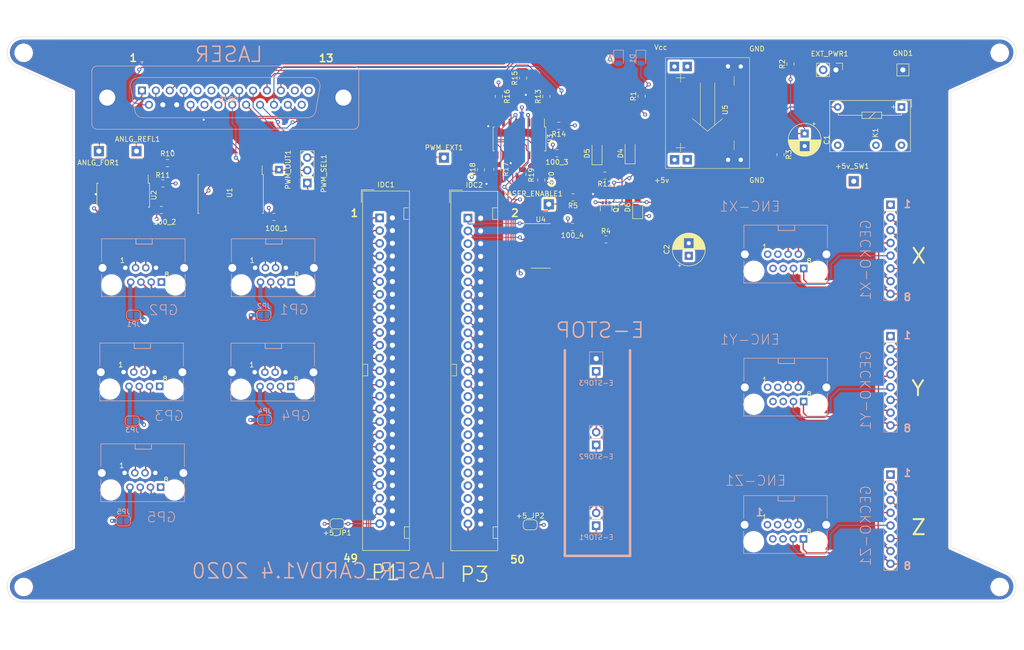
<source format=kicad_pcb>
(kicad_pcb (version 20171130) (host pcbnew "(5.1.4-0-10_14)")
  (layers (0 F.Cu signal) (1 In1.Cu signal hide) (2 In2.Cu signal hide) (31 B.Cu signal hide) (34 B.Paste user hide) (35 F.Paste user) (36 B.SilkS user) (37 F.SilkS user) (38 B.Mask user hide) (39 F.Mask user hide) (44 Edge.Cuts user))
  (net 0 "")
  (net 1 +5v_SW)
  (net 2 DB14)
  (net 3 +5v)
  (net 4 DB1)
  (net 5 DB2)
  (net 6 "Net-(D1-Pad2)")
  (net 7 "Net-(D2-Pad2)")
  (net 8 "Net-(D4-Pad1)")
  (net 9 "Net-(D6-Pad2)")
  (net 10 DB24)
  (net 11 DB23)
  (net 12 DB21)
  (net 13 DB20)
  (net 14 DB12)
  (net 15 DB11)
  (net 16 DB10)
  (net 17 DB9)
  (net 18 DB8)
  (net 19 DB7)
  (net 20 DB3)
  (net 21 "Net-(E-STOP1-Pad2)")
  (net 22 E-STOP)
  (net 23 "Net-(E-STOP2-Pad2)")
  (net 24 GX_ENC+)
  (net 25 GX_PHA)
  (net 26 GX_ENC-)
  (net 27 GX_PHB)
  (net 28 GY_ENC+)
  (net 29 GY_PHA)
  (net 30 GY_ENC-)
  (net 31 GY_PHB)
  (net 32 GZ_ENC+)
  (net 33 GZ_PHA)
  (net 34 GZ_ENC-)
  (net 35 GZ_PHB)
  (net 36 EXT_PWR)
  (net 37 GX_DIR)
  (net 38 GX_STP)
  (net 39 GY_DIR)
  (net 40 GY_STP)
  (net 41 GZ_DIR)
  (net 42 GZ_STP)
  (net 43 GP1_1)
  (net 44 GP1_3)
  (net 45 GP1_2)
  (net 46 GP1_4)
  (net 47 GP2_1)
  (net 48 GP2_3)
  (net 49 GP2_2)
  (net 50 GP2_4)
  (net 51 GP3_1)
  (net 52 GP3_3)
  (net 53 GP3_2)
  (net 54 GP3_4)
  (net 55 GP4_1)
  (net 56 GP4_3)
  (net 57 GP4_2)
  (net 58 GP4_4)
  (net 59 GP5_1)
  (net 60 GP5_3)
  (net 61 GP5_2)
  (net 62 GP5_4)
  (net 63 DIG_4)
  (net 64 DIG_3)
  (net 65 DIG_5)
  (net 66 DIG_2)
  (net 67 DIG_6)
  (net 68 DIG_1)
  (net 69 DIG_7)
  (net 70 DIG_0)
  (net 71 OVER_TEMP)
  (net 72 DIGITAL_REFLECTED)
  (net 73 DIGITAL_FORWARD)
  (net 74 VSWR)
  (net 75 DUTY_CYCLE)
  (net 76 "Net-(K1-Pad10)")
  (net 77 LASER_ENABLE)
  (net 78 PWM_EXT)
  (net 79 LASER_PWM)
  (net 80 PWM_INTERNAL)
  (net 81 "Net-(Q1-Pad2)")
  (net 82 "Net-(Q1-Pad5)")
  (net 83 RELAY)
  (net 84 DB22)
  (net 85 "Net-(U1-Pad14)")
  (net 86 "Net-(U1-Pad6)")
  (net 87 "Net-(U2-Pad13)")
  (net 88 "Net-(U2-Pad11)")
  (net 89 "Net-(U2-Pad5)")
  (net 90 "Net-(U4-Pad12)")
  (net 91 "Net-(U4-Pad10)")
  (net 92 "Net-(U4-Pad8)")
  (net 93 GND)
  (net 94 "Net-(U4-Pad6)")
  (net 95 DB17)
  (net 96 DB4)
  (net 97 "Net-(U1-Pad16)")
  (net 98 "Net-(U1-Pad12)")
  (net 99 "Net-(U1-Pad8)")
  (net 100 "Net-(U1-Pad18)")
  (net 101 "Net-(DB25-Pad25)")
  (net 102 "Net-(DB25-Pad19)")
  (net 103 "Net-(DB25-Pad18)")
  (net 104 "Net-(DB25-Pad13)")
  (net 105 "Net-(DB25-Pad6)")
  (net 106 "Net-(DB25-Pad5)")
  (net 107 "Net-(ENC-X1-Pad1)")
  (net 108 "Net-(ENC-X1-Pad3)")
  (net 109 "Net-(ENC-X1-Pad2)")
  (net 110 "Net-(ENC-X1-Pad4)")
  (net 111 "Net-(ENC-Y1-Pad1)")
  (net 112 "Net-(ENC-Y1-Pad3)")
  (net 113 "Net-(ENC-Y1-Pad2)")
  (net 114 "Net-(ENC-Y1-Pad4)")
  (net 115 "Net-(ENC-Z1-Pad1)")
  (net 116 "Net-(ENC-Z1-Pad3)")
  (net 117 "Net-(ENC-Z1-Pad2)")
  (net 118 "Net-(ENC-Z1-Pad4)")
  (net 119 "Net-(IDC2-Pad47)")
  (net 120 "Net-(IDC2-Pad29)")
  (net 121 "Net-(IDC2-Pad9)")
  (net 122 "Net-(IDC2-Pad7)")
  (net 123 "Net-(IDC2-Pad5)")
  (net 124 "Net-(IDC2-Pad3)")
  (net 125 "Net-(IDC2-Pad1)")
  (net 126 "Net-(GP1-Pad2)")
  (net 127 "Net-(GP2-Pad2)")
  (net 128 "Net-(GP3-Pad2)")
  (net 129 "Net-(GP4-Pad2)")
  (net 130 "Net-(GP5-Pad2)")
  (net 131 "Net-(+5_JP1-Pad1)")
  (net 132 "Net-(+5_JP2-Pad1)")
  (module Jumper:SolderJumper-2_P1.3mm_Open_RoundedPad1.0x1.5mm (layer F.Cu) (at 149.1 134.8)
    (fp_text reference +5_JP2 (at 0 -1.8) (layer F.SilkS))
    (fp_text value SolderJumper_2_Open)
    (pad 2 smd custom (at 0.65 0) (size 1 0.5) (layers F.Cu F.Mask) (net 3 +5v) (options (clearance outline) (anchor rect)) (primitives (gr_circle (center 0 0.25) (end 0.5 0.25) (width 0)) (gr_circle (center 0 -0.25) (end 0.5 -0.25) (width 0)) (gr_poly (pts (xy 0 -0.75) (xy -0.5 -0.75) (xy -0.5 0.75) (xy 0 0.75)) (width 0))))
    (pad 1 smd custom (at -0.65 0) (size 1 0.5) (layers F.Cu F.Mask) (net 132 "Net-(+5_JP2-Pad1)") (options (clearance outline) (anchor rect)) (primitives (gr_circle (center 0 0.25) (end 0.5 0.25) (width 0)) (gr_circle (center 0 -0.25) (end 0.5 -0.25) (width 0)) (gr_poly (pts (xy 0 -0.75) (xy 0.5 -0.75) (xy 0.5 0.75) (xy 0 0.75)) (width 0))))
  )
  (module Jumper:SolderJumper-2_P1.3mm_Open_RoundedPad1.0x1.5mm (layer F.Cu) (at 110.6 134.6 180)
    (fp_text reference +5_JP1 (at 0 -1.8) (layer F.SilkS))
    (fp_text value SolderJumper_2_Open)
    (pad 2 smd custom (at 0.65 0 180) (size 1 0.5) (layers F.Cu F.Mask) (net 3 +5v) (options (clearance outline) (anchor rect)) (primitives (gr_circle (center 0 0.25) (end 0.5 0.25) (width 0)) (gr_circle (center 0 -0.25) (end 0.5 -0.25) (width 0)) (gr_poly (pts (xy 0 -0.75) (xy -0.5 -0.75) (xy -0.5 0.75) (xy 0 0.75)) (width 0))))
    (pad 1 smd custom (at -0.65 0 180) (size 1 0.5) (layers F.Cu F.Mask) (net 131 "Net-(+5_JP1-Pad1)") (options (clearance outline) (anchor rect)) (primitives (gr_circle (center 0 0.25) (end 0.5 0.25) (width 0)) (gr_circle (center 0 -0.25) (end 0.5 -0.25) (width 0)) (gr_poly (pts (xy 0 -0.75) (xy 0.5 -0.75) (xy 0.5 0.75) (xy 0 0.75)) (width 0))))
  )
  (module TestPoint:TestPoint_THTPad_1.5x1.5mm_Drill0.7mm (layer F.Cu) (at 99 64)
    (fp_text reference PWM_OUT1 (at 1.8 0 90) (layer F.SilkS))
    (fp_text value TestPoint)
    (pad 1 thru_hole rect (at 0 0) (size 1.5 1.5) (drill 0.7) (layers *.Cu *.Mask) (net 79 LASER_PWM))
  )
  (module TestPoint:TestPoint_THTPad_2.0x2.0mm_Drill1.0mm (layer F.Cu) (at 131.9 61.6)
    (fp_text reference PWM_EXT1 (at 0 -1.998) (layer F.SilkS))
    (fp_text value TestPoint)
    (pad 1 thru_hole rect (at 0 0) (size 2 2) (drill 1) (layers *.Cu *.Mask) (net 78 PWM_EXT))
  )
  (module TestPoint:TestPoint_THTPad_2.0x2.0mm_Drill1.0mm (layer F.Cu) (at 152.8 70.9)
    (fp_text reference LASER_ENABLE1 (at -3.1 -2.1) (layer F.SilkS))
    (fp_text value TestPoint)
    (pad 1 thru_hole rect (at 0 0) (size 2 2) (drill 1) (layers *.Cu *.Mask) (net 77 LASER_ENABLE))
  )
  (module TestPoint:TestPoint_THTPad_2.0x2.0mm_Drill1.0mm (layer F.Cu) (at 70.6 60.3)
    (fp_text reference ANLG_REFL1 (at 0.2 -2.4) (layer F.SilkS))
    (fp_text value TestPoint)
    (pad 1 thru_hole rect (at 0 0) (size 2 2) (drill 1) (layers *.Cu *.Mask) (net 5 DB2))
  )
  (module TestPoint:TestPoint_THTPad_2.0x2.0mm_Drill1.0mm (layer F.Cu) (at 63.1 60.3 180)
    (fp_text reference ANLG_FOR1 (at 0.1 -2.3) (layer F.SilkS))
    (fp_text value TestPoint)
    (pad 1 thru_hole rect (at 0 0 180) (size 2 2) (drill 1) (layers *.Cu *.Mask) (net 4 DB1))
  )
  (module Jumper:SolderJumper-2_P1.3mm_Open_RoundedPad1.0x1.5mm (layer B.Cu) (at 68 134 180)
    (fp_text reference JP5 (at 0 1.8) (layer B.SilkS) (effects (justify mirror)))
    (fp_text value SolderJumper_2_Open)
    (pad 2 smd custom (at 0.65 0 180) (size 1 0.5) (layers B.Cu B.Mask) (net 36 EXT_PWR) (options (clearance outline) (anchor rect)) (primitives (gr_circle (center 0 -0.25) (end 0.5 -0.25) (width 0)) (gr_circle (center 0 0.25) (end 0.5 0.25) (width 0)) (gr_poly (pts (xy 0 0.75) (xy -0.5 0.75) (xy -0.5 -0.75) (xy 0 -0.75)) (width 0))))
    (pad 1 smd custom (at -0.65 0 180) (size 1 0.5) (layers B.Cu B.Mask) (net 130 "Net-(GP5-Pad2)") (options (clearance outline) (anchor rect)) (primitives (gr_circle (center 0 -0.25) (end 0.5 -0.25) (width 0)) (gr_circle (center 0 0.25) (end 0.5 0.25) (width 0)) (gr_poly (pts (xy 0 0.75) (xy 0.5 0.75) (xy 0.5 -0.75) (xy 0 -0.75)) (width 0))))
  )
  (module Jumper:SolderJumper-2_P1.3mm_Open_RoundedPad1.0x1.5mm (layer B.Cu) (at 96.15 113.9 180)
    (fp_text reference JP4 (at 0 1.8) (layer B.SilkS) (effects (justify mirror)))
    (fp_text value SolderJumper_2_Open)
    (pad 2 smd custom (at 0.65 0 180) (size 1 0.5) (layers B.Cu B.Mask) (net 36 EXT_PWR) (options (clearance outline) (anchor rect)) (primitives (gr_circle (center 0 -0.25) (end 0.5 -0.25) (width 0)) (gr_circle (center 0 0.25) (end 0.5 0.25) (width 0)) (gr_poly (pts (xy 0 0.75) (xy -0.5 0.75) (xy -0.5 -0.75) (xy 0 -0.75)) (width 0))))
    (pad 1 smd custom (at -0.65 0 180) (size 1 0.5) (layers B.Cu B.Mask) (net 129 "Net-(GP4-Pad2)") (options (clearance outline) (anchor rect)) (primitives (gr_circle (center 0 -0.25) (end 0.5 -0.25) (width 0)) (gr_circle (center 0 0.25) (end 0.5 0.25) (width 0)) (gr_poly (pts (xy 0 0.75) (xy 0.5 0.75) (xy 0.5 -0.75) (xy 0 -0.75)) (width 0))))
  )
  (module Jumper:SolderJumper-2_P1.3mm_Open_RoundedPad1.0x1.5mm (layer B.Cu) (at 69.75 114.1)
    (fp_text reference JP3 (at 0 1.8) (layer B.SilkS) (effects (justify mirror)))
    (fp_text value SolderJumper_2_Open)
    (pad 2 smd custom (at 0.65 0) (size 1 0.5) (layers B.Cu B.Mask) (net 36 EXT_PWR) (options (clearance outline) (anchor rect)) (primitives (gr_circle (center 0 -0.25) (end 0.5 -0.25) (width 0)) (gr_circle (center 0 0.25) (end 0.5 0.25) (width 0)) (gr_poly (pts (xy 0 0.75) (xy -0.5 0.75) (xy -0.5 -0.75) (xy 0 -0.75)) (width 0))))
    (pad 1 smd custom (at -0.65 0) (size 1 0.5) (layers B.Cu B.Mask) (net 128 "Net-(GP3-Pad2)") (options (clearance outline) (anchor rect)) (primitives (gr_circle (center 0 -0.25) (end 0.5 -0.25) (width 0)) (gr_circle (center 0 0.25) (end 0.5 0.25) (width 0)) (gr_poly (pts (xy 0 0.75) (xy 0.5 0.75) (xy 0.5 -0.75) (xy 0 -0.75)) (width 0))))
  )
  (module Jumper:SolderJumper-2_P1.3mm_Open_RoundedPad1.0x1.5mm (layer B.Cu) (at 96 93 180)
    (fp_text reference JP2 (at 0 1.8) (layer B.SilkS) (effects (justify mirror)))
    (fp_text value SolderJumper_2_Open)
    (pad 2 smd custom (at 0.65 0 180) (size 1 0.5) (layers B.Cu B.Mask) (net 36 EXT_PWR) (options (clearance outline) (anchor rect)) (primitives (gr_circle (center 0 -0.25) (end 0.5 -0.25) (width 0)) (gr_circle (center 0 0.25) (end 0.5 0.25) (width 0)) (gr_poly (pts (xy 0 0.75) (xy -0.5 0.75) (xy -0.5 -0.75) (xy 0 -0.75)) (width 0))))
    (pad 1 smd custom (at -0.65 0 180) (size 1 0.5) (layers B.Cu B.Mask) (net 126 "Net-(GP1-Pad2)") (options (clearance outline) (anchor rect)) (primitives (gr_circle (center 0 -0.25) (end 0.5 -0.25) (width 0)) (gr_circle (center 0 0.25) (end 0.5 0.25) (width 0)) (gr_poly (pts (xy 0 0.75) (xy 0.5 0.75) (xy 0.5 -0.75) (xy 0 -0.75)) (width 0))))
  )
  (module Jumper:SolderJumper-2_P1.3mm_Open_RoundedPad1.0x1.5mm (layer B.Cu) (at 70 93)
    (fp_text reference JP1 (at 0 1.8) (layer B.SilkS) (effects (justify mirror)))
    (fp_text value SolderJumper_2_Open)
    (pad 2 smd custom (at 0.65 0) (size 1 0.5) (layers B.Cu B.Mask) (net 36 EXT_PWR) (options (clearance outline) (anchor rect)) (primitives (gr_circle (center 0 -0.25) (end 0.5 -0.25) (width 0)) (gr_circle (center 0 0.25) (end 0.5 0.25) (width 0)) (gr_poly (pts (xy 0 0.75) (xy -0.5 0.75) (xy -0.5 -0.75) (xy 0 -0.75)) (width 0))))
    (pad 1 smd custom (at -0.65 0) (size 1 0.5) (layers B.Cu B.Mask) (net 127 "Net-(GP2-Pad2)") (options (clearance outline) (anchor rect)) (primitives (gr_circle (center 0 -0.25) (end 0.5 -0.25) (width 0)) (gr_circle (center 0 0.25) (end 0.5 0.25) (width 0)) (gr_poly (pts (xy 0 0.75) (xy 0.5 0.75) (xy 0.5 -0.75) (xy 0 -0.75)) (width 0))))
  )
  (module Resistor_SMD:R_0805_2012Metric (layer F.Cu) (at 199 61 270)
    (fp_text reference R3 (at 0 -1.65 90) (layer F.SilkS))
    (fp_text value 1k)
    (pad 2 smd roundrect (at 0.9375 0 270) (size 0.975 1.4) (layers F.Cu F.Paste F.Mask) (net 93 GND))
    (pad 1 smd roundrect (at -0.9375 0 270) (size 0.975 1.4) (layers F.Cu F.Paste F.Mask) (net 1 +5v_SW))
  )
  (module TestPoint:TestPoint_THTPad_2.0x2.0mm_Drill1.0mm (layer F.Cu) (at 223.4 44.1)
    (fp_text reference GND1 (at 0 -3.3) (layer F.SilkS))
    (fp_text value TestPoint)
    (pad 1 thru_hole rect (at 0 0) (size 2 2) (drill 1) (layers *.Cu *.Mask) (net 93 GND))
  )
  (module TestPoint:TestPoint_THTPad_2.0x2.0mm_Drill1.0mm (layer F.Cu) (at 213.6 66.3)
    (fp_text reference +5v_SW1 (at -0.3 -3) (layer F.SilkS))
    (fp_text value TestPoint)
    (pad 1 thru_hole rect (at 0 0) (size 2 2) (drill 1) (layers *.Cu *.Mask) (net 1 +5v_SW))
  )
  (module Package_SO:SOIC-16_4.55x10.3mm_P1.27mm (layer F.Cu) (at 146.95 57.875 270)
    (fp_text reference U3 (at 0 -6.1 90) (layer F.SilkS))
    (fp_text value SN75173_differential_line_receiver)
    (pad 16 smd roundrect (at 3.25 -4.445 270) (size 1.6 0.55) (layers F.Cu F.Paste F.Mask) (net 3 +5v))
    (pad 15 smd roundrect (at 3.25 -3.175 270) (size 1.6 0.55) (layers F.Cu F.Paste F.Mask) (net 12 DB21))
    (pad 14 smd roundrect (at 3.25 -1.905 270) (size 1.6 0.55) (layers F.Cu F.Paste F.Mask) (net 18 DB8))
    (pad 13 smd roundrect (at 3.25 -0.635 270) (size 1.6 0.55) (layers F.Cu F.Paste F.Mask) (net 72 DIGITAL_REFLECTED))
    (pad 12 smd roundrect (at 3.25 0.635 270) (size 1.6 0.55) (layers F.Cu F.Paste F.Mask) (net 93 GND))
    (pad 11 smd roundrect (at 3.25 1.905 270) (size 1.6 0.55) (layers F.Cu F.Paste F.Mask) (net 73 DIGITAL_FORWARD))
    (pad 10 smd roundrect (at 3.25 3.175 270) (size 1.6 0.55) (layers F.Cu F.Paste F.Mask) (net 17 DB9))
    (pad 9 smd roundrect (at 3.25 4.445 270) (size 1.6 0.55) (layers F.Cu F.Paste F.Mask) (net 84 DB22))
    (pad 8 smd roundrect (at -3.25 4.445 270) (size 1.6 0.55) (layers F.Cu F.Paste F.Mask) (net 93 GND))
    (pad 7 smd roundrect (at -3.25 3.175 270) (size 1.6 0.55) (layers F.Cu F.Paste F.Mask) (net 10 DB24))
    (pad 6 smd roundrect (at -3.25 1.905 270) (size 1.6 0.55) (layers F.Cu F.Paste F.Mask) (net 15 DB11))
    (pad 5 smd roundrect (at -3.25 0.635 270) (size 1.6 0.55) (layers F.Cu F.Paste F.Mask) (net 74 VSWR))
    (pad 4 smd roundrect (at -3.25 -0.635 270) (size 1.6 0.55) (layers F.Cu F.Paste F.Mask) (net 3 +5v))
    (pad 3 smd roundrect (at -3.25 -1.905 270) (size 1.6 0.55) (layers F.Cu F.Paste F.Mask) (net 75 DUTY_CYCLE))
    (pad 2 smd roundrect (at -3.25 -3.175 270) (size 1.6 0.55) (layers F.Cu F.Paste F.Mask) (net 16 DB10))
    (pad 1 smd roundrect (at -3.25 -4.445 270) (size 1.6 0.55) (layers F.Cu F.Paste F.Mask) (net 11 DB23))
  )
  (module Package_SO:SOIC-16_4.55x10.3mm_P1.27mm (layer F.Cu) (at 67.95 69.075 270)
    (fp_text reference U2 (at 0 -6.1 90) (layer F.SilkS))
    (fp_text value SN75173_differential_line_receiver)
    (pad 16 smd roundrect (at 3.25 -4.445 270) (size 1.6 0.55) (layers F.Cu F.Paste F.Mask) (net 3 +5v))
    (pad 15 smd roundrect (at 3.25 -3.175 270) (size 1.6 0.55) (layers F.Cu F.Paste F.Mask) (net 3 +5v))
    (pad 14 smd roundrect (at 3.25 -1.905 270) (size 1.6 0.55) (layers F.Cu F.Paste F.Mask) (net 3 +5v))
    (pad 13 smd roundrect (at 3.25 -0.635 270) (size 1.6 0.55) (layers F.Cu F.Paste F.Mask) (net 87 "Net-(U2-Pad13)"))
    (pad 12 smd roundrect (at 3.25 0.635 270) (size 1.6 0.55) (layers F.Cu F.Paste F.Mask) (net 93 GND))
    (pad 11 smd roundrect (at 3.25 1.905 270) (size 1.6 0.55) (layers F.Cu F.Paste F.Mask) (net 88 "Net-(U2-Pad11)"))
    (pad 10 smd roundrect (at 3.25 3.175 270) (size 1.6 0.55) (layers F.Cu F.Paste F.Mask) (net 3 +5v))
    (pad 9 smd roundrect (at 3.25 4.445 270) (size 1.6 0.55) (layers F.Cu F.Paste F.Mask) (net 3 +5v))
    (pad 8 smd roundrect (at -3.25 4.445 270) (size 1.6 0.55) (layers F.Cu F.Paste F.Mask) (net 93 GND))
    (pad 7 smd roundrect (at -3.25 3.175 270) (size 1.6 0.55) (layers F.Cu F.Paste F.Mask) (net 3 +5v))
    (pad 6 smd roundrect (at -3.25 1.905 270) (size 1.6 0.55) (layers F.Cu F.Paste F.Mask) (net 3 +5v))
    (pad 5 smd roundrect (at -3.25 0.635 270) (size 1.6 0.55) (layers F.Cu F.Paste F.Mask) (net 89 "Net-(U2-Pad5)"))
    (pad 4 smd roundrect (at -3.25 -0.635 270) (size 1.6 0.55) (layers F.Cu F.Paste F.Mask) (net 3 +5v))
    (pad 3 smd roundrect (at -3.25 -1.905 270) (size 1.6 0.55) (layers F.Cu F.Paste F.Mask) (net 71 OVER_TEMP))
    (pad 2 smd roundrect (at -3.25 -3.175 270) (size 1.6 0.55) (layers F.Cu F.Paste F.Mask) (net 96 DB4))
    (pad 1 smd roundrect (at -3.25 -4.445 270) (size 1.6 0.55) (layers F.Cu F.Paste F.Mask) (net 95 DB17))
  )
  (module Connector_RJ:my_RJ45_Amphenol (layer B.Cu) (at 68.2 124.45 180)
    (fp_text reference GP5 (at -7.4 -8.85 180) (layer B.SilkS) (effects (font (size 2 2)) (justify mirror)))
    (fp_text value RJ45_Shielded)
    (fp_text user 8 (at -8.2804 -1.3716) (layer F.SilkS))
    (fp_text user 1 (at 0.5588 1.4732) (layer F.SilkS))
    (pad SH thru_hole circle (at 4.5192 -0.0244) (size 2 2) (drill 1.57) (layers *.Cu *.Mask) (net 93 GND))
    (pad SH thru_hole circle (at -11.7408 -0.0244) (size 2 2) (drill 1.57) (layers *.Cu *.Mask) (net 93 GND))
    (pad "" np_thru_hole circle (at -9.9608 -3.4036) (size 3.25 3.25) (drill 3.25) (layers *.Cu *.Mask))
    (pad "" np_thru_hole circle (at 2.7392 -3.4036) (size 3.25 3.25) (drill 3.25) (layers *.Cu *.Mask))
    (pad 1 thru_hole circle (at -0.0228 -0.002 180) (size 1.5 1.5) (drill 0.89) (layers *.Cu *.Mask) (net 93 GND))
    (pad 3 thru_hole circle (at -2.0628 -0.002 180) (size 1.5 1.5) (drill 0.89) (layers *.Cu *.Mask) (net 59 GP5_1))
    (pad 5 thru_hole circle (at -4.1028 -0.002 180) (size 1.5 1.5) (drill 0.89) (layers *.Cu *.Mask) (net 60 GP5_3))
    (pad 7 thru_hole circle (at -6.1428 -0.002 180) (size 1.5 1.5) (drill 0.89) (layers *.Cu *.Mask) (net 93 GND))
    (pad 2 thru_hole circle (at -1.0936 -2.8448 180) (size 1.5 1.5) (drill 0.89) (layers *.Cu *.Mask) (net 130 "Net-(GP5-Pad2)"))
    (pad 4 thru_hole circle (at -3.1336 -2.8448 180) (size 1.5 1.5) (drill 0.89) (layers *.Cu *.Mask) (net 61 GP5_2))
    (pad 6 thru_hole circle (at -5.1736 -2.8448 180) (size 1.5 1.5) (drill 0.89) (layers *.Cu *.Mask) (net 62 GP5_4))
    (pad 8 thru_hole rect (at -7.2136 -2.8448 180) (size 1.5 1.5) (drill 0.89) (layers *.Cu *.Mask) (net 3 +5v))
  )
  (module Connector_RJ:my_RJ45_Amphenol (layer B.Cu) (at 68.0072 104.348 180)
    (fp_text reference GP3 (at -9.0928 -8.752 180) (layer B.SilkS) (effects (font (size 2 2)) (justify mirror)))
    (fp_text value RJ45_Shielded)
    (fp_text user 8 (at -8.2804 -1.3716) (layer F.SilkS))
    (fp_text user 1 (at 0.5588 1.4732) (layer F.SilkS))
    (pad SH thru_hole circle (at 4.5192 -0.0244) (size 2 2) (drill 1.57) (layers *.Cu *.Mask) (net 93 GND))
    (pad SH thru_hole circle (at -11.7408 -0.0244) (size 2 2) (drill 1.57) (layers *.Cu *.Mask) (net 93 GND))
    (pad "" np_thru_hole circle (at -9.9608 -3.4036) (size 3.25 3.25) (drill 3.25) (layers *.Cu *.Mask))
    (pad "" np_thru_hole circle (at 2.7392 -3.4036) (size 3.25 3.25) (drill 3.25) (layers *.Cu *.Mask))
    (pad 1 thru_hole circle (at -0.0228 -0.002 180) (size 1.5 1.5) (drill 0.89) (layers *.Cu *.Mask) (net 93 GND))
    (pad 3 thru_hole circle (at -2.0628 -0.002 180) (size 1.5 1.5) (drill 0.89) (layers *.Cu *.Mask) (net 51 GP3_1))
    (pad 5 thru_hole circle (at -4.1028 -0.002 180) (size 1.5 1.5) (drill 0.89) (layers *.Cu *.Mask) (net 52 GP3_3))
    (pad 7 thru_hole circle (at -6.1428 -0.002 180) (size 1.5 1.5) (drill 0.89) (layers *.Cu *.Mask) (net 93 GND))
    (pad 2 thru_hole circle (at -1.0936 -2.8448 180) (size 1.5 1.5) (drill 0.89) (layers *.Cu *.Mask) (net 128 "Net-(GP3-Pad2)"))
    (pad 4 thru_hole circle (at -3.1336 -2.8448 180) (size 1.5 1.5) (drill 0.89) (layers *.Cu *.Mask) (net 53 GP3_2))
    (pad 6 thru_hole circle (at -5.1736 -2.8448 180) (size 1.5 1.5) (drill 0.89) (layers *.Cu *.Mask) (net 54 GP3_4))
    (pad 8 thru_hole rect (at -7.2136 -2.8448 180) (size 1.5 1.5) (drill 0.89) (layers *.Cu *.Mask) (net 3 +5v))
  )
  (module Connector_RJ:my_RJ45_Amphenol (layer B.Cu) (at 94.1364 104.375 180)
    (fp_text reference GP4 (at -8.2636 -8.725 180) (layer B.SilkS) (effects (font (size 2 2)) (justify mirror)))
    (fp_text value RJ45_Shielded)
    (fp_text user 8 (at -8.2804 -1.3716) (layer F.SilkS))
    (fp_text user 1 (at 0.5588 1.4732) (layer F.SilkS))
    (pad SH thru_hole circle (at 4.5192 -0.0244) (size 2 2) (drill 1.57) (layers *.Cu *.Mask) (net 93 GND))
    (pad SH thru_hole circle (at -11.7408 -0.0244) (size 2 2) (drill 1.57) (layers *.Cu *.Mask) (net 93 GND))
    (pad "" np_thru_hole circle (at -9.9608 -3.4036) (size 3.25 3.25) (drill 3.25) (layers *.Cu *.Mask))
    (pad "" np_thru_hole circle (at 2.7392 -3.4036) (size 3.25 3.25) (drill 3.25) (layers *.Cu *.Mask))
    (pad 1 thru_hole circle (at -0.0228 -0.002 180) (size 1.5 1.5) (drill 0.89) (layers *.Cu *.Mask) (net 93 GND))
    (pad 3 thru_hole circle (at -2.0628 -0.002 180) (size 1.5 1.5) (drill 0.89) (layers *.Cu *.Mask) (net 55 GP4_1))
    (pad 5 thru_hole circle (at -4.1028 -0.002 180) (size 1.5 1.5) (drill 0.89) (layers *.Cu *.Mask) (net 56 GP4_3))
    (pad 7 thru_hole circle (at -6.1428 -0.002 180) (size 1.5 1.5) (drill 0.89) (layers *.Cu *.Mask) (net 93 GND))
    (pad 2 thru_hole circle (at -1.0936 -2.8448 180) (size 1.5 1.5) (drill 0.89) (layers *.Cu *.Mask) (net 129 "Net-(GP4-Pad2)"))
    (pad 4 thru_hole circle (at -3.1336 -2.8448 180) (size 1.5 1.5) (drill 0.89) (layers *.Cu *.Mask) (net 57 GP4_2))
    (pad 6 thru_hole circle (at -5.1736 -2.8448 180) (size 1.5 1.5) (drill 0.89) (layers *.Cu *.Mask) (net 58 GP4_4))
    (pad 8 thru_hole rect (at -7.2136 -2.8448 180) (size 1.5 1.5) (drill 0.89) (layers *.Cu *.Mask) (net 3 +5v))
  )
  (module Connector_RJ:my_RJ45_Amphenol (layer B.Cu) (at 68.35 83.5552 180)
    (fp_text reference GP2 (at -7.65 -8.4448 180) (layer B.SilkS) (effects (font (size 2 2)) (justify mirror)))
    (fp_text value RJ45_Shielded)
    (fp_text user 8 (at -8.2804 -1.3716) (layer F.SilkS))
    (fp_text user 1 (at 0.5588 1.4732) (layer F.SilkS))
    (pad SH thru_hole circle (at 4.5192 -0.0244) (size 2 2) (drill 1.57) (layers *.Cu *.Mask) (net 93 GND))
    (pad SH thru_hole circle (at -11.7408 -0.0244) (size 2 2) (drill 1.57) (layers *.Cu *.Mask) (net 93 GND))
    (pad "" np_thru_hole circle (at -9.9608 -3.4036) (size 3.25 3.25) (drill 3.25) (layers *.Cu *.Mask))
    (pad "" np_thru_hole circle (at 2.7392 -3.4036) (size 3.25 3.25) (drill 3.25) (layers *.Cu *.Mask))
    (pad 1 thru_hole circle (at -0.0228 -0.002 180) (size 1.5 1.5) (drill 0.89) (layers *.Cu *.Mask) (net 93 GND))
    (pad 3 thru_hole circle (at -2.0628 -0.002 180) (size 1.5 1.5) (drill 0.89) (layers *.Cu *.Mask) (net 43 GP1_1))
    (pad 5 thru_hole circle (at -4.1028 -0.002 180) (size 1.5 1.5) (drill 0.89) (layers *.Cu *.Mask) (net 44 GP1_3))
    (pad 7 thru_hole circle (at -6.1428 -0.002 180) (size 1.5 1.5) (drill 0.89) (layers *.Cu *.Mask) (net 93 GND))
    (pad 2 thru_hole circle (at -1.0936 -2.8448 180) (size 1.5 1.5) (drill 0.89) (layers *.Cu *.Mask) (net 127 "Net-(GP2-Pad2)"))
    (pad 4 thru_hole circle (at -3.1336 -2.8448 180) (size 1.5 1.5) (drill 0.89) (layers *.Cu *.Mask) (net 45 GP1_2))
    (pad 6 thru_hole circle (at -5.1736 -2.8448 180) (size 1.5 1.5) (drill 0.89) (layers *.Cu *.Mask) (net 46 GP1_4))
    (pad 8 thru_hole rect (at -7.2136 -2.8448 180) (size 1.5 1.5) (drill 0.89) (layers *.Cu *.Mask) (net 3 +5v))
  )
  (module Connector_RJ:my_RJ45_Amphenol (layer B.Cu) (at 94.225 83.5552 180)
    (fp_text reference GP1 (at -7.775 -8.3312 180) (layer B.SilkS) (effects (font (size 2 2)) (justify mirror)))
    (fp_text value RJ45_Shielded)
    (fp_text user 8 (at -8.2804 -1.3716) (layer F.SilkS))
    (fp_text user 1 (at 0.5588 1.4732) (layer F.SilkS))
    (pad SH thru_hole circle (at 4.5192 -0.0244) (size 2 2) (drill 1.57) (layers *.Cu *.Mask) (net 93 GND))
    (pad SH thru_hole circle (at -11.7408 -0.0244) (size 2 2) (drill 1.57) (layers *.Cu *.Mask) (net 93 GND))
    (pad "" np_thru_hole circle (at -9.9608 -3.4036) (size 3.25 3.25) (drill 3.25) (layers *.Cu *.Mask))
    (pad "" np_thru_hole circle (at 2.7392 -3.4036) (size 3.25 3.25) (drill 3.25) (layers *.Cu *.Mask))
    (pad 1 thru_hole circle (at -0.0228 -0.002 180) (size 1.5 1.5) (drill 0.89) (layers *.Cu *.Mask) (net 93 GND))
    (pad 3 thru_hole circle (at -2.0628 -0.002 180) (size 1.5 1.5) (drill 0.89) (layers *.Cu *.Mask) (net 47 GP2_1))
    (pad 5 thru_hole circle (at -4.1028 -0.002 180) (size 1.5 1.5) (drill 0.89) (layers *.Cu *.Mask) (net 48 GP2_3))
    (pad 7 thru_hole circle (at -6.1428 -0.002 180) (size 1.5 1.5) (drill 0.89) (layers *.Cu *.Mask) (net 93 GND))
    (pad 2 thru_hole circle (at -1.0936 -2.8448 180) (size 1.5 1.5) (drill 0.89) (layers *.Cu *.Mask) (net 126 "Net-(GP1-Pad2)"))
    (pad 4 thru_hole circle (at -3.1336 -2.8448 180) (size 1.5 1.5) (drill 0.89) (layers *.Cu *.Mask) (net 49 GP2_2))
    (pad 6 thru_hole circle (at -5.1736 -2.8448 180) (size 1.5 1.5) (drill 0.89) (layers *.Cu *.Mask) (net 50 GP2_4))
    (pad 8 thru_hole rect (at -7.2136 -2.8448 180) (size 1.5 1.5) (drill 0.89) (layers *.Cu *.Mask) (net 3 +5v))
  )
  (module Connector_RJ:my_RJ45_Amphenol (layer B.Cu) (at 196.3722 134.773 180)
    (fp_text reference ENC-Z1 (at 2.3722 8.773 180) (layer B.SilkS) (effects (font (size 2 2)) (justify mirror)))
    (fp_text value RJ45_Shielded)
    (fp_text user 8 (at -8.2804 -1.3716) (layer F.SilkS))
    (fp_text user 1 (at 0.5588 1.4732) (layer F.SilkS))
    (pad SH thru_hole circle (at 4.5192 -0.0244) (size 2 2) (drill 1.57) (layers *.Cu *.Mask) (net 93 GND))
    (pad SH thru_hole circle (at -11.7408 -0.0244) (size 2 2) (drill 1.57) (layers *.Cu *.Mask) (net 93 GND))
    (pad "" np_thru_hole circle (at -9.9608 -3.4036) (size 3.25 3.25) (drill 3.25) (layers *.Cu *.Mask))
    (pad "" np_thru_hole circle (at 2.7392 -3.4036) (size 3.25 3.25) (drill 3.25) (layers *.Cu *.Mask))
    (pad 1 thru_hole circle (at -0.0228 -0.002 180) (size 1.5 1.5) (drill 0.89) (layers *.Cu *.Mask) (net 115 "Net-(ENC-Z1-Pad1)"))
    (pad 3 thru_hole circle (at -2.0628 -0.002 180) (size 1.5 1.5) (drill 0.89) (layers *.Cu *.Mask) (net 116 "Net-(ENC-Z1-Pad3)"))
    (pad 5 thru_hole circle (at -4.1028 -0.002 180) (size 1.5 1.5) (drill 0.89) (layers *.Cu *.Mask) (net 35 GZ_PHB))
    (pad 7 thru_hole circle (at -6.1428 -0.002 180) (size 1.5 1.5) (drill 0.89) (layers *.Cu *.Mask) (net 34 GZ_ENC-))
    (pad 2 thru_hole circle (at -1.0936 -2.8448 180) (size 1.5 1.5) (drill 0.89) (layers *.Cu *.Mask) (net 117 "Net-(ENC-Z1-Pad2)"))
    (pad 4 thru_hole circle (at -3.1336 -2.8448 180) (size 1.5 1.5) (drill 0.89) (layers *.Cu *.Mask) (net 118 "Net-(ENC-Z1-Pad4)"))
    (pad 6 thru_hole circle (at -5.1736 -2.8448 180) (size 1.5 1.5) (drill 0.89) (layers *.Cu *.Mask) (net 33 GZ_PHA))
    (pad 8 thru_hole rect (at -7.2136 -2.8448 180) (size 1.5 1.5) (drill 0.89) (layers *.Cu *.Mask) (net 32 GZ_ENC+))
  )
  (module Connector_RJ:my_RJ45_Amphenol (layer B.Cu) (at 196.4092 107.3756 180)
    (fp_text reference ENC-Y1 (at 3.56 9.5) (layer B.SilkS) (effects (font (size 2 2)) (justify mirror)))
    (fp_text value RJ45_Shielded)
    (fp_text user 8 (at -8.2804 -1.3716) (layer F.SilkS))
    (fp_text user 1 (at 0.5588 1.4732) (layer F.SilkS))
    (pad SH thru_hole circle (at 4.5192 -0.0244) (size 2 2) (drill 1.57) (layers *.Cu *.Mask) (net 93 GND))
    (pad SH thru_hole circle (at -11.7408 -0.0244) (size 2 2) (drill 1.57) (layers *.Cu *.Mask) (net 93 GND))
    (pad "" np_thru_hole circle (at -9.9608 -3.4036) (size 3.25 3.25) (drill 3.25) (layers *.Cu *.Mask))
    (pad "" np_thru_hole circle (at 2.7392 -3.4036) (size 3.25 3.25) (drill 3.25) (layers *.Cu *.Mask))
    (pad 1 thru_hole circle (at -0.0228 -0.002 180) (size 1.5 1.5) (drill 0.89) (layers *.Cu *.Mask) (net 111 "Net-(ENC-Y1-Pad1)"))
    (pad 3 thru_hole circle (at -2.0628 -0.002 180) (size 1.5 1.5) (drill 0.89) (layers *.Cu *.Mask) (net 112 "Net-(ENC-Y1-Pad3)"))
    (pad 5 thru_hole circle (at -4.1028 -0.002 180) (size 1.5 1.5) (drill 0.89) (layers *.Cu *.Mask) (net 31 GY_PHB))
    (pad 7 thru_hole circle (at -6.1428 -0.002 180) (size 1.5 1.5) (drill 0.89) (layers *.Cu *.Mask) (net 30 GY_ENC-))
    (pad 2 thru_hole circle (at -1.0936 -2.8448 180) (size 1.5 1.5) (drill 0.89) (layers *.Cu *.Mask) (net 113 "Net-(ENC-Y1-Pad2)"))
    (pad 4 thru_hole circle (at -3.1336 -2.8448 180) (size 1.5 1.5) (drill 0.89) (layers *.Cu *.Mask) (net 114 "Net-(ENC-Y1-Pad4)"))
    (pad 6 thru_hole circle (at -5.1736 -2.8448 180) (size 1.5 1.5) (drill 0.89) (layers *.Cu *.Mask) (net 29 GY_PHA))
    (pad 8 thru_hole rect (at -7.2136 -2.8448 180) (size 1.5 1.5) (drill 0.89) (layers *.Cu *.Mask) (net 28 GY_ENC+))
  )
  (module Connector_RJ:my_RJ45_Amphenol (layer B.Cu) (at 196.4142 80.8464 180)
    (fp_text reference ENC-X1 (at 3.56 9.5) (layer B.SilkS) (effects (font (size 2 2)) (justify mirror)))
    (fp_text value RJ45_Shielded)
    (fp_text user 8 (at -8.2804 -1.3716) (layer F.SilkS))
    (fp_text user 1 (at 0.5588 1.4732) (layer F.SilkS))
    (pad SH thru_hole circle (at 4.5192 -0.0244) (size 2 2) (drill 1.57) (layers *.Cu *.Mask) (net 93 GND))
    (pad SH thru_hole circle (at -11.7408 -0.0244) (size 2 2) (drill 1.57) (layers *.Cu *.Mask) (net 93 GND))
    (pad "" np_thru_hole circle (at -9.9608 -3.4036) (size 3.25 3.25) (drill 3.25) (layers *.Cu *.Mask))
    (pad "" np_thru_hole circle (at 2.7392 -3.4036) (size 3.25 3.25) (drill 3.25) (layers *.Cu *.Mask))
    (pad 1 thru_hole circle (at -0.0228 -0.002 180) (size 1.5 1.5) (drill 0.89) (layers *.Cu *.Mask) (net 107 "Net-(ENC-X1-Pad1)"))
    (pad 3 thru_hole circle (at -2.0628 -0.002 180) (size 1.5 1.5) (drill 0.89) (layers *.Cu *.Mask) (net 108 "Net-(ENC-X1-Pad3)"))
    (pad 5 thru_hole circle (at -4.1028 -0.002 180) (size 1.5 1.5) (drill 0.89) (layers *.Cu *.Mask) (net 27 GX_PHB))
    (pad 7 thru_hole circle (at -6.1428 -0.002 180) (size 1.5 1.5) (drill 0.89) (layers *.Cu *.Mask) (net 26 GX_ENC-))
    (pad 2 thru_hole circle (at -1.0936 -2.8448 180) (size 1.5 1.5) (drill 0.89) (layers *.Cu *.Mask) (net 109 "Net-(ENC-X1-Pad2)"))
    (pad 4 thru_hole circle (at -3.1336 -2.8448 180) (size 1.5 1.5) (drill 0.89) (layers *.Cu *.Mask) (net 110 "Net-(ENC-X1-Pad4)"))
    (pad 6 thru_hole circle (at -5.1736 -2.8448 180) (size 1.5 1.5) (drill 0.89) (layers *.Cu *.Mask) (net 25 GX_PHA))
    (pad 8 thru_hole rect (at -7.2136 -2.8448 180) (size 1.5 1.5) (drill 0.89) (layers *.Cu *.Mask) (net 24 GX_ENC+))
  )
  (module Connector_PinHeader_2.54mm:PinHeader_1x08_P2.54mm_Vertical (layer B.Cu) (at 220.9292 70.98792 180)
    (fp_text reference GECKO-X1 (at 4.9292 -11.01208 90) (layer B.SilkS) (effects (font (size 2 2)) (justify mirror)))
    (fp_text value molex)
    (pad 8 thru_hole oval (at 0 -17.78 180) (size 1.7 1.7) (drill 1) (layers *.Cu *.Mask) (net 24 GX_ENC+))
    (pad 7 thru_hole oval (at 0 -15.24 180) (size 1.7 1.7) (drill 1) (layers *.Cu *.Mask) (net 26 GX_ENC-))
    (pad 6 thru_hole oval (at 0 -12.7 180) (size 1.7 1.7) (drill 1) (layers *.Cu *.Mask) (net 24 GX_ENC+))
    (pad 5 thru_hole oval (at 0 -10.16 180) (size 1.7 1.7) (drill 1) (layers *.Cu *.Mask) (net 25 GX_PHA))
    (pad 4 thru_hole oval (at 0 -7.62 180) (size 1.7 1.7) (drill 1) (layers *.Cu *.Mask) (net 27 GX_PHB))
    (pad 3 thru_hole oval (at 0 -5.08 180) (size 1.7 1.7) (drill 1) (layers *.Cu *.Mask) (net 37 GX_DIR))
    (pad 2 thru_hole oval (at 0 -2.54 180) (size 1.7 1.7) (drill 1) (layers *.Cu *.Mask) (net 38 GX_STP))
    (pad 1 thru_hole rect (at 0 0 180) (size 1.7 1.7) (drill 1) (layers *.Cu *.Mask) (net 1 +5v_SW))
  )
  (module Package_SO:SOIC-14_3.9x8.7mm_P1.27mm (layer F.Cu) (at 151.2 79.2)
    (fp_text reference U4 (at 0 -5.28) (layer F.SilkS))
    (fp_text value 74LS14)
    (pad 14 smd roundrect (at 2.475 -3.81) (size 1.95 0.6) (layers F.Cu F.Paste F.Mask) (net 3 +5v))
    (pad 13 smd roundrect (at 2.475 -2.54) (size 1.95 0.6) (layers F.Cu F.Paste F.Mask) (net 3 +5v))
    (pad 12 smd roundrect (at 2.475 -1.27) (size 1.95 0.6) (layers F.Cu F.Paste F.Mask) (net 90 "Net-(U4-Pad12)"))
    (pad 11 smd roundrect (at 2.475 0) (size 1.95 0.6) (layers F.Cu F.Paste F.Mask) (net 3 +5v))
    (pad 10 smd roundrect (at 2.475 1.27) (size 1.95 0.6) (layers F.Cu F.Paste F.Mask) (net 91 "Net-(U4-Pad10)"))
    (pad 9 smd roundrect (at 2.475 2.54) (size 1.95 0.6) (layers F.Cu F.Paste F.Mask) (net 3 +5v))
    (pad 8 smd roundrect (at 2.475 3.81) (size 1.95 0.6) (layers F.Cu F.Paste F.Mask) (net 92 "Net-(U4-Pad8)"))
    (pad 7 smd roundrect (at -2.475 3.81) (size 1.95 0.6) (layers F.Cu F.Paste F.Mask) (net 93 GND))
    (pad 6 smd roundrect (at -2.475 2.54) (size 1.95 0.6) (layers F.Cu F.Paste F.Mask) (net 94 "Net-(U4-Pad6)"))
    (pad 5 smd roundrect (at -2.475 1.27) (size 1.95 0.6) (layers F.Cu F.Paste F.Mask) (net 3 +5v))
    (pad 4 smd roundrect (at -2.475 0) (size 1.95 0.6) (layers F.Cu F.Paste F.Mask) (net 83 RELAY))
    (pad 3 smd roundrect (at -2.475 -1.27) (size 1.95 0.6) (layers F.Cu F.Paste F.Mask) (net 124 "Net-(IDC2-Pad3)"))
    (pad 2 smd roundrect (at -2.475 -2.54) (size 1.95 0.6) (layers F.Cu F.Paste F.Mask) (net 77 LASER_ENABLE))
    (pad 1 smd roundrect (at -2.475 -3.81) (size 1.95 0.6) (layers F.Cu F.Paste F.Mask) (net 125 "Net-(IDC2-Pad1)"))
  )
  (module Connector_IDC:IDC-Header_2x25_P2.54mm_Vertical (layer F.Cu) (at 136.675 73.665)
    (fp_text reference IDC2 (at 1.27 -6.604) (layer F.SilkS))
    (fp_text value Conn_02x25_Odd_Even)
    (pad 50 thru_hole oval (at 2.54 60.96) (size 1.7272 1.7272) (drill 1.016) (layers *.Cu *.Mask) (net 93 GND))
    (pad 49 thru_hole oval (at 0 60.96) (size 1.7272 1.7272) (drill 1.016) (layers *.Cu *.Mask) (net 132 "Net-(+5_JP2-Pad1)"))
    (pad 48 thru_hole oval (at 2.54 58.42) (size 1.7272 1.7272) (drill 1.016) (layers *.Cu *.Mask) (net 93 GND))
    (pad 47 thru_hole oval (at 0 58.42) (size 1.7272 1.7272) (drill 1.016) (layers *.Cu *.Mask) (net 119 "Net-(IDC2-Pad47)"))
    (pad 46 thru_hole oval (at 2.54 55.88) (size 1.7272 1.7272) (drill 1.016) (layers *.Cu *.Mask) (net 93 GND))
    (pad 45 thru_hole oval (at 0 55.88) (size 1.7272 1.7272) (drill 1.016) (layers *.Cu *.Mask) (net 70 DIG_0))
    (pad 44 thru_hole oval (at 2.54 53.34) (size 1.7272 1.7272) (drill 1.016) (layers *.Cu *.Mask) (net 93 GND))
    (pad 43 thru_hole oval (at 0 53.34) (size 1.7272 1.7272) (drill 1.016) (layers *.Cu *.Mask) (net 68 DIG_1))
    (pad 42 thru_hole oval (at 2.54 50.8) (size 1.7272 1.7272) (drill 1.016) (layers *.Cu *.Mask) (net 93 GND))
    (pad 41 thru_hole oval (at 0 50.8) (size 1.7272 1.7272) (drill 1.016) (layers *.Cu *.Mask) (net 66 DIG_2))
    (pad 40 thru_hole oval (at 2.54 48.26) (size 1.7272 1.7272) (drill 1.016) (layers *.Cu *.Mask) (net 93 GND))
    (pad 39 thru_hole oval (at 0 48.26) (size 1.7272 1.7272) (drill 1.016) (layers *.Cu *.Mask) (net 64 DIG_3))
    (pad 38 thru_hole oval (at 2.54 45.72) (size 1.7272 1.7272) (drill 1.016) (layers *.Cu *.Mask) (net 93 GND))
    (pad 37 thru_hole oval (at 0 45.72) (size 1.7272 1.7272) (drill 1.016) (layers *.Cu *.Mask) (net 63 DIG_4))
    (pad 36 thru_hole oval (at 2.54 43.18) (size 1.7272 1.7272) (drill 1.016) (layers *.Cu *.Mask) (net 93 GND))
    (pad 35 thru_hole oval (at 0 43.18) (size 1.7272 1.7272) (drill 1.016) (layers *.Cu *.Mask) (net 65 DIG_5))
    (pad 34 thru_hole oval (at 2.54 40.64) (size 1.7272 1.7272) (drill 1.016) (layers *.Cu *.Mask) (net 93 GND))
    (pad 33 thru_hole oval (at 0 40.64) (size 1.7272 1.7272) (drill 1.016) (layers *.Cu *.Mask) (net 67 DIG_6))
    (pad 32 thru_hole oval (at 2.54 38.1) (size 1.7272 1.7272) (drill 1.016) (layers *.Cu *.Mask) (net 93 GND))
    (pad 31 thru_hole oval (at 0 38.1) (size 1.7272 1.7272) (drill 1.016) (layers *.Cu *.Mask) (net 69 DIG_7))
    (pad 30 thru_hole oval (at 2.54 35.56) (size 1.7272 1.7272) (drill 1.016) (layers *.Cu *.Mask) (net 93 GND))
    (pad 29 thru_hole oval (at 0 35.56) (size 1.7272 1.7272) (drill 1.016) (layers *.Cu *.Mask) (net 120 "Net-(IDC2-Pad29)"))
    (pad 28 thru_hole oval (at 2.54 33.02) (size 1.7272 1.7272) (drill 1.016) (layers *.Cu *.Mask) (net 93 GND))
    (pad 27 thru_hole oval (at 0 33.02) (size 1.7272 1.7272) (drill 1.016) (layers *.Cu *.Mask) (net 40 GY_STP))
    (pad 26 thru_hole oval (at 2.54 30.48) (size 1.7272 1.7272) (drill 1.016) (layers *.Cu *.Mask) (net 93 GND))
    (pad 25 thru_hole oval (at 0 30.48) (size 1.7272 1.7272) (drill 1.016) (layers *.Cu *.Mask) (net 39 GY_DIR))
    (pad 24 thru_hole oval (at 2.54 27.94) (size 1.7272 1.7272) (drill 1.016) (layers *.Cu *.Mask) (net 93 GND))
    (pad 23 thru_hole oval (at 0 27.94) (size 1.7272 1.7272) (drill 1.016) (layers *.Cu *.Mask) (net 38 GX_STP))
    (pad 22 thru_hole oval (at 2.54 25.4) (size 1.7272 1.7272) (drill 1.016) (layers *.Cu *.Mask) (net 93 GND))
    (pad 21 thru_hole oval (at 0 25.4) (size 1.7272 1.7272) (drill 1.016) (layers *.Cu *.Mask) (net 37 GX_DIR))
    (pad 20 thru_hole oval (at 2.54 22.86) (size 1.7272 1.7272) (drill 1.016) (layers *.Cu *.Mask) (net 93 GND))
    (pad 19 thru_hole oval (at 0 22.86) (size 1.7272 1.7272) (drill 1.016) (layers *.Cu *.Mask) (net 72 DIGITAL_REFLECTED))
    (pad 18 thru_hole oval (at 2.54 20.32) (size 1.7272 1.7272) (drill 1.016) (layers *.Cu *.Mask) (net 93 GND))
    (pad 17 thru_hole oval (at 0 20.32) (size 1.7272 1.7272) (drill 1.016) (layers *.Cu *.Mask) (net 74 VSWR))
    (pad 16 thru_hole oval (at 2.54 17.78) (size 1.7272 1.7272) (drill 1.016) (layers *.Cu *.Mask) (net 93 GND))
    (pad 15 thru_hole oval (at 0 17.78) (size 1.7272 1.7272) (drill 1.016) (layers *.Cu *.Mask) (net 73 DIGITAL_FORWARD))
    (pad 14 thru_hole oval (at 2.54 15.24) (size 1.7272 1.7272) (drill 1.016) (layers *.Cu *.Mask) (net 93 GND))
    (pad 13 thru_hole oval (at 0 15.24) (size 1.7272 1.7272) (drill 1.016) (layers *.Cu *.Mask) (net 75 DUTY_CYCLE))
    (pad 12 thru_hole oval (at 2.54 12.7) (size 1.7272 1.7272) (drill 1.016) (layers *.Cu *.Mask) (net 93 GND))
    (pad 11 thru_hole oval (at 0 12.7) (size 1.7272 1.7272) (drill 1.016) (layers *.Cu *.Mask) (net 80 PWM_INTERNAL))
    (pad 10 thru_hole oval (at 2.54 10.16) (size 1.7272 1.7272) (drill 1.016) (layers *.Cu *.Mask) (net 93 GND))
    (pad 9 thru_hole oval (at 0 10.16) (size 1.7272 1.7272) (drill 1.016) (layers *.Cu *.Mask) (net 121 "Net-(IDC2-Pad9)"))
    (pad 8 thru_hole oval (at 2.54 7.62) (size 1.7272 1.7272) (drill 1.016) (layers *.Cu *.Mask) (net 93 GND))
    (pad 7 thru_hole oval (at 0 7.62) (size 1.7272 1.7272) (drill 1.016) (layers *.Cu *.Mask) (net 122 "Net-(IDC2-Pad7)"))
    (pad 6 thru_hole oval (at 2.54 5.08) (size 1.7272 1.7272) (drill 1.016) (layers *.Cu *.Mask) (net 93 GND))
    (pad 5 thru_hole oval (at 0 5.08) (size 1.7272 1.7272) (drill 1.016) (layers *.Cu *.Mask) (net 123 "Net-(IDC2-Pad5)"))
    (pad 4 thru_hole oval (at 2.54 2.54) (size 1.7272 1.7272) (drill 1.016) (layers *.Cu *.Mask) (net 93 GND))
    (pad 3 thru_hole oval (at 0 2.54) (size 1.7272 1.7272) (drill 1.016) (layers *.Cu *.Mask) (net 124 "Net-(IDC2-Pad3)"))
    (pad 2 thru_hole oval (at 2.54 0) (size 1.7272 1.7272) (drill 1.016) (layers *.Cu *.Mask) (net 93 GND))
    (pad 1 thru_hole rect (at 0 0) (size 1.7272 1.7272) (drill 1.016) (layers *.Cu *.Mask) (net 125 "Net-(IDC2-Pad1)"))
  )
  (module MountingHole:MountingHole_2.7mm_M2.5_DIN965 (layer F.Cu) (at 242.712 40.7)
    (fp_text reference REF** hide)
    (fp_text value MountingHole_2.7mm_M2.5_DIN965)
    (pad 1 np_thru_hole circle (at 0 0) (size 2.7 2.7) (drill 2.7) (layers *.Cu *.Mask))
  )
  (module MountingHole:MountingHole_2.7mm_M2.5_DIN965 (layer F.Cu) (at 242.712 147.2)
    (fp_text reference REF** hide)
    (fp_text value MountingHole_2.7mm_M2.5_DIN965)
    (pad 1 np_thru_hole circle (at 0 0) (size 2.7 2.7) (drill 2.7) (layers *.Cu *.Mask))
  )
  (module MountingHole:MountingHole_2.7mm_M2.5_DIN965 (layer F.Cu) (at 48.1 147.2)
    (fp_text reference REF** hide)
    (fp_text value MountingHole_2.7mm_M2.5_DIN965)
    (pad 1 np_thru_hole circle (at 0 0) (size 2.7 2.7) (drill 2.7) (layers *.Cu *.Mask))
  )
  (module MountingHole:MountingHole_2.7mm_M2.5_DIN965 (layer F.Cu) (at 48.1 40.7)
    (fp_text reference REF** hide)
    (fp_text value MountingHole_2.7mm_M2.5_DIN965)
    (pad 1 np_thru_hole circle (at 0 0) (size 2.7 2.7) (drill 2.7) (layers *.Cu *.Mask))
  )
  (module Package_SO:SOIC-20W_7.5x12.8mm_P1.27mm (layer F.Cu) (at 89.37244 68.84924 270)
    (fp_text reference U1 (at -0.26924 0.21844 90) (layer F.SilkS))
    (fp_text value SN75172_LINE_DRIVER hide)
    (pad 20 smd roundrect (at 4.65 -5.715 270) (size 2.05 0.6) (layers F.Cu F.Paste F.Mask) (net 3 +5v))
    (pad 19 smd roundrect (at 4.65 -4.445 270) (size 2.05 0.6) (layers F.Cu F.Paste F.Mask) (net 3 +5v))
    (pad 18 smd roundrect (at 4.65 -3.175 270) (size 2.05 0.6) (layers F.Cu F.Paste F.Mask) (net 100 "Net-(U1-Pad18)"))
    (pad 17 smd roundrect (at 4.65 -1.905 270) (size 2.05 0.6) (layers F.Cu F.Paste F.Mask))
    (pad 16 smd roundrect (at 4.65 -0.635 270) (size 2.05 0.6) (layers F.Cu F.Paste F.Mask) (net 97 "Net-(U1-Pad16)"))
    (pad 15 smd roundrect (at 4.65 0.635 270) (size 2.05 0.6) (layers F.Cu F.Paste F.Mask) (net 93 GND))
    (pad 14 smd roundrect (at 4.65 1.905 270) (size 2.05 0.6) (layers F.Cu F.Paste F.Mask) (net 85 "Net-(U1-Pad14)"))
    (pad 13 smd roundrect (at 4.65 3.175 270) (size 2.05 0.6) (layers F.Cu F.Paste F.Mask))
    (pad 12 smd roundrect (at 4.65 4.445 270) (size 2.05 0.6) (layers F.Cu F.Paste F.Mask) (net 98 "Net-(U1-Pad12)"))
    (pad 11 smd roundrect (at 4.65 5.715 270) (size 2.05 0.6) (layers F.Cu F.Paste F.Mask) (net 3 +5v))
    (pad 10 smd roundrect (at -4.65 5.715 270) (size 2.05 0.6) (layers F.Cu F.Paste F.Mask) (net 93 GND))
    (pad 9 smd roundrect (at -4.65 4.445 270) (size 2.05 0.6) (layers F.Cu F.Paste F.Mask) (net 3 +5v))
    (pad 8 smd roundrect (at -4.65 3.175 270) (size 2.05 0.6) (layers F.Cu F.Paste F.Mask) (net 99 "Net-(U1-Pad8)"))
    (pad 7 smd roundrect (at -4.65 1.905 270) (size 2.05 0.6) (layers F.Cu F.Paste F.Mask))
    (pad 6 smd roundrect (at -4.65 0.635 270) (size 2.05 0.6) (layers F.Cu F.Paste F.Mask) (net 86 "Net-(U1-Pad6)"))
    (pad 5 smd roundrect (at -4.65 -0.635 270) (size 2.05 0.6) (layers F.Cu F.Paste F.Mask) (net 3 +5v))
    (pad 4 smd roundrect (at -4.65 -1.905 270) (size 2.05 0.6) (layers F.Cu F.Paste F.Mask) (net 13 DB20))
    (pad 3 smd roundrect (at -4.65 -3.175 270) (size 2.05 0.6) (layers F.Cu F.Paste F.Mask))
    (pad 2 smd roundrect (at -4.65 -4.445 270) (size 2.05 0.6) (layers F.Cu F.Paste F.Mask) (net 19 DB7))
    (pad 1 smd roundrect (at -4.65 -5.715 270) (size 2.05 0.6) (layers F.Cu F.Paste F.Mask) (net 79 LASER_PWM))
  )
  (module Diode_SMD:D_SOD-123 (layer F.Cu) (at 170.52036 71.52132 90)
    (fp_text reference D6 (at 0 -2 90) (layer F.SilkS))
    (fp_text value BZT52Bxx)
    (pad 2 smd rect (at 1.65 0 90) (size 0.9 1.2) (layers F.Cu F.Paste F.Mask) (net 9 "Net-(D6-Pad2)"))
    (pad 1 smd rect (at -1.65 0 90) (size 0.9 1.2) (layers F.Cu F.Paste F.Mask) (net 3 +5v))
  )
  (module Diode_SMD:D_SOD-123 (layer F.Cu) (at 162.41776 60.76696 90)
    (fp_text reference D5 (at 0 -2 90) (layer F.SilkS))
    (fp_text value BZT52Bxx)
    (pad 2 smd rect (at 1.65 0 90) (size 0.9 1.2) (layers F.Cu F.Paste F.Mask) (net 93 GND))
    (pad 1 smd rect (at -1.65 0 90) (size 0.9 1.2) (layers F.Cu F.Paste F.Mask) (net 8 "Net-(D4-Pad1)"))
  )
  (module Diode_SMD:D_SOD-123F (layer F.Cu) (at 169.0116 60.6298 90)
    (fp_text reference D4 (at -0.127 -1.905 90) (layer F.SilkS))
    (fp_text value SM4003)
    (pad 2 smd rect (at 1.4 0 90) (size 1.1 1.1) (layers F.Cu F.Paste F.Mask) (net 93 GND))
    (pad 1 smd rect (at -1.4 0 90) (size 1.1 1.1) (layers F.Cu F.Paste F.Mask) (net 8 "Net-(D4-Pad1)"))
  )
  (module Package_TO_SOT_SMD:SOT-363_SC-70-6 (layer F.Cu) (at 164.22648 71.562 270)
    (fp_text reference Q1 (at 0 -2 90) (layer F.SilkS))
    (fp_text value MBT2222ADW1T1 hide)
    (pad 6 smd rect (at 0.95 -0.65 270) (size 0.65 0.4) (layers F.Cu F.Paste F.Mask) (net 20 DB3))
    (pad 4 smd rect (at 0.95 0.65 270) (size 0.65 0.4) (layers F.Cu F.Paste F.Mask) (net 93 GND))
    (pad 2 smd rect (at -0.95 0 270) (size 0.65 0.4) (layers F.Cu F.Paste F.Mask) (net 81 "Net-(Q1-Pad2)"))
    (pad 5 smd rect (at 0.95 0 270) (size 0.65 0.4) (layers F.Cu F.Paste F.Mask) (net 82 "Net-(Q1-Pad5)"))
    (pad 3 smd rect (at -0.95 0.65 270) (size 0.65 0.4) (layers F.Cu F.Paste F.Mask) (net 9 "Net-(D6-Pad2)"))
    (pad 1 smd rect (at -0.95 -0.65 270) (size 0.65 0.4) (layers F.Cu F.Paste F.Mask) (net 2 DB14))
  )
  (module Connector_IDC:IDC-Header_2x25_P2.54mm_Vertical (layer F.Cu) (at 119.0752 73.60412)
    (fp_text reference IDC1 (at 1.27 -6.604) (layer F.SilkS))
    (fp_text value Conn_02x25_Odd_Even hide)
    (pad 50 thru_hole oval (at 2.54 60.96) (size 1.7272 1.7272) (drill 1.016) (layers *.Cu *.Mask) (net 93 GND))
    (pad 49 thru_hole oval (at 0 60.96) (size 1.7272 1.7272) (drill 1.016) (layers *.Cu *.Mask) (net 131 "Net-(+5_JP1-Pad1)"))
    (pad 48 thru_hole oval (at 2.54 58.42) (size 1.7272 1.7272) (drill 1.016) (layers *.Cu *.Mask) (net 93 GND))
    (pad 47 thru_hole oval (at 0 58.42) (size 1.7272 1.7272) (drill 1.016) (layers *.Cu *.Mask) (net 22 E-STOP))
    (pad 46 thru_hole oval (at 2.54 55.88) (size 1.7272 1.7272) (drill 1.016) (layers *.Cu *.Mask) (net 93 GND))
    (pad 45 thru_hole oval (at 0 55.88) (size 1.7272 1.7272) (drill 1.016) (layers *.Cu *.Mask) (net 41 GZ_DIR))
    (pad 44 thru_hole oval (at 2.54 53.34) (size 1.7272 1.7272) (drill 1.016) (layers *.Cu *.Mask) (net 93 GND))
    (pad 43 thru_hole oval (at 0 53.34) (size 1.7272 1.7272) (drill 1.016) (layers *.Cu *.Mask) (net 42 GZ_STP))
    (pad 42 thru_hole oval (at 2.54 50.8) (size 1.7272 1.7272) (drill 1.016) (layers *.Cu *.Mask) (net 93 GND))
    (pad 41 thru_hole oval (at 0 50.8) (size 1.7272 1.7272) (drill 1.016) (layers *.Cu *.Mask) (net 61 GP5_2))
    (pad 40 thru_hole oval (at 2.54 48.26) (size 1.7272 1.7272) (drill 1.016) (layers *.Cu *.Mask) (net 93 GND))
    (pad 39 thru_hole oval (at 0 48.26) (size 1.7272 1.7272) (drill 1.016) (layers *.Cu *.Mask) (net 62 GP5_4))
    (pad 38 thru_hole oval (at 2.54 45.72) (size 1.7272 1.7272) (drill 1.016) (layers *.Cu *.Mask) (net 93 GND))
    (pad 37 thru_hole oval (at 0 45.72) (size 1.7272 1.7272) (drill 1.016) (layers *.Cu *.Mask) (net 60 GP5_3))
    (pad 36 thru_hole oval (at 2.54 43.18) (size 1.7272 1.7272) (drill 1.016) (layers *.Cu *.Mask) (net 93 GND))
    (pad 35 thru_hole oval (at 0 43.18) (size 1.7272 1.7272) (drill 1.016) (layers *.Cu *.Mask) (net 59 GP5_1))
    (pad 34 thru_hole oval (at 2.54 40.64) (size 1.7272 1.7272) (drill 1.016) (layers *.Cu *.Mask) (net 93 GND))
    (pad 33 thru_hole oval (at 0 40.64) (size 1.7272 1.7272) (drill 1.016) (layers *.Cu *.Mask) (net 57 GP4_2))
    (pad 32 thru_hole oval (at 2.54 38.1) (size 1.7272 1.7272) (drill 1.016) (layers *.Cu *.Mask) (net 93 GND))
    (pad 31 thru_hole oval (at 0 38.1) (size 1.7272 1.7272) (drill 1.016) (layers *.Cu *.Mask) (net 58 GP4_4))
    (pad 30 thru_hole oval (at 2.54 35.56) (size 1.7272 1.7272) (drill 1.016) (layers *.Cu *.Mask) (net 93 GND))
    (pad 29 thru_hole oval (at 0 35.56) (size 1.7272 1.7272) (drill 1.016) (layers *.Cu *.Mask) (net 56 GP4_3))
    (pad 28 thru_hole oval (at 2.54 33.02) (size 1.7272 1.7272) (drill 1.016) (layers *.Cu *.Mask) (net 93 GND))
    (pad 27 thru_hole oval (at 0 33.02) (size 1.7272 1.7272) (drill 1.016) (layers *.Cu *.Mask) (net 55 GP4_1))
    (pad 26 thru_hole oval (at 2.54 30.48) (size 1.7272 1.7272) (drill 1.016) (layers *.Cu *.Mask) (net 93 GND))
    (pad 25 thru_hole oval (at 0 30.48) (size 1.7272 1.7272) (drill 1.016) (layers *.Cu *.Mask) (net 53 GP3_2))
    (pad 24 thru_hole oval (at 2.54 27.94) (size 1.7272 1.7272) (drill 1.016) (layers *.Cu *.Mask) (net 93 GND))
    (pad 23 thru_hole oval (at 0 27.94) (size 1.7272 1.7272) (drill 1.016) (layers *.Cu *.Mask) (net 54 GP3_4))
    (pad 22 thru_hole oval (at 2.54 25.4) (size 1.7272 1.7272) (drill 1.016) (layers *.Cu *.Mask) (net 93 GND))
    (pad 21 thru_hole oval (at 0 25.4) (size 1.7272 1.7272) (drill 1.016) (layers *.Cu *.Mask) (net 52 GP3_3))
    (pad 20 thru_hole oval (at 2.54 22.86) (size 1.7272 1.7272) (drill 1.016) (layers *.Cu *.Mask) (net 93 GND))
    (pad 19 thru_hole oval (at 0 22.86) (size 1.7272 1.7272) (drill 1.016) (layers *.Cu *.Mask) (net 51 GP3_1))
    (pad 18 thru_hole oval (at 2.54 20.32) (size 1.7272 1.7272) (drill 1.016) (layers *.Cu *.Mask) (net 93 GND))
    (pad 17 thru_hole oval (at 0 20.32) (size 1.7272 1.7272) (drill 1.016) (layers *.Cu *.Mask) (net 49 GP2_2))
    (pad 16 thru_hole oval (at 2.54 17.78) (size 1.7272 1.7272) (drill 1.016) (layers *.Cu *.Mask) (net 93 GND))
    (pad 15 thru_hole oval (at 0 17.78) (size 1.7272 1.7272) (drill 1.016) (layers *.Cu *.Mask) (net 50 GP2_4))
    (pad 14 thru_hole oval (at 2.54 15.24) (size 1.7272 1.7272) (drill 1.016) (layers *.Cu *.Mask) (net 93 GND))
    (pad 13 thru_hole oval (at 0 15.24) (size 1.7272 1.7272) (drill 1.016) (layers *.Cu *.Mask) (net 48 GP2_3))
    (pad 12 thru_hole oval (at 2.54 12.7) (size 1.7272 1.7272) (drill 1.016) (layers *.Cu *.Mask) (net 93 GND))
    (pad 11 thru_hole oval (at 0 12.7) (size 1.7272 1.7272) (drill 1.016) (layers *.Cu *.Mask) (net 47 GP2_1))
    (pad 10 thru_hole oval (at 2.54 10.16) (size 1.7272 1.7272) (drill 1.016) (layers *.Cu *.Mask) (net 93 GND))
    (pad 9 thru_hole oval (at 0 10.16) (size 1.7272 1.7272) (drill 1.016) (layers *.Cu *.Mask) (net 45 GP1_2))
    (pad 8 thru_hole oval (at 2.54 7.62) (size 1.7272 1.7272) (drill 1.016) (layers *.Cu *.Mask) (net 93 GND))
    (pad 7 thru_hole oval (at 0 7.62) (size 1.7272 1.7272) (drill 1.016) (layers *.Cu *.Mask) (net 46 GP1_4))
    (pad 6 thru_hole oval (at 2.54 5.08) (size 1.7272 1.7272) (drill 1.016) (layers *.Cu *.Mask) (net 93 GND))
    (pad 5 thru_hole oval (at 0 5.08) (size 1.7272 1.7272) (drill 1.016) (layers *.Cu *.Mask) (net 44 GP1_3))
    (pad 4 thru_hole oval (at 2.54 2.54) (size 1.7272 1.7272) (drill 1.016) (layers *.Cu *.Mask) (net 93 GND))
    (pad 3 thru_hole oval (at 0 2.54) (size 1.7272 1.7272) (drill 1.016) (layers *.Cu *.Mask) (net 43 GP1_1))
    (pad 2 thru_hole oval (at 2.54 0) (size 1.7272 1.7272) (drill 1.016) (layers *.Cu *.Mask) (net 93 GND))
    (pad 1 thru_hole rect (at 0 0) (size 1.7272 1.7272) (drill 1.016) (layers *.Cu *.Mask) (net 71 OVER_TEMP))
  )
  (module Connector_PinHeader_2.54mm:PinHeader_1x02_P2.54mm_Vertical (layer B.Cu) (at 162.25 104.2)
    (fp_text reference E-STOP3 (at 0 2.33) (layer B.SilkS) (effects (justify mirror)))
    (fp_text value Conn_01x02 hide)
    (pad 2 thru_hole oval (at 0 -2.54) (size 1.7 1.7) (drill 1) (layers *.Cu *.Mask) (net 93 GND))
    (pad 1 thru_hole rect (at 0 0) (size 1.7 1.7) (drill 1) (layers *.Cu *.Mask) (net 23 "Net-(E-STOP2-Pad2)"))
  )
  (module Converter_DCDC:my_buck_boost (layer F.Cu) (at 184.44972 52.705 270)
    (fp_text reference U5 (at -0.635 -3.51028 90) (layer F.SilkS))
    (fp_text value my_buck_boost-Regulator_Switching hide)
    (pad 8 thru_hole rect (at 9.325 6.575 270) (size 1.85 1.85) (drill 0.85) (layers *.Cu *.Mask) (net 3 +5v))
    (pad 7 thru_hole rect (at 9.325 4.025 270) (size 1.85 1.85) (drill 0.85) (layers *.Cu *.Mask) (net 3 +5v))
    (pad 6 thru_hole rect (at 9.325 -4.1 270) (size 1.85 1.85) (drill 0.85) (layers *.Cu *.Mask) (net 93 GND))
    (pad 5 thru_hole rect (at 9.325 -6.625 270) (size 1.85 1.85) (drill 0.85) (layers *.Cu *.Mask) (net 93 GND))
    (pad 4 thru_hole rect (at -9.275 6.6 270) (size 1.85 1.85) (drill 0.85) (layers *.Cu *.Mask) (net 36 EXT_PWR))
    (pad 3 thru_hole rect (at -9.275 4.05 270) (size 1.85 1.85) (drill 0.85) (layers *.Cu *.Mask) (net 36 EXT_PWR))
    (pad 2 thru_hole rect (at -9.3 -4.075 270) (size 1.85 1.85) (drill 0.85) (layers *.Cu *.Mask) (net 93 GND))
    (pad 1 thru_hole rect (at -9.275 -6.625 270) (size 1.85 1.85) (drill 0.85) (layers *.Cu *.Mask) (net 93 GND))
  )
  (module Resistor_SMD:R_0805_2012Metric (layer F.Cu) (at 163.96716 65.18656 180)
    (fp_text reference R12 (at 0 -1.65) (layer F.SilkS))
    (fp_text value 1k)
    (pad 2 smd roundrect (at 0.9375 0 180) (size 0.975 1.4) (layers F.Cu F.Paste F.Mask) (net 8 "Net-(D4-Pad1)"))
    (pad 1 smd roundrect (at -0.9375 0 180) (size 0.975 1.4) (layers F.Cu F.Paste F.Mask) (net 81 "Net-(Q1-Pad2)"))
  )
  (module Resistor_SMD:R_0805_2012Metric (layer F.Cu) (at 76.7969 62.69482 180)
    (fp_text reference R10 (at 0 1.89482) (layer F.SilkS))
    (fp_text value 2.7k)
    (pad 2 smd roundrect (at 0.9375 0 180) (size 0.975 1.4) (layers F.Cu F.Paste F.Mask) (net 96 DB4))
    (pad 1 smd roundrect (at -0.9375 0 180) (size 0.975 1.4) (layers F.Cu F.Paste F.Mask) (net 93 GND))
  )
  (module Resistor_SMD:R_0805_2012Metric (layer F.Cu) (at 157.62732 69.5198 180)
    (fp_text reference R5 (at 0 -1.65) (layer F.SilkS))
    (fp_text value 1k)
    (pad 2 smd roundrect (at 0.9375 0 180) (size 0.975 1.4) (layers F.Cu F.Paste F.Mask) (net 77 LASER_ENABLE))
    (pad 1 smd roundrect (at -0.9375 0 180) (size 0.975 1.4) (layers F.Cu F.Paste F.Mask) (net 8 "Net-(D4-Pad1)"))
  )
  (module Resistor_SMD:R_0805_2012Metric (layer F.Cu) (at 164.1879 77.89672)
    (fp_text reference R4 (at 0 -1.65) (layer F.SilkS))
    (fp_text value 1k)
    (pad 2 smd roundrect (at 0.9375 0) (size 0.975 1.4) (layers F.Cu F.Paste F.Mask) (net 82 "Net-(Q1-Pad5)"))
    (pad 1 smd roundrect (at -0.9375 0) (size 0.975 1.4) (layers F.Cu F.Paste F.Mask) (net 83 RELAY))
  )
  (module Resistor_SMD:R_0805_2012Metric (layer F.Cu) (at 201 42.9375 90)
    (fp_text reference R2 (at 0 -1.65 270) (layer F.SilkS))
    (fp_text value 10k)
    (pad 2 smd roundrect (at 0.9375 0 90) (size 0.975 1.4) (layers F.Cu F.Paste F.Mask) (net 7 "Net-(D2-Pad2)"))
    (pad 1 smd roundrect (at -0.9375 0 90) (size 0.975 1.4) (layers F.Cu F.Paste F.Mask) (net 1 +5v_SW))
  )
  (module Resistor_SMD:R_0805_2012Metric (layer F.Cu) (at 171.32212 49.34188 90)
    (fp_text reference R1 (at 0 -1.65 270) (layer F.SilkS))
    (fp_text value 10k)
    (pad 2 smd roundrect (at 0.9375 0 90) (size 0.975 1.4) (layers F.Cu F.Paste F.Mask) (net 6 "Net-(D1-Pad2)"))
    (pad 1 smd roundrect (at -0.9375 0 90) (size 0.975 1.4) (layers F.Cu F.Paste F.Mask) (net 3 +5v))
  )
  (module Connector_PinHeader_2.54mm:PinHeader_1x03_P2.54mm_Vertical (layer F.Cu) (at 104.648 66.65722 180)
    (fp_text reference PWM_SEL1 (at -3.302 1.88722 90) (layer F.SilkS))
    (fp_text value Conn_01x03 hide)
    (pad 3 thru_hole oval (at 0 5.08 180) (size 1.7 1.7) (drill 1) (layers *.Cu *.Mask) (net 78 PWM_EXT))
    (pad 2 thru_hole oval (at 0 2.54 180) (size 1.7 1.7) (drill 1) (layers *.Cu *.Mask) (net 79 LASER_PWM))
    (pad 1 thru_hole rect (at 0 0 180) (size 1.7 1.7) (drill 1) (layers *.Cu *.Mask) (net 80 PWM_INTERNAL))
  )
  (module Relay_THT:Relay_SPDT_Omron_G6E (layer F.Cu) (at 223.112 51.5 270)
    (fp_text reference K1 (at 5.142 5.18 270) (layer F.SilkS))
    (fp_text value G6E hide)
    (pad 7 thru_hole circle (at 7.62 12.7 180) (size 1.50114 1.50114) (drill 0.8001) (layers *.Cu *.Mask) (net 1 +5v_SW))
    (pad 6 thru_hole circle (at 0 12.7 180) (size 1.50114 1.50114) (drill 0.8001) (layers *.Cu *.Mask) (net 9 "Net-(D6-Pad2)"))
    (pad 10 thru_hole circle (at 7.62 5.08 180) (size 1.50114 1.50114) (drill 0.8001) (layers *.Cu *.Mask) (net 76 "Net-(K1-Pad10)"))
    (pad 12 thru_hole circle (at 7.62 0 180) (size 1.50114 1.50114) (drill 0.8001) (layers *.Cu *.Mask) (net 3 +5v))
    (pad 1 thru_hole rect (at 0 0 180) (size 1.50114 1.50114) (drill 0.8001) (layers *.Cu *.Mask) (net 3 +5v))
  )
  (module Connector_PinHeader_2.54mm:PinHeader_1x08_P2.54mm_Vertical (layer B.Cu) (at 220.9292 124.78512 180)
    (fp_text reference GECKO-Z1 (at 4.9292 -10.21488 90) (layer B.SilkS) (effects (font (size 2 2)) (justify mirror)))
    (fp_text value molex)
    (pad 8 thru_hole oval (at 0 -17.78 180) (size 1.7 1.7) (drill 1) (layers *.Cu *.Mask) (net 32 GZ_ENC+))
    (pad 7 thru_hole oval (at 0 -15.24 180) (size 1.7 1.7) (drill 1) (layers *.Cu *.Mask) (net 34 GZ_ENC-))
    (pad 6 thru_hole oval (at 0 -12.7 180) (size 1.7 1.7) (drill 1) (layers *.Cu *.Mask) (net 32 GZ_ENC+))
    (pad 5 thru_hole oval (at 0 -10.16 180) (size 1.7 1.7) (drill 1) (layers *.Cu *.Mask) (net 33 GZ_PHA))
    (pad 4 thru_hole oval (at 0 -7.62 180) (size 1.7 1.7) (drill 1) (layers *.Cu *.Mask) (net 35 GZ_PHB))
    (pad 3 thru_hole oval (at 0 -5.08 180) (size 1.7 1.7) (drill 1) (layers *.Cu *.Mask) (net 41 GZ_DIR))
    (pad 2 thru_hole oval (at 0 -2.54 180) (size 1.7 1.7) (drill 1) (layers *.Cu *.Mask) (net 42 GZ_STP))
    (pad 1 thru_hole rect (at 0 0 180) (size 1.7 1.7) (drill 1) (layers *.Cu *.Mask) (net 1 +5v_SW))
  )
  (module Connector_PinHeader_2.54mm:PinHeader_1x08_P2.54mm_Vertical (layer B.Cu) (at 220.9292 97.20072 180)
    (fp_text reference GECKO-Y1 (at 4.9292 -10.79928 90) (layer B.SilkS) (effects (font (size 2 2)) (justify mirror)))
    (fp_text value molex)
    (pad 8 thru_hole oval (at 0 -17.78 180) (size 1.7 1.7) (drill 1) (layers *.Cu *.Mask) (net 28 GY_ENC+))
    (pad 7 thru_hole oval (at 0 -15.24 180) (size 1.7 1.7) (drill 1) (layers *.Cu *.Mask) (net 30 GY_ENC-))
    (pad 6 thru_hole oval (at 0 -12.7 180) (size 1.7 1.7) (drill 1) (layers *.Cu *.Mask) (net 28 GY_ENC+))
    (pad 5 thru_hole oval (at 0 -10.16 180) (size 1.7 1.7) (drill 1) (layers *.Cu *.Mask) (net 29 GY_PHA))
    (pad 4 thru_hole oval (at 0 -7.62 180) (size 1.7 1.7) (drill 1) (layers *.Cu *.Mask) (net 31 GY_PHB))
    (pad 3 thru_hole oval (at 0 -5.08 180) (size 1.7 1.7) (drill 1) (layers *.Cu *.Mask) (net 39 GY_DIR))
    (pad 2 thru_hole oval (at 0 -2.54 180) (size 1.7 1.7) (drill 1) (layers *.Cu *.Mask) (net 40 GY_STP))
    (pad 1 thru_hole rect (at 0 0 180) (size 1.7 1.7) (drill 1) (layers *.Cu *.Mask) (net 1 +5v_SW))
  )
  (module Connector_PinHeader_2.54mm:PinHeader_1x02_P2.54mm_Vertical (layer F.Cu) (at 210.04 44.1 270)
    (fp_text reference EXT_PWR1 (at -3.2 1.24 180) (layer F.SilkS))
    (fp_text value Conn_01x02)
    (pad 2 thru_hole oval (at 0 2.54 270) (size 1.7 1.7) (drill 1) (layers *.Cu *.Mask) (net 36 EXT_PWR))
    (pad 1 thru_hole rect (at 0 0 270) (size 1.7 1.7) (drill 1) (layers *.Cu *.Mask) (net 93 GND))
  )
  (module Connector_PinHeader_2.54mm:PinHeader_1x02_P2.54mm_Vertical (layer B.Cu) (at 162.25 118.875)
    (fp_text reference E-STOP2 (at 0 2.33) (layer B.SilkS) (effects (justify mirror)))
    (fp_text value Conn_01x02 hide)
    (pad 2 thru_hole oval (at 0 -2.54) (size 1.7 1.7) (drill 1) (layers *.Cu *.Mask) (net 23 "Net-(E-STOP2-Pad2)"))
    (pad 1 thru_hole rect (at 0 0) (size 1.7 1.7) (drill 1) (layers *.Cu *.Mask) (net 21 "Net-(E-STOP1-Pad2)"))
  )
  (module Connector_PinHeader_2.54mm:PinHeader_1x02_P2.54mm_Vertical (layer B.Cu) (at 162.25 134.975)
    (fp_text reference E-STOP1 (at 0 2.33) (layer B.SilkS) (effects (justify mirror)))
    (fp_text value Conn_01x02 hide)
    (pad 2 thru_hole oval (at 0 -2.54) (size 1.7 1.7) (drill 1) (layers *.Cu *.Mask) (net 21 "Net-(E-STOP1-Pad2)"))
    (pad 1 thru_hole rect (at 0 0) (size 1.7 1.7) (drill 1) (layers *.Cu *.Mask) (net 22 E-STOP))
  )
  (module Connector_Dsub:DSUB-25_Female_Vertical_P2.77x2.84mm_MountingHoles (layer B.Cu) (at 71.685 48.21 180)
    (fp_text reference DB25 (at -17.315 -1.79) (layer B.SilkS) (effects (justify mirror)))
    (fp_text value DB25_Female_MountingHoles hide)
    (pad 0 thru_hole circle (at 6.93 -1.42 180) (size 4 4) (drill 3.2) (layers *.Cu *.Mask) (net 93 GND))
    (pad 0 thru_hole circle (at -40.17 -1.42 180) (size 4 4) (drill 3.2) (layers *.Cu *.Mask) (net 93 GND))
    (pad 25 thru_hole circle (at -31.855 -2.84 180) (size 1.6 1.6) (drill 1) (layers *.Cu *.Mask) (net 101 "Net-(DB25-Pad25)"))
    (pad 24 thru_hole circle (at -29.085 -2.84 180) (size 1.6 1.6) (drill 1) (layers *.Cu *.Mask) (net 10 DB24))
    (pad 23 thru_hole circle (at -26.315 -2.84 180) (size 1.6 1.6) (drill 1) (layers *.Cu *.Mask) (net 11 DB23))
    (pad 22 thru_hole circle (at -23.545 -2.84 180) (size 1.6 1.6) (drill 1) (layers *.Cu *.Mask) (net 84 DB22))
    (pad 21 thru_hole circle (at -20.775 -2.84 180) (size 1.6 1.6) (drill 1) (layers *.Cu *.Mask) (net 12 DB21))
    (pad 20 thru_hole circle (at -18.005 -2.84 180) (size 1.6 1.6) (drill 1) (layers *.Cu *.Mask) (net 13 DB20))
    (pad 19 thru_hole circle (at -15.235 -2.84 180) (size 1.6 1.6) (drill 1) (layers *.Cu *.Mask) (net 102 "Net-(DB25-Pad19)"))
    (pad 18 thru_hole circle (at -12.465 -2.84 180) (size 1.6 1.6) (drill 1) (layers *.Cu *.Mask) (net 103 "Net-(DB25-Pad18)"))
    (pad 17 thru_hole circle (at -9.695 -2.84 180) (size 1.6 1.6) (drill 1) (layers *.Cu *.Mask) (net 95 DB17))
    (pad 16 thru_hole circle (at -6.925 -2.84 180) (size 1.6 1.6) (drill 1) (layers *.Cu *.Mask) (net 93 GND))
    (pad 15 thru_hole circle (at -4.155 -2.84 180) (size 1.6 1.6) (drill 1) (layers *.Cu *.Mask) (net 93 GND))
    (pad 14 thru_hole circle (at -1.385 -2.84 180) (size 1.6 1.6) (drill 1) (layers *.Cu *.Mask) (net 2 DB14))
    (pad 13 thru_hole circle (at -33.24 0 180) (size 1.6 1.6) (drill 1) (layers *.Cu *.Mask) (net 104 "Net-(DB25-Pad13)"))
    (pad 12 thru_hole circle (at -30.47 0 180) (size 1.6 1.6) (drill 1) (layers *.Cu *.Mask) (net 14 DB12))
    (pad 11 thru_hole circle (at -27.7 0 180) (size 1.6 1.6) (drill 1) (layers *.Cu *.Mask) (net 15 DB11))
    (pad 10 thru_hole circle (at -24.93 0 180) (size 1.6 1.6) (drill 1) (layers *.Cu *.Mask) (net 16 DB10))
    (pad 9 thru_hole circle (at -22.16 0 180) (size 1.6 1.6) (drill 1) (layers *.Cu *.Mask) (net 17 DB9))
    (pad 8 thru_hole circle (at -19.39 0 180) (size 1.6 1.6) (drill 1) (layers *.Cu *.Mask) (net 18 DB8))
    (pad 7 thru_hole circle (at -16.62 0 180) (size 1.6 1.6) (drill 1) (layers *.Cu *.Mask) (net 19 DB7))
    (pad 6 thru_hole circle (at -13.85 0 180) (size 1.6 1.6) (drill 1) (layers *.Cu *.Mask) (net 105 "Net-(DB25-Pad6)"))
    (pad 5 thru_hole circle (at -11.08 0 180) (size 1.6 1.6) (drill 1) (layers *.Cu *.Mask) (net 106 "Net-(DB25-Pad5)"))
    (pad 4 thru_hole circle (at -8.31 0 180) (size 1.6 1.6) (drill 1) (layers *.Cu *.Mask) (net 96 DB4))
    (pad 3 thru_hole circle (at -5.54 0 180) (size 1.6 1.6) (drill 1) (layers *.Cu *.Mask) (net 20 DB3))
    (pad 2 thru_hole circle (at -2.77 0 180) (size 1.6 1.6) (drill 1) (layers *.Cu *.Mask) (net 5 DB2))
    (pad 1 thru_hole rect (at 0 0 180) (size 1.6 1.6) (drill 1) (layers *.Cu *.Mask) (net 4 DB1))
  )
  (module LED_SMD:LED_0805_2012Metric (layer B.Cu) (at 166.70618 41.85118 270)
    (fp_text reference D2 (at 0 1.65 90) (layer B.SilkS) (effects (justify mirror)))
    (fp_text value LED)
    (pad 2 smd roundrect (at 0.9375 0 270) (size 0.975 1.4) (layers B.Cu B.Paste B.Mask) (net 7 "Net-(D2-Pad2)"))
    (pad 1 smd roundrect (at -0.9375 0 270) (size 0.975 1.4) (layers B.Cu B.Paste B.Mask) (net 93 GND))
  )
  (module LED_SMD:LED_0805_2012Metric (layer B.Cu) (at 171.15448 41.85118 270)
    (fp_text reference D1 (at 0 1.65 90) (layer B.SilkS) (effects (justify mirror)))
    (fp_text value LED)
    (pad 2 smd roundrect (at 0.9375 0 270) (size 0.975 1.4) (layers B.Cu B.Paste B.Mask) (net 6 "Net-(D1-Pad2)"))
    (pad 1 smd roundrect (at -0.9375 0 270) (size 0.975 1.4) (layers B.Cu B.Paste B.Mask) (net 93 GND))
  )
  (module Capacitor_THT:CP_Radial_D6.3mm_P2.50mm (layer F.Cu) (at 180.71084 81.16316 90)
    (fp_text reference C2 (at 1.25 -4.4 90) (layer F.SilkS))
    (fp_text value 10u)
    (pad 2 thru_hole circle (at 2.5 0 90) (size 1.6 1.6) (drill 0.8) (layers *.Cu *.Mask) (net 93 GND))
    (pad 1 thru_hole rect (at 0 0 90) (size 1.6 1.6) (drill 0.8) (layers *.Cu *.Mask) (net 3 +5v))
  )
  (module Capacitor_THT:CP_Radial_D6.3mm_P2.50mm (layer F.Cu) (at 203.812 56.8 270)
    (fp_text reference C1 (at 1.25 -4.4 90) (layer F.SilkS))
    (fp_text value 10u)
    (pad 2 thru_hole circle (at 2.5 0 270) (size 1.6 1.6) (drill 0.8) (layers *.Cu *.Mask) (net 93 GND))
    (pad 1 thru_hole rect (at 0 0 270) (size 1.6 1.6) (drill 0.8) (layers *.Cu *.Mask) (net 1 +5v_SW))
  )
  (module Capacitor_SMD:C_0805_2012Metric (layer F.Cu) (at 154.4193 60.72632)
    (fp_text reference 100_3 (at 0 1.75768) (layer F.SilkS))
    (fp_text value C)
    (pad 2 smd roundrect (at 0.9375 0) (size 0.975 1.4) (layers F.Cu F.Paste F.Mask) (net 93 GND))
    (pad 1 smd roundrect (at -0.9375 0) (size 0.975 1.4) (layers F.Cu F.Paste F.Mask) (net 3 +5v))
  )
  (module Capacitor_SMD:C_0805_2012Metric (layer F.Cu) (at 75.5673 72.02932)
    (fp_text reference 100_2 (at 0.6327 2.39268) (layer F.SilkS))
    (fp_text value C)
    (pad 2 smd roundrect (at 0.9375 0) (size 0.975 1.4) (layers F.Cu F.Paste F.Mask) (net 93 GND))
    (pad 1 smd roundrect (at -0.9375 0) (size 0.975 1.4) (layers F.Cu F.Paste F.Mask) (net 3 +5v))
  )
  (module Capacitor_SMD:C_0805_2012Metric (layer F.Cu) (at 97.99828 73.41616)
    (fp_text reference 100_1 (at 0.55372 2.27584) (layer F.SilkS))
    (fp_text value C)
    (pad 2 smd roundrect (at 0.9375 0) (size 0.975 1.4) (layers F.Cu F.Paste F.Mask) (net 93 GND))
    (pad 1 smd roundrect (at -0.9375 0) (size 0.975 1.4) (layers F.Cu F.Paste F.Mask) (net 3 +5v))
  )
  (module Resistor_SMD:R_0805_2012Metric (layer F.Cu) (at 152.3238 49.41062 90)
    (fp_text reference R13 (at 0 -1.65 90) (layer F.SilkS))
    (fp_text value 2.7k)
    (pad 2 smd roundrect (at 0.9375 0 90) (size 0.975 1.4) (layers F.Cu F.Paste F.Mask) (net 93 GND))
    (pad 1 smd roundrect (at -0.9375 0 90) (size 0.975 1.4) (layers F.Cu F.Paste F.Mask) (net 16 DB10))
  )
  (module Resistor_SMD:R_0805_2012Metric (layer F.Cu) (at 154.8003 55.25262 180)
    (fp_text reference R14 (at 0 -1.65) (layer F.SilkS))
    (fp_text value 2.7k)
    (pad 2 smd roundrect (at 0.9375 0 180) (size 0.975 1.4) (layers F.Cu F.Paste F.Mask) (net 11 DB23))
    (pad 1 smd roundrect (at -0.9375 0 180) (size 0.975 1.4) (layers F.Cu F.Paste F.Mask) (net 3 +5v))
  )
  (module Resistor_SMD:R_0805_2012Metric (layer F.Cu) (at 147.6629 45.74262 90)
    (fp_text reference R15 (at 0 -1.65 90) (layer F.SilkS))
    (fp_text value 2.7k)
    (pad 2 smd roundrect (at 0.9375 0 90) (size 0.975 1.4) (layers F.Cu F.Paste F.Mask) (net 93 GND))
    (pad 1 smd roundrect (at -0.9375 0 90) (size 0.975 1.4) (layers F.Cu F.Paste F.Mask) (net 15 DB11))
  )
  (module Resistor_SMD:R_0805_2012Metric (layer F.Cu) (at 142.8369 49.38522 270)
    (fp_text reference R16 (at 0 -1.65 90) (layer F.SilkS))
    (fp_text value 2.7k)
    (pad 2 smd roundrect (at 0.9375 0 270) (size 0.975 1.4) (layers F.Cu F.Paste F.Mask) (net 10 DB24))
    (pad 1 smd roundrect (at -0.9375 0 270) (size 0.975 1.4) (layers F.Cu F.Paste F.Mask) (net 3 +5v))
  )
  (module Resistor_SMD:R_0805_2012Metric (layer F.Cu) (at 142.55496 63.93688 270)
    (fp_text reference R17 (at 0 -1.65 90) (layer F.SilkS))
    (fp_text value 2.7k)
    (pad 2 smd roundrect (at 0.9375 0 270) (size 0.975 1.4) (layers F.Cu F.Paste F.Mask) (net 93 GND))
    (pad 1 smd roundrect (at -0.9375 0 270) (size 0.975 1.4) (layers F.Cu F.Paste F.Mask) (net 17 DB9))
  )
  (module Resistor_SMD:R_0805_2012Metric (layer F.Cu) (at 139.2809 64.01562 90)
    (fp_text reference R18 (at 0 -1.65 90) (layer F.SilkS))
    (fp_text value 2.7k)
    (pad 2 smd roundrect (at 0.9375 0 90) (size 0.975 1.4) (layers F.Cu F.Paste F.Mask) (net 84 DB22))
    (pad 1 smd roundrect (at -0.9375 0 90) (size 0.975 1.4) (layers F.Cu F.Paste F.Mask) (net 3 +5v))
  )
  (module Resistor_SMD:R_0805_2012Metric (layer F.Cu) (at 147.5486 64.93232 270)
    (fp_text reference R19 (at 0.14268 -1.7634 90) (layer F.SilkS))
    (fp_text value 2.7k)
    (pad 2 smd roundrect (at 0.9375 0 270) (size 0.975 1.4) (layers F.Cu F.Paste F.Mask) (net 93 GND))
    (pad 1 smd roundrect (at -0.9375 0 270) (size 0.975 1.4) (layers F.Cu F.Paste F.Mask) (net 18 DB8))
  )
  (module Resistor_SMD:R_0805_2012Metric (layer F.Cu) (at 151.3078 66.04992 90)
    (fp_text reference R20 (at 0.24992 2.0042 90) (layer F.SilkS))
    (fp_text value 2.7k)
    (pad 2 smd roundrect (at 0.9375 0 90) (size 0.975 1.4) (layers F.Cu F.Paste F.Mask) (net 12 DB21))
    (pad 1 smd roundrect (at -0.9375 0 90) (size 0.975 1.4) (layers F.Cu F.Paste F.Mask) (net 3 +5v))
  )
  (module Resistor_SMD:R_0805_2012Metric (layer F.Cu) (at 75.8467 66.74612)
    (fp_text reference R11 (at 0 -1.65) (layer F.SilkS))
    (fp_text value 2.7k)
    (pad 2 smd roundrect (at 0.9375 0) (size 0.975 1.4) (layers F.Cu F.Paste F.Mask) (net 3 +5v))
    (pad 1 smd roundrect (at -0.9375 0) (size 0.975 1.4) (layers F.Cu F.Paste F.Mask) (net 95 DB17))
  )
  (module Capacitor_SMD:C_0805_2012Metric (layer F.Cu) (at 157.5054 75.44562 180)
    (fp_text reference 100_4 (at 0 -1.65) (layer F.SilkS))
    (fp_text value C)
    (pad 2 smd roundrect (at 0.9375 0 180) (size 0.975 1.4) (layers F.Cu F.Paste F.Mask) (net 3 +5v))
    (pad 1 smd roundrect (at -0.9375 0 180) (size 0.975 1.4) (layers F.Cu F.Paste F.Mask) (net 93 GND))
  )
  (gr_text "GND\n" (at 194.3 66.1) (layer F.SilkS) (effects (font (size 1 1))))
  (gr_text GND (at 194.3 39.9) (layer F.SilkS) (effects (font (size 1 1))))
  (gr_text +5v (at 175.3 66.1) (layer F.SilkS) (effects (font (size 1 1))))
  (gr_text Vcc (at 175.109524 39.6) (layer F.SilkS) (effects (font (size 1 1))))
  (gr_text Z (at 226.542857 135.3) (layer F.SilkS) (effects (font (size 3 3) (thickness 0.4))))
  (gr_text Y (at 226.4 107.6) (layer F.SilkS) (effects (font (size 3 3) (thickness 0.4))))
  (gr_text X (at 226.542857 81.2) (layer F.SilkS) (effects (font (size 3 3) (thickness 0.4))))
  (gr_text LASER (at 89 41) (layer B.SilkS) (effects (font (size 3 3) (thickness 0.3)) (justify mirror)))
  (gr_line (start 156 141) (end 156 100) (layer B.SilkS) (width 0.5))
  (gr_line (start 169 141) (end 156 141) (layer B.SilkS) (width 0.5))
  (gr_line (start 169 100) (end 169 141) (layer B.SilkS) (width 0.5))
  (gr_text E-STOP (at 163 96) (layer B.SilkS) (effects (font (size 3 3) (thickness 0.3)) (justify mirror)))
  (gr_line (start 141.7 137.5) (end 141.7 135.2) (layer F.SilkS) (width 0.12))
  (gr_line (start 142.6 137.5) (end 141.7 137.5) (layer F.SilkS) (width 0.12))
  (gr_line (start 124.9 137.5) (end 124 137.5) (layer F.SilkS) (width 0.12))
  (gr_line (start 124 137.5) (end 124 135.2) (layer F.SilkS) (width 0.12))
  (gr_line (start 124 135.2) (end 124.9 135.2) (layer F.SilkS) (width 0.12))
  (gr_line (start 141.7 135.2) (end 142.6 135.2) (layer F.SilkS) (width 0.12))
  (gr_line (start 142.5 73.9) (end 141.6 73.9) (layer F.SilkS) (width 0.12))
  (gr_line (start 124.8 73.9) (end 123.9 73.9) (layer F.SilkS) (width 0.12))
  (gr_line (start 123.9 73.9) (end 123.9 71.6) (layer F.SilkS) (width 0.12))
  (gr_line (start 123.9 71.6) (end 124.8 71.6) (layer F.SilkS) (width 0.12))
  (gr_line (start 141.6 71.6) (end 142.5 71.6) (layer F.SilkS) (width 0.12))
  (gr_line (start 141.6 73.9) (end 141.6 71.6) (layer F.SilkS) (width 0.12))
  (gr_line (start 133.5 102.8) (end 134.4 102.8) (layer F.SilkS) (width 0.12))
  (gr_line (start 134.4 105.1) (end 133.5 105.1) (layer F.SilkS) (width 0.12))
  (gr_line (start 134.4 102.8) (end 134.4 105.1) (layer F.SilkS) (width 0.12))
  (gr_line (start 116.7 105.1) (end 115.8 105.1) (layer F.SilkS) (width 0.12))
  (gr_line (start 116.7 102.8) (end 116.7 105.1) (layer F.SilkS) (width 0.12))
  (gr_line (start 115.8 102.8) (end 116.7 102.8) (layer F.SilkS) (width 0.12))
  (gr_text "P3\n" (at 138.025 144.7) (layer F.SilkS) (effects (font (size 3 3) (thickness 0.3))))
  (gr_text P1 (at 120.275 144.325) (layer F.SilkS) (effects (font (size 3 3) (thickness 0.3))))
  (gr_text 13 (at 108.425 41.775) (layer F.SilkS) (effects (font (size 1.5 1.5) (thickness 0.3))))
  (gr_text 1 (at 69.95 41.725) (layer F.SilkS) (effects (font (size 1.5 1.5) (thickness 0.3))))
  (gr_line (start 243.464394 37.579132) (end 243.464902 37.579132) (layer Edge.Cuts) (width 0.08))
  (gr_line (start 242.868256 37.520712) (end 243.464394 37.579132) (layer Edge.Cuts) (width 0.08))
  (gr_line (start 242.866224 37.520457) (end 242.868256 37.520712) (layer Edge.Cuts) (width 0.08))
  (gr_line (start 232.880214 37.516393) (end 242.866224 37.520457) (layer Edge.Cuts) (width 0.08))
  (gr_line (start 57.892837 37.516393) (end 232.880214 37.516393) (layer Edge.Cuts) (width 0.08))
  (gr_line (start 47.906574 37.520457) (end 57.892837 37.516393) (layer Edge.Cuts) (width 0.08))
  (gr_line (start 47.905049 37.520712) (end 47.906574 37.520457) (layer Edge.Cuts) (width 0.08))
  (gr_line (start 47.35895 37.569733) (end 47.905049 37.520712) (layer Edge.Cuts) (width 0.08))
  (gr_line (start 47.352092 37.57075) (end 47.35895 37.569733) (layer Edge.Cuts) (width 0.08))
  (gr_line (start 47.351583 37.571004) (end 47.352092 37.57075) (layer Edge.Cuts) (width 0.08))
  (gr_line (start 46.775258 37.73458) (end 47.351583 37.571004) (layer Edge.Cuts) (width 0.08))
  (gr_line (start 46.771956 37.73585) (end 46.775258 37.73458) (layer Edge.Cuts) (width 0.08))
  (gr_line (start 46.7684 37.73712) (end 46.771956 37.73585) (layer Edge.Cuts) (width 0.08))
  (gr_line (start 46.234492 38.009916) (end 46.7684 37.73712) (layer Edge.Cuts) (width 0.08))
  (gr_line (start 46.231444 38.011947) (end 46.234492 38.009916) (layer Edge.Cuts) (width 0.08))
  (gr_line (start 46.228395 38.013725) (end 46.231444 38.011947) (layer Edge.Cuts) (width 0.08))
  (gr_line (start 46.227888 38.014234) (end 46.228395 38.013725) (layer Edge.Cuts) (width 0.08))
  (gr_line (start 45.75748 38.385074) (end 46.227888 38.014234) (layer Edge.Cuts) (width 0.08))
  (gr_line (start 45.752145 38.389899) (end 45.75748 38.385074) (layer Edge.Cuts) (width 0.08))
  (gr_line (start 45.751892 38.390408) (end 45.752145 38.389899) (layer Edge.Cuts) (width 0.08))
  (gr_line (start 45.36251 38.845576) (end 45.751892 38.390408) (layer Edge.Cuts) (width 0.08))
  (gr_line (start 45.358192 38.851417) (end 45.36251 38.845576) (layer Edge.Cuts) (width 0.08))
  (gr_line (start 45.357937 38.851926) (end 45.358192 38.851417) (layer Edge.Cuts) (width 0.08))
  (gr_line (start 45.064313 39.37415) (end 45.357937 38.851926) (layer Edge.Cuts) (width 0.08))
  (gr_line (start 45.06279 39.377451) (end 45.064313 39.37415) (layer Edge.Cuts) (width 0.08))
  (gr_line (start 45.061519 39.380753) (end 45.06279 39.377451) (layer Edge.Cuts) (width 0.08))
  (gr_line (start 45.061266 39.381262) (end 45.061519 39.380753) (layer Edge.Cuts) (width 0.08))
  (gr_line (start 44.874576 39.950476) (end 45.061266 39.381262) (layer Edge.Cuts) (width 0.08))
  (gr_line (start 44.873051 39.957587) (end 44.874576 39.950476) (layer Edge.Cuts) (width 0.08))
  (gr_line (start 44.873051 39.958095) (end 44.873051 39.957587) (layer Edge.Cuts) (width 0.08))
  (gr_line (start 44.800408 40.552709) (end 44.873051 39.958095) (layer Edge.Cuts) (width 0.08))
  (gr_line (start 44.800408 40.556266) (end 44.800408 40.552709) (layer Edge.Cuts) (width 0.08))
  (gr_line (start 44.800154 40.560076) (end 44.800408 40.556266) (layer Edge.Cuts) (width 0.08))
  (gr_line (start 44.800408 40.560584) (end 44.800154 40.560076) (layer Edge.Cuts) (width 0.08))
  (gr_line (start 44.844603 41.157992) (end 44.800408 40.560584) (layer Edge.Cuts) (width 0.08))
  (gr_line (start 44.845366 41.161548) (end 44.844603 41.157992) (layer Edge.Cuts) (width 0.08))
  (gr_line (start 243.464902 37.579132) (end 243.472014 37.580655) (layer Edge.Cuts) (width 0.08))
  (gr_line (start 244.582248 38.038364) (end 244.585042 38.040395) (layer Edge.Cuts) (width 0.08))
  (gr_line (start 244.58174 38.038109) (end 244.582248 38.038364) (layer Edge.Cuts) (width 0.08))
  (gr_line (start 244.052658 37.756678) (end 244.58174 38.038109) (layer Edge.Cuts) (width 0.08))
  (gr_line (start 244.049356 37.755407) (end 244.052658 37.756678) (layer Edge.Cuts) (width 0.08))
  (gr_line (start 244.046054 37.753884) (end 244.049356 37.755407) (layer Edge.Cuts) (width 0.08))
  (gr_line (start 245.052402 38.420887) (end 245.05799 38.426476) (layer Edge.Cuts) (width 0.08))
  (gr_line (start 244.58809 38.042428) (end 245.052402 38.420887) (layer Edge.Cuts) (width 0.08))
  (gr_line (start 244.585042 38.040395) (end 244.58809 38.042428) (layer Edge.Cuts) (width 0.08))
  (gr_line (start 244.045546 37.753884) (end 244.046054 37.753884) (layer Edge.Cuts) (width 0.08))
  (gr_line (start 243.472014 37.580655) (end 244.045546 37.753884) (layer Edge.Cuts) (width 0.08))
  (gr_line (start 245.491822 145.440486) (end 245.492076 145.44074) (layer Edge.Cuts) (width 0.08))
  (gr_line (start 245.124284 144.967283) (end 245.491822 145.440486) (layer Edge.Cuts) (width 0.08))
  (gr_line (start 245.118696 144.961696) (end 245.124284 144.967283) (layer Edge.Cuts) (width 0.08))
  (gr_line (start 244.666322 144.569011) (end 245.118696 144.961696) (layer Edge.Cuts) (width 0.08))
  (gr_line (start 45.651308 42.767843) (end 45.648767 42.765304) (layer Edge.Cuts) (width 0.08))
  (gr_line (start 45.653847 42.770637) (end 45.651308 42.767843) (layer Edge.Cuts) (width 0.08))
  (gr_line (start 45.654102 42.770892) (end 45.653847 42.770637) (layer Edge.Cuts) (width 0.08))
  (gr_line (start 46.10673 43.163576) (end 45.654102 42.770892) (layer Edge.Cuts) (width 0.08))
  (gr_line (start 46.109524 43.165608) (end 46.10673 43.163576) (layer Edge.Cuts) (width 0.08))
  (gr_line (start 46.112572 43.16764) (end 46.109524 43.165608) (layer Edge.Cuts) (width 0.08))
  (gr_line (start 45.006909 41.746256) (end 45.00564 41.742954) (layer Edge.Cuts) (width 0.08))
  (gr_line (start 45.008179 41.749812) (end 45.006909 41.746256) (layer Edge.Cuts) (width 0.08))
  (gr_line (start 45.277166 42.285752) (end 45.008179 41.749812) (layer Edge.Cuts) (width 0.08))
  (gr_line (start 45.278944 42.2888) (end 45.277166 42.285752) (layer Edge.Cuts) (width 0.08))
  (gr_line (start 45.280976 42.291848) (end 45.278944 42.2888) (layer Edge.Cuts) (width 0.08))
  (gr_line (start 45.28123 42.292355) (end 45.280976 42.291848) (layer Edge.Cuts) (width 0.08))
  (gr_line (start 45.648767 42.765304) (end 45.28123 42.292355) (layer Edge.Cuts) (width 0.08))
  (gr_line (start 245.9 147.774491) (end 245.9 147.775) (layer Edge.Cuts) (width 0.08))
  (gr_line (start 245.972644 147.179878) (end 245.9 147.774491) (layer Edge.Cuts) (width 0.08))
  (gr_line (start 245.972644 147.176322) (end 245.972644 147.179878) (layer Edge.Cuts) (width 0.08))
  (gr_line (start 245.972898 147.172766) (end 245.972644 147.176322) (layer Edge.Cuts) (width 0.08))
  (gr_line (start 245.972644 147.172003) (end 245.972898 147.172766) (layer Edge.Cuts) (width 0.08))
  (gr_line (start 245.928448 146.57485) (end 245.972644 147.172003) (layer Edge.Cuts) (width 0.08))
  (gr_line (start 245.927686 146.571039) (end 245.928448 146.57485) (layer Edge.Cuts) (width 0.08))
  (gr_line (start 245.927178 146.567484) (end 245.927686 146.571039) (layer Edge.Cuts) (width 0.08))
  (gr_line (start 245.926924 146.566976) (end 245.927178 146.567484) (layer Edge.Cuts) (width 0.08))
  (gr_line (start 245.767412 145.989634) (end 245.926924 146.566976) (layer Edge.Cuts) (width 0.08))
  (gr_line (start 245.766142 145.986331) (end 245.767412 145.989634) (layer Edge.Cuts) (width 0.08))
  (gr_line (start 245.764872 145.982775) (end 245.766142 145.986331) (layer Edge.Cuts) (width 0.08))
  (gr_line (start 245.495886 145.447089) (end 245.764872 145.982775) (layer Edge.Cuts) (width 0.08))
  (gr_line (start 245.494108 145.444042) (end 245.495886 145.447089) (layer Edge.Cuts) (width 0.08))
  (gr_line (start 245.492076 145.44074) (end 245.494108 145.444042) (layer Edge.Cuts) (width 0.08))
  (gr_line (start 46.634796 144.266497) (end 57.791745 139.264222) (layer Edge.Cuts) (width 0.08))
  (gr_line (start 46.633271 144.26726) (end 46.634796 144.266497) (layer Edge.Cuts) (width 0.08))
  (gr_line (start 46.154989 144.535484) (end 46.633271 144.26726) (layer Edge.Cuts) (width 0.08))
  (gr_line (start 46.152196 144.537262) (end 46.154989 144.535484) (layer Edge.Cuts) (width 0.08))
  (gr_line (start 46.149402 144.539293) (end 46.152196 144.537262) (layer Edge.Cuts) (width 0.08))
  (gr_line (start 46.148894 144.539548) (end 46.149402 144.539293) (layer Edge.Cuts) (width 0.08))
  (gr_line (start 45.689916 144.924612) (end 46.148894 144.539548) (layer Edge.Cuts) (width 0.08))
  (gr_line (start 45.687376 144.927406) (end 45.689916 144.924612) (layer Edge.Cuts) (width 0.08))
  (gr_line (start 45.684582 144.930199) (end 45.687376 144.927406) (layer Edge.Cuts) (width 0.08))
  (gr_line (start 45.30917 145.397051) (end 45.684582 144.930199) (layer Edge.Cuts) (width 0.08))
  (gr_line (start 45.305106 145.403148) (end 45.30917 145.397051) (layer Edge.Cuts) (width 0.08))
  (gr_line (start 45.304852 145.403655) (end 45.305106 145.403148) (layer Edge.Cuts) (width 0.08))
  (gr_line (start 45.027484 145.934515) (end 45.304852 145.403655) (layer Edge.Cuts) (width 0.08))
  (gr_line (start 45.025959 145.937818) (end 45.027484 145.934515) (layer Edge.Cuts) (width 0.08))
  (gr_line (start 45.02469 145.941119) (end 45.025959 145.937818) (layer Edge.Cuts) (width 0.08))
  (gr_line (start 46.113079 43.168148) (end 46.112572 43.16764) (layer Edge.Cuts) (width 0.08))
  (gr_line (start 46.634796 43.466344) (end 46.113079 43.168148) (layer Edge.Cuts) (width 0.08))
  (gr_line (start 57.791745 48.468366) (end 46.634796 43.466344) (layer Edge.Cuts) (width 0.08))
  (gr_line (start 57.791745 139.264222) (end 57.791745 48.468366) (layer Edge.Cuts) (width 0.08))
  (gr_line (start 244.663274 144.566979) (end 244.666322 144.569011) (layer Edge.Cuts) (width 0.08))
  (gr_line (start 244.66048 144.564947) (end 244.663274 144.566979) (layer Edge.Cuts) (width 0.08))
  (gr_line (start 244.659972 144.564694) (end 244.66048 144.564947) (layer Edge.Cuts) (width 0.08))
  (gr_line (start 244.139907 144.26726) (end 244.659972 144.564694) (layer Edge.Cuts) (width 0.08))
  (gr_line (start 244.138256 144.266497) (end 244.139907 144.26726) (layer Edge.Cuts) (width 0.08))
  (gr_line (start 232.981052 139.264222) (end 244.138256 144.266497) (layer Edge.Cuts) (width 0.08))
  (gr_line (start 232.981052 48.468366) (end 232.981052 139.264222) (layer Edge.Cuts) (width 0.08))
  (gr_line (start 244.138256 43.466344) (end 232.981052 48.468366) (layer Edge.Cuts) (width 0.08))
  (gr_line (start 244.13978 43.465328) (end 244.138256 43.466344) (layer Edge.Cuts) (width 0.08))
  (gr_line (start 244.618062 43.197358) (end 244.13978 43.465328) (layer Edge.Cuts) (width 0.08))
  (gr_line (start 244.62365 43.193294) (end 244.618062 43.197358) (layer Edge.Cuts) (width 0.08))
  (gr_line (start 244.624158 43.193039) (end 244.62365 43.193294) (layer Edge.Cuts) (width 0.08))
  (gr_line (start 245.083136 42.807976) (end 244.624158 43.193039) (layer Edge.Cuts) (width 0.08))
  (gr_line (start 245.088216 42.802895) (end 245.083136 42.807976) (layer Edge.Cuts) (width 0.08))
  (gr_line (start 245.08847 42.802388) (end 245.088216 42.802895) (layer Edge.Cuts) (width 0.08))
  (gr_line (start 245.463882 42.335535) (end 245.08847 42.802388) (layer Edge.Cuts) (width 0.08))
  (gr_line (start 245.467946 42.329439) (end 245.463882 42.335535) (layer Edge.Cuts) (width 0.08))
  (gr_line (start 245.4682 42.328932) (end 245.467946 42.329439) (layer Edge.Cuts) (width 0.08))
  (gr_line (start 245.745568 41.798072) (end 245.4682 42.328932) (layer Edge.Cuts) (width 0.08))
  (gr_line (start 245.747092 41.79477) (end 245.745568 41.798072) (layer Edge.Cuts) (width 0.08))
  (gr_line (start 245.748362 41.791468) (end 245.747092 41.79477) (layer Edge.Cuts) (width 0.08))
  (gr_line (start 245.748616 41.790959) (end 245.748362 41.791468) (layer Edge.Cuts) (width 0.08))
  (gr_line (start 245.91778 41.216158) (end 245.748616 41.790959) (layer Edge.Cuts) (width 0.08))
  (gr_line (start 245.918288 41.212602) (end 245.91778 41.216158) (layer Edge.Cuts) (width 0.08))
  (gr_line (start 245.91905 41.209046) (end 245.918288 41.212602) (layer Edge.Cuts) (width 0.08))
  (gr_line (start 245.91905 41.208537) (end 245.91905 41.209046) (layer Edge.Cuts) (width 0.08))
  (gr_line (start 245.973406 40.612145) (end 245.91905 41.208537) (layer Edge.Cuts) (width 0.08))
  (gr_line (start 245.973406 40.604272) (end 245.973406 40.612145) (layer Edge.Cuts) (width 0.08))
  (gr_line (start 245.910922 40.008387) (end 245.973406 40.604272) (layer Edge.Cuts) (width 0.08))
  (gr_line (start 245.909398 40.001276) (end 245.910922 40.008387) (layer Edge.Cuts) (width 0.08))
  (gr_line (start 245.909144 40.000768) (end 245.909398 40.001276) (layer Edge.Cuts) (width 0.08))
  (gr_line (start 245.732106 39.428506) (end 245.909144 40.000768) (layer Edge.Cuts) (width 0.08))
  (gr_line (start 245.730582 39.425204) (end 245.732106 39.428506) (layer Edge.Cuts) (width 0.08))
  (gr_line (start 245.729312 39.421902) (end 245.730582 39.425204) (layer Edge.Cuts) (width 0.08))
  (gr_line (start 245.729058 39.421394) (end 245.729312 39.421902) (layer Edge.Cuts) (width 0.08))
  (gr_line (start 245.44407 38.894343) (end 245.729058 39.421394) (layer Edge.Cuts) (width 0.08))
  (gr_line (start 245.442038 38.891295) (end 245.44407 38.894343) (layer Edge.Cuts) (width 0.08))
  (gr_line (start 245.44026 38.888501) (end 245.442038 38.891295) (layer Edge.Cuts) (width 0.08))
  (gr_line (start 245.439752 38.887994) (end 245.44026 38.888501) (layer Edge.Cuts) (width 0.08))
  (gr_line (start 245.05799 38.426476) (end 245.439752 38.887994) (layer Edge.Cuts) (width 0.08))
  (gr_line (start 44.845874 41.165104) (end 44.845366 41.161548) (layer Edge.Cuts) (width 0.08))
  (gr_line (start 44.846128 41.165611) (end 44.845874 41.165104) (layer Edge.Cuts) (width 0.08))
  (gr_line (start 45.00564 41.742954) (end 44.846128 41.165611) (layer Edge.Cuts) (width 0.08))
  (gr_line (start 45.024436 145.941627) (end 45.02469 145.941119) (layer Edge.Cuts) (width 0.08))
  (gr_line (start 44.855272 146.516429) (end 45.024436 145.941627) (layer Edge.Cuts) (width 0.08))
  (gr_line (start 44.854509 146.519986) (end 44.855272 146.516429) (layer Edge.Cuts) (width 0.08))
  (gr_line (start 44.854002 146.523542) (end 44.854509 146.519986) (layer Edge.Cuts) (width 0.08))
  (gr_line (start 44.853748 146.52405) (end 44.854002 146.523542) (layer Edge.Cuts) (width 0.08))
  (gr_line (start 44.799646 147.120696) (end 44.853748 146.52405) (layer Edge.Cuts) (width 0.08))
  (gr_line (start 44.799646 147.128316) (end 44.799646 147.120696) (layer Edge.Cuts) (width 0.08))
  (gr_line (start 44.86213 147.7242) (end 44.799646 147.128316) (layer Edge.Cuts) (width 0.08))
  (gr_line (start 44.863653 147.731312) (end 44.86213 147.7242) (layer Edge.Cuts) (width 0.08))
  (gr_line (start 44.863908 147.731819) (end 44.863653 147.731312) (layer Edge.Cuts) (width 0.08))
  (gr_line (start 45.040945 148.304082) (end 44.863908 147.731819) (layer Edge.Cuts) (width 0.08))
  (gr_line (start 45.04247 148.307383) (end 45.040945 148.304082) (layer Edge.Cuts) (width 0.08))
  (gr_line (start 45.04374 148.310686) (end 45.04247 148.307383) (layer Edge.Cuts) (width 0.08))
  (gr_line (start 45.043993 148.311194) (end 45.04374 148.310686) (layer Edge.Cuts) (width 0.08))
  (gr_line (start 45.328982 148.838244) (end 45.043993 148.311194) (layer Edge.Cuts) (width 0.08))
  (gr_line (start 45.331013 148.841291) (end 45.328982 148.838244) (layer Edge.Cuts) (width 0.08))
  (gr_line (start 45.332791 148.84434) (end 45.331013 148.841291) (layer Edge.Cuts) (width 0.08))
  (gr_line (start 45.3333 148.844594) (end 45.332791 148.84434) (layer Edge.Cuts) (width 0.08))
  (gr_line (start 45.715061 149.306111) (end 45.3333 148.844594) (layer Edge.Cuts) (width 0.08))
  (gr_line (start 45.717602 149.308652) (end 45.715061 149.306111) (layer Edge.Cuts) (width 0.08))
  (gr_line (start 45.720141 149.311446) (end 45.717602 149.308652) (layer Edge.Cuts) (width 0.08))
  (gr_line (start 45.72065 149.3117) (end 45.720141 149.311446) (layer Edge.Cuts) (width 0.08))
  (gr_line (start 46.184708 149.690414) (end 45.72065 149.3117) (layer Edge.Cuts) (width 0.08))
  (gr_line (start 46.190804 149.694478) (end 46.184708 149.690414) (layer Edge.Cuts) (width 0.08))
  (gr_line (start 46.191311 149.694732) (end 46.190804 149.694478) (layer Edge.Cuts) (width 0.08))
  (gr_line (start 46.72014 149.97591) (end 46.191311 149.694732) (layer Edge.Cuts) (width 0.08))
  (gr_line (start 46.723696 149.977179) (end 46.72014 149.97591) (layer Edge.Cuts) (width 0.08))
  (gr_line (start 46.726998 149.978704) (end 46.723696 149.977179) (layer Edge.Cuts) (width 0.08))
  (gr_line (start 46.727505 149.978957) (end 46.726998 149.978704) (layer Edge.Cuts) (width 0.08))
  (gr_line (start 47.301037 150.151932) (end 46.727505 149.978957) (layer Edge.Cuts) (width 0.08))
  (gr_line (start 47.308149 150.153455) (end 47.301037 150.151932) (layer Edge.Cuts) (width 0.08))
  (gr_line (start 47.308658 150.153455) (end 47.308149 150.153455) (layer Edge.Cuts) (width 0.08))
  (gr_line (start 47.904542 150.211876) (end 47.308658 150.153455) (layer Edge.Cuts) (width 0.08))
  (gr_line (start 47.906574 150.21213) (end 47.904542 150.211876) (layer Edge.Cuts) (width 0.08))
  (gr_line (start 57.892837 150.216193) (end 47.906574 150.21213) (layer Edge.Cuts) (width 0.08))
  (gr_line (start 232.874626 150.216193) (end 57.892837 150.216193) (layer Edge.Cuts) (width 0.08))
  (gr_line (start 232.877166 150.216702) (end 232.874626 150.216193) (layer Edge.Cuts) (width 0.08))
  (gr_line (start 232.879452 150.216702) (end 232.877166 150.216702) (layer Edge.Cuts) (width 0.08))
  (gr_line (start 232.881738 150.216956) (end 232.879452 150.216702) (layer Edge.Cuts) (width 0.08))
  (gr_line (start 232.883262 150.216702) (end 232.881738 150.216956) (layer Edge.Cuts) (width 0.08))
  (gr_line (start 232.88504 150.216702) (end 232.883262 150.216702) (layer Edge.Cuts) (width 0.08))
  (gr_line (start 232.887326 150.216193) (end 232.88504 150.216702) (layer Edge.Cuts) (width 0.08))
  (gr_line (start 242.866224 150.21213) (end 232.887326 150.216193) (layer Edge.Cuts) (width 0.08))
  (gr_line (start 242.868002 150.211876) (end 242.866224 150.21213) (layer Edge.Cuts) (width 0.08))
  (gr_line (start 243.414102 150.163108) (end 242.868002 150.211876) (layer Edge.Cuts) (width 0.08))
  (gr_line (start 243.417658 150.162345) (end 243.414102 150.163108) (layer Edge.Cuts) (width 0.08))
  (gr_line (start 243.42096 150.161838) (end 243.417658 150.162345) (layer Edge.Cuts) (width 0.08))
  (gr_line (start 243.421468 150.161584) (end 243.42096 150.161838) (layer Edge.Cuts) (width 0.08))
  (gr_line (start 243.997794 149.998008) (end 243.421468 150.161584) (layer Edge.Cuts) (width 0.08))
  (gr_line (start 244.001096 149.996738) (end 243.997794 149.998008) (layer Edge.Cuts) (width 0.08))
  (gr_line (start 244.004652 149.995468) (end 244.001096 149.996738) (layer Edge.Cuts) (width 0.08))
  (gr_line (start 244.53856 149.722672) (end 244.004652 149.995468) (layer Edge.Cuts) (width 0.08))
  (gr_line (start 244.541608 149.720893) (end 244.53856 149.722672) (layer Edge.Cuts) (width 0.08))
  (gr_line (start 244.544656 149.718862) (end 244.541608 149.720893) (layer Edge.Cuts) (width 0.08))
  (gr_line (start 244.545164 149.718608) (end 244.544656 149.718862) (layer Edge.Cuts) (width 0.08))
  (gr_line (start 245.015572 149.347768) (end 244.545164 149.718608) (layer Edge.Cuts) (width 0.08))
  (gr_line (start 245.018112 149.345228) (end 245.015572 149.347768) (layer Edge.Cuts) (width 0.08))
  (gr_line (start 245.020906 149.342688) (end 245.018112 149.345228) (layer Edge.Cuts) (width 0.08))
  (gr_line (start 245.02116 149.342179) (end 245.020906 149.342688) (layer Edge.Cuts) (width 0.08))
  (gr_line (start 245.410542 148.887012) (end 245.02116 149.342179) (layer Edge.Cuts) (width 0.08))
  (gr_line (start 245.41486 148.88117) (end 245.410542 148.887012) (layer Edge.Cuts) (width 0.08))
  (gr_line (start 245.415114 148.880662) (end 245.41486 148.88117) (layer Edge.Cuts) (width 0.08))
  (gr_line (start 245.708738 148.358438) (end 245.415114 148.880662) (layer Edge.Cuts) (width 0.08))
  (gr_line (start 245.710262 148.355136) (end 245.708738 148.358438) (layer Edge.Cuts) (width 0.08))
  (gr_line (start 245.711532 148.351834) (end 245.710262 148.355136) (layer Edge.Cuts) (width 0.08))
  (gr_line (start 245.711786 148.351326) (end 245.711532 148.351834) (layer Edge.Cuts) (width 0.08))
  (gr_line (start 245.898476 147.782112) (end 245.711786 148.351326) (layer Edge.Cuts) (width 0.08))
  (gr_line (start 245.9 147.775) (end 245.898476 147.782112) (layer Edge.Cuts) (width 0.08))
  (gr_text 1 (at 194.818 132.334) (layer B.SilkS) (effects (font (size 1.5 1.5) (thickness 0.3)) (justify mirror)))
  (gr_text 1 (at 224.282 124.46) (layer B.SilkS) (effects (font (size 1.5 1.5) (thickness 0.3)) (justify mirror)))
  (gr_text 8 (at 224.282 143.002) (layer B.SilkS) (effects (font (size 1.5 1.5) (thickness 0.3)) (justify mirror)))
  (gr_text 1 (at 224.282 97.028) (layer B.SilkS) (effects (font (size 1.5 1.5) (thickness 0.3)) (justify mirror)))
  (gr_text 8 (at 224.282 115.57) (layer B.SilkS) (effects (font (size 1.5 1.5) (thickness 0.3)) (justify mirror)))
  (gr_text 8 (at 224.282 89.408) (layer B.SilkS) (effects (font (size 1.5 1.5) (thickness 0.3)) (justify mirror)))
  (gr_text 1 (at 224.282 70.866) (layer B.SilkS) (effects (font (size 1.5 1.5) (thickness 0.3)) (justify mirror)))
  (gr_text 50 (at 146.558 141.732) (layer F.SilkS) (effects (font (size 1.5 1.5) (thickness 0.3))))
  (gr_text 49 (at 113.284 141.478) (layer F.SilkS) (effects (font (size 1.5 1.5) (thickness 0.3))))
  (gr_text 2 (at 146.05 72.644) (layer F.SilkS) (effects (font (size 1.5 1.5) (thickness 0.3))))
  (gr_text 1 (at 114.046 72.644) (layer F.SilkS) (effects (font (size 1.5 1.5) (thickness 0.3))))
  (gr_text "LASER_CARDV1.4 2020" (at 107 144) (layer B.SilkS) (effects (font (size 3 3) (thickness 0.3)) (justify mirror)))
  (via (at 72.1 114.85) (size 0.8) (drill 0.4) (layers F.Cu B.Cu) (net 36))
  (via (at 93.3 113.9) (size 0.8) (drill 0.4) (layers F.Cu B.Cu) (net 36))
  (segment (start 97.074774 112.425226) (end 95.1 110.450452) (width 0.8) (layer B.Cu) (net 129))
  (segment (start 97.074774 113.375226) (end 97.074774 112.425226) (width 0.8) (layer B.Cu) (net 129))
  (segment (start 95.2186 110.331852) (end 95.2186 107.3) (width 0.8) (layer B.Cu) (net 129))
  (segment (start 69.25 113.9) (end 69.25 107.3936) (width 0.8) (layer B.Cu) (net 128))
  (via (at 145.2 62.7) (size 0.8) (drill 0.4) (layers F.Cu B.Cu) (net 93))
  (segment (start 203.812 55.7968) (end 201 52.9848) (width 0.2032) (layer B.Cu) (net 1))
  (segment (start 203.812 56.8) (end 203.812 55.7968) (width 0.2032) (layer B.Cu) (net 1))
  (via (at 201 46) (size 0.8) (drill 0.4) (layers F.Cu B.Cu) (net 1))
  (segment (start 201 52.9848) (end 201 46) (width 0.2032) (layer B.Cu) (net 1))
  (segment (start 201 46) (end 201 43.875) (width 0.2032) (layer F.Cu) (net 1))
  (segment (start 199 60.0625) (end 199 58) (width 0.2032) (layer F.Cu) (net 1))
  (segment (start 200.2 56.8) (end 203.812 56.8) (width 0.2032) (layer F.Cu) (net 1))
  (segment (start 199 58) (end 200.2 56.8) (width 0.2032) (layer F.Cu) (net 1))
  (segment (start 71.93863 51.05) (end 71.66363 50.775) (width 0.203) (layer B.Cu) (net 2))
  (segment (start 73.07 51.05) (end 71.93863 51.05) (width 0.203) (layer B.Cu) (net 2))
  (segment (start 71.66363 50.775) (end 70.225 50.775) (width 0.203) (layer B.Cu) (net 2))
  (segment (start 70.225 50.775) (end 69.2 49.75) (width 0.203) (layer B.Cu) (net 2))
  (segment (start 69.2 49.75) (end 69.2 46.5) (width 0.203) (layer B.Cu) (net 2))
  (via (at 71.15 44.02912) (size 0.8) (drill 0.4) (layers F.Cu B.Cu) (net 2))
  (segment (start 71.15 44.55) (end 71.15 44.02912) (width 0.203) (layer B.Cu) (net 2))
  (segment (start 69.2 46.5) (end 71.15 44.55) (width 0.203) (layer B.Cu) (net 2))
  (segment (start 144.202469 43.629121) (end 146.38938 41.44221) (width 0.203) (layer F.Cu) (net 2))
  (segment (start 71.549999 43.629121) (end 144.202469 43.629121) (width 0.203) (layer F.Cu) (net 2))
  (segment (start 71.15 44.02912) (end 71.549999 43.629121) (width 0.203) (layer F.Cu) (net 2))
  (segment (start 168.1 55.375) (end 168.1 55.503004) (width 0.203) (layer F.Cu) (net 2))
  (segment (start 154.16721 41.44221) (end 168.1 55.375) (width 0.203) (layer F.Cu) (net 2))
  (segment (start 146.38938 41.44221) (end 154.16721 41.44221) (width 0.203) (layer F.Cu) (net 2))
  (segment (start 171.83089 63.026467) (end 170.219547 64.63781) (width 0.203) (layer F.Cu) (net 2))
  (segment (start 171.83089 58.004533) (end 171.83089 63.026467) (width 0.203) (layer F.Cu) (net 2))
  (segment (start 169.117186 56.52019) (end 170.346547 56.52019) (width 0.203) (layer F.Cu) (net 2))
  (segment (start 170.346547 56.52019) (end 171.83089 58.004533) (width 0.203) (layer F.Cu) (net 2))
  (segment (start 168.1 55.503004) (end 169.117186 56.52019) (width 0.203) (layer F.Cu) (net 2))
  (segment (start 170.219547 64.63781) (end 169.91219 64.63781) (width 0.203) (layer F.Cu) (net 2))
  (via (at 168.85 65.7) (size 0.8) (drill 0.4) (layers F.Cu B.Cu) (net 2))
  (segment (start 169.91219 64.63781) (end 168.85 65.7) (width 0.203) (layer F.Cu) (net 2))
  (segment (start 168.284315 65.7) (end 167.459315 66.525) (width 0.203) (layer B.Cu) (net 2))
  (segment (start 168.85 65.7) (end 168.284315 65.7) (width 0.203) (layer B.Cu) (net 2))
  (segment (start 165.875 66.525) (end 165.825 66.575) (width 0.203) (layer B.Cu) (net 2))
  (via (at 165.825 66.575) (size 0.8) (drill 0.4) (layers F.Cu B.Cu) (net 2))
  (segment (start 167.459315 66.525) (end 165.875 66.525) (width 0.203) (layer B.Cu) (net 2))
  (segment (start 165.32648 70.612) (end 164.87648 70.612) (width 0.203) (layer F.Cu) (net 2))
  (segment (start 165.825 70.11348) (end 165.32648 70.612) (width 0.203) (layer F.Cu) (net 2))
  (segment (start 165.825 66.575) (end 165.825 70.11348) (width 0.203) (layer F.Cu) (net 2))
  (segment (start 74.6298 72.82932) (end 74.6125 72.84662) (width 0.2032) (layer F.Cu) (net 3))
  (segment (start 74.6298 72.02932) (end 74.6298 72.82932) (width 0.2032) (layer F.Cu) (net 3))
  (via (at 74.6125 73.84542) (size 0.8) (drill 0.4) (layers F.Cu B.Cu) (net 3))
  (segment (start 74.6125 72.84662) (end 74.6125 73.84542) (width 0.2032) (layer F.Cu) (net 3))
  (segment (start 66.38531 67.04213) (end 66.38531 68.28523) (width 0.2032) (layer F.Cu) (net 3))
  (segment (start 66.38531 68.28523) (end 66.6496 68.54952) (width 0.2032) (layer F.Cu) (net 3))
  (segment (start 67.7515 68.54952) (end 68.5546 67.74642) (width 0.2032) (layer F.Cu) (net 3))
  (segment (start 66.6496 68.54952) (end 67.7515 68.54952) (width 0.2032) (layer F.Cu) (net 3))
  (via (at 62.1411 71.69912) (size 0.8) (drill 0.4) (layers F.Cu B.Cu) (net 3))
  (segment (start 62.2188 71.62142) (end 62.1411 71.69912) (width 0.2032) (layer F.Cu) (net 3))
  (segment (start 77.3717 66.74612) (end 77.3844 66.75882) (width 0.2032) (layer F.Cu) (net 3))
  (segment (start 76.7842 66.74612) (end 77.3717 66.74612) (width 0.2032) (layer F.Cu) (net 3))
  (segment (start 77.3844 66.75882) (end 78.4098 66.75882) (width 0.2032) (layer F.Cu) (net 3))
  (via (at 78.4098 66.75882) (size 0.8) (drill 0.4) (layers F.Cu B.Cu) (net 3))
  (segment (start 151.3205 66.53022) (end 153.3652 66.53022) (width 0.2032) (layer F.Cu) (net 3))
  (via (at 153.3652 66.53022) (size 0.8) (drill 0.4) (layers F.Cu B.Cu) (net 3))
  (segment (start 153.1501 60.39462) (end 153.4818 60.72632) (width 0.2032) (layer F.Cu) (net 3))
  (segment (start 151.2443 60.39462) (end 153.1501 60.39462) (width 0.2032) (layer F.Cu) (net 3))
  (segment (start 153.4818 59.92632) (end 153.6065 59.80162) (width 0.2032) (layer F.Cu) (net 3))
  (segment (start 153.4818 60.72632) (end 153.4818 59.92632) (width 0.2032) (layer F.Cu) (net 3))
  (via (at 153.6065 59.01182) (size 0.8) (drill 0.4) (layers F.Cu B.Cu) (net 3))
  (segment (start 153.6065 59.80162) (end 153.6065 59.01182) (width 0.2032) (layer F.Cu) (net 3))
  (segment (start 156.3253 55.25262) (end 156.4015 55.17642) (width 0.2032) (layer F.Cu) (net 3))
  (segment (start 155.7378 55.25262) (end 156.3253 55.25262) (width 0.2032) (layer F.Cu) (net 3))
  (segment (start 156.4015 55.17642) (end 158.0007 55.17642) (width 0.2032) (layer F.Cu) (net 3))
  (via (at 158.0007 55.17642) (size 0.8) (drill 0.4) (layers F.Cu B.Cu) (net 3))
  (segment (start 142.8369 47.86022) (end 142.7861 47.80942) (width 0.2032) (layer F.Cu) (net 3))
  (segment (start 142.8369 48.44772) (end 142.8369 47.86022) (width 0.2032) (layer F.Cu) (net 3))
  (via (at 142.7861 46.60392) (size 0.8) (drill 0.4) (layers F.Cu B.Cu) (net 3))
  (segment (start 142.7861 47.80942) (end 142.7861 46.60392) (width 0.2032) (layer F.Cu) (net 3))
  (via (at 147.4343 51.58232) (size 0.8) (drill 0.4) (layers F.Cu B.Cu) (net 3))
  (via (at 137.4394 65.46342) (size 0.8) (drill 0.4) (layers F.Cu B.Cu) (net 3))
  (segment (start 137.9497 64.95312) (end 137.4394 65.46342) (width 0.2032) (layer F.Cu) (net 3))
  (segment (start 139.2809 64.95312) (end 137.9497 64.95312) (width 0.2032) (layer F.Cu) (net 3))
  (segment (start 153.7193 76.74102) (end 153.6431 76.66482) (width 0.2032) (layer F.Cu) (net 3))
  (segment (start 156.5679 75.44562) (end 153.7193 75.44562) (width 0.2032) (layer F.Cu) (net 3))
  (segment (start 152.928716 77.03553) (end 152.36649 77.597756) (width 0.2032) (layer F.Cu) (net 3))
  (segment (start 153.27239 77.03553) (end 152.928716 77.03553) (width 0.2032) (layer F.Cu) (net 3))
  (segment (start 153.6431 76.66482) (end 153.27239 77.03553) (width 0.2032) (layer F.Cu) (net 3))
  (segment (start 152.36649 81.54321) (end 152.5681 81.74482) (width 0.2032) (layer F.Cu) (net 3))
  (segment (start 152.36649 80.137756) (end 152.36649 81.54321) (width 0.2032) (layer F.Cu) (net 3))
  (segment (start 152.928716 79.57553) (end 152.36649 80.137756) (width 0.2032) (layer F.Cu) (net 3))
  (segment (start 152.5681 81.74482) (end 153.6431 81.74482) (width 0.2032) (layer F.Cu) (net 3))
  (segment (start 153.31609 75.278605) (end 153.421487 75.173208) (width 0.2032) (layer F.Cu) (net 3))
  (segment (start 153.31609 75.93781) (end 153.31609 75.278605) (width 0.2032) (layer F.Cu) (net 3))
  (segment (start 153.6431 76.26482) (end 153.31609 75.93781) (width 0.2032) (layer F.Cu) (net 3))
  (segment (start 153.6431 76.66482) (end 153.6431 76.26482) (width 0.2032) (layer F.Cu) (net 3))
  (segment (start 156.5679 74.64562) (end 156.6037 74.60982) (width 0.2032) (layer F.Cu) (net 3))
  (segment (start 156.5679 75.44562) (end 156.5679 74.64562) (width 0.2032) (layer F.Cu) (net 3))
  (via (at 156.6037 73.71842) (size 0.8) (drill 0.4) (layers F.Cu B.Cu) (net 3))
  (segment (start 156.6037 74.60982) (end 156.6037 73.71842) (width 0.2032) (layer F.Cu) (net 3))
  (segment (start 147.4343 54.36962) (end 147.4343 51.58232) (width 0.2032) (layer F.Cu) (net 3))
  (via (at 84.95792 68.15836) (size 0.8) (drill 0.4) (layers F.Cu B.Cu) (net 3))
  (segment (start 95.17052 73.41616) (end 95.08744 73.49924) (width 0.2032) (layer F.Cu) (net 3))
  (segment (start 97.06078 73.41616) (end 95.17052 73.41616) (width 0.2032) (layer F.Cu) (net 3))
  (segment (start 95.08744 73.49924) (end 93.81744 73.49924) (width 0.2032) (layer F.Cu) (net 3))
  (segment (start 83.28673 69.82955) (end 84.95792 68.15836) (width 0.2032) (layer F.Cu) (net 3))
  (segment (start 83.28673 73.12853) (end 83.28673 69.82955) (width 0.2032) (layer F.Cu) (net 3))
  (segment (start 83.65744 73.49924) (end 83.28673 73.12853) (width 0.2032) (layer F.Cu) (net 3))
  (segment (start 90.00744 65.32424) (end 89.07324 66.25844) (width 0.2032) (layer F.Cu) (net 3))
  (segment (start 90.00744 64.19924) (end 90.00744 65.32424) (width 0.2032) (layer F.Cu) (net 3))
  (segment (start 89.07324 66.25844) (end 85.74532 66.25844) (width 0.2032) (layer F.Cu) (net 3))
  (segment (start 84.92744 65.44056) (end 84.92744 64.19924) (width 0.2032) (layer F.Cu) (net 3))
  (segment (start 84.95792 67.592675) (end 85.61578 66.934815) (width 0.2032) (layer F.Cu) (net 3))
  (segment (start 85.61578 66.934815) (end 85.61578 66.1289) (width 0.2032) (layer F.Cu) (net 3))
  (segment (start 84.95792 68.15836) (end 84.95792 67.592675) (width 0.2032) (layer F.Cu) (net 3))
  (segment (start 85.61578 66.1289) (end 84.92744 65.44056) (width 0.2032) (layer F.Cu) (net 3))
  (segment (start 85.74532 66.25844) (end 85.61578 66.1289) (width 0.2032) (layer F.Cu) (net 3))
  (via (at 96.97212 71.60768) (size 0.8) (drill 0.4) (layers F.Cu B.Cu) (net 3))
  (segment (start 97.06078 71.69634) (end 96.97212 71.60768) (width 0.2032) (layer F.Cu) (net 3))
  (segment (start 97.06078 73.41616) (end 97.06078 71.69634) (width 0.2032) (layer F.Cu) (net 3))
  (segment (start 153.6431 79.20482) (end 153.27239 78.83411) (width 0.2032) (layer F.Cu) (net 3))
  (segment (start 152.52869 78.83411) (end 152.36649 78.67191) (width 0.2032) (layer F.Cu) (net 3))
  (segment (start 153.27239 78.83411) (end 152.52869 78.83411) (width 0.2032) (layer F.Cu) (net 3))
  (segment (start 152.36649 77.597756) (end 152.36649 78.67191) (width 0.2032) (layer F.Cu) (net 3))
  (segment (start 153.27239 79.57553) (end 153.6431 79.20482) (width 0.2032) (layer F.Cu) (net 3))
  (segment (start 152.928716 79.57553) (end 153.27239 79.57553) (width 0.2032) (layer F.Cu) (net 3))
  (segment (start 170.52036 73.17132) (end 172.72408 73.17132) (width 0.2032) (layer F.Cu) (net 3))
  (via (at 172.7962 73.24344) (size 0.8) (drill 0.4) (layers F.Cu B.Cu) (net 3))
  (segment (start 172.72408 73.17132) (end 172.7962 73.24344) (width 0.2032) (layer F.Cu) (net 3))
  (segment (start 66.045 66.725) (end 66.045 65.825) (width 0.25) (layer F.Cu) (net 3))
  (segment (start 66.36213 67.04213) (end 66.045 66.725) (width 0.25) (layer F.Cu) (net 3))
  (segment (start 66.38531 67.04213) (end 66.36213 67.04213) (width 0.25) (layer F.Cu) (net 3))
  (segment (start 66.045 65.825) (end 64.775 65.825) (width 0.25) (layer F.Cu) (net 3))
  (segment (start 64.775 71.4) (end 64.775 72.325) (width 0.25) (layer F.Cu) (net 3))
  (segment (start 64.7446 71.3696) (end 64.775 71.4) (width 0.25) (layer F.Cu) (net 3))
  (segment (start 64.7446 71.3696) (end 64.7446 71.62142) (width 0.2032) (layer F.Cu) (net 3))
  (segment (start 64.775 72.325) (end 63.505 72.325) (width 0.25) (layer F.Cu) (net 3))
  (segment (start 62.76698 72.325) (end 62.1411 71.69912) (width 0.25) (layer F.Cu) (net 3))
  (segment (start 63.505 72.325) (end 62.76698 72.325) (width 0.25) (layer F.Cu) (net 3))
  (segment (start 68.585 67.71602) (end 68.585 65.825) (width 0.25) (layer F.Cu) (net 3))
  (segment (start 68.5546 67.74642) (end 68.585 67.71602) (width 0.25) (layer F.Cu) (net 3))
  (segment (start 72.69068 72.02932) (end 72.395 72.325) (width 0.25) (layer F.Cu) (net 3))
  (segment (start 74.6298 72.02932) (end 72.69068 72.02932) (width 0.25) (layer F.Cu) (net 3))
  (segment (start 72.395 72.325) (end 69.855 72.325) (width 0.25) (layer F.Cu) (net 3))
  (segment (start 64.775 71.3392) (end 64.775 65.825) (width 0.25) (layer F.Cu) (net 3))
  (segment (start 64.7446 71.3696) (end 64.775 71.3392) (width 0.25) (layer F.Cu) (net 3))
  (segment (start 148.35429 80.84071) (end 147.05929 80.84071) (width 0.2032) (layer F.Cu) (net 3))
  (segment (start 148.725 80.47) (end 148.35429 80.84071) (width 0.2032) (layer F.Cu) (net 3))
  (segment (start 147.05929 80.84071) (end 146.9 81) (width 0.2032) (layer F.Cu) (net 3))
  (segment (start 146.9 81) (end 146.9 84.4) (width 0.2032) (layer F.Cu) (net 3))
  (via (at 147.2 84.7) (size 0.8) (drill 0.4) (layers F.Cu B.Cu) (net 3))
  (segment (start 146.9 84.4) (end 147.2 84.7) (width 0.2032) (layer F.Cu) (net 3))
  (segment (start 171.32212 50.27938) (end 171.32212 52.32212) (width 0.2032) (layer F.Cu) (net 3))
  (via (at 172 53) (size 0.8) (drill 0.4) (layers F.Cu B.Cu) (net 3))
  (segment (start 171.32212 52.32212) (end 172 53) (width 0.2032) (layer F.Cu) (net 3))
  (via (at 108.1 134.6) (size 0.8) (drill 0.4) (layers F.Cu B.Cu) (net 3))
  (segment (start 109.95 134.6) (end 108.1 134.6) (width 0.25) (layer F.Cu) (net 3))
  (segment (start 149.75 134.8) (end 151.8 134.8) (width 0.25) (layer F.Cu) (net 3))
  (via (at 151.8 134.8) (size 0.8) (drill 0.4) (layers F.Cu B.Cu) (net 3))
  (segment (start 63.1825 57.78682) (end 63.1825 60.39612) (width 0.2032) (layer F.Cu) (net 4))
  (segment (start 71.6937 49.27562) (end 63.1825 57.78682) (width 0.2032) (layer F.Cu) (net 4))
  (segment (start 71.6937 48.27242) (end 71.6937 49.27562) (width 0.2032) (layer F.Cu) (net 4))
  (segment (start 74.4637 52.62012) (end 74.4637 48.27242) (width 0.2032) (layer F.Cu) (net 5))
  (segment (start 70.5485 56.53532) (end 74.4637 52.62012) (width 0.2032) (layer F.Cu) (net 5))
  (segment (start 70.5485 59.53182) (end 70.5485 56.53532) (width 0.2032) (layer F.Cu) (net 5))
  (segment (start 70.5866 59.56992) (end 70.5485 59.53182) (width 0.2032) (layer F.Cu) (net 5))
  (segment (start 70.5866 60.52312) (end 70.5866 59.56992) (width 0.2032) (layer F.Cu) (net 5))
  (segment (start 171.32212 48.40438) (end 172.7265 47) (width 0.2032) (layer F.Cu) (net 6))
  (via (at 172.7265 47) (size 0.8) (drill 0.4) (layers F.Cu B.Cu) (net 6))
  (segment (start 171.15448 45.42798) (end 172.7265 47) (width 0.2032) (layer B.Cu) (net 6))
  (segment (start 171.15448 42.78868) (end 171.15448 45.42798) (width 0.2032) (layer B.Cu) (net 6))
  (segment (start 201 42) (end 200 42) (width 0.2032) (layer F.Cu) (net 7))
  (segment (start 200 42) (end 198 40) (width 0.2032) (layer F.Cu) (net 7))
  (segment (start 198 40) (end 165 40) (width 0.2032) (layer F.Cu) (net 7))
  (via (at 165 42) (size 0.8) (drill 0.4) (layers F.Cu B.Cu) (net 7))
  (segment (start 165 40) (end 165 42) (width 0.2032) (layer F.Cu) (net 7))
  (segment (start 165 42) (end 166 43) (width 0.2032) (layer B.Cu) (net 7))
  (segment (start 166.21132 42.78868) (end 166.70618 42.78868) (width 0.2032) (layer B.Cu) (net 7))
  (segment (start 166 43) (end 166.21132 42.78868) (width 0.2032) (layer B.Cu) (net 7))
  (segment (start 162.09806 65.18656) (end 163.02966 65.18656) (width 0.2032) (layer F.Cu) (net 8))
  (segment (start 158.56482 68.7198) (end 162.09806 65.18656) (width 0.2032) (layer F.Cu) (net 8))
  (segment (start 158.56482 69.5198) (end 158.56482 68.7198) (width 0.2032) (layer F.Cu) (net 8))
  (segment (start 163.02966 63.02886) (end 162.41776 62.41696) (width 0.2032) (layer F.Cu) (net 8))
  (segment (start 163.02966 65.18656) (end 163.02966 63.02886) (width 0.2032) (layer F.Cu) (net 8))
  (segment (start 162.80492 62.0298) (end 162.41776 62.41696) (width 0.2032) (layer F.Cu) (net 8))
  (segment (start 169.0116 62.0298) (end 162.80492 62.0298) (width 0.2032) (layer F.Cu) (net 8))
  (segment (start 163.17328 70.612) (end 163.04628 70.485) (width 0.2032) (layer F.Cu) (net 9))
  (segment (start 163.57648 70.612) (end 163.17328 70.612) (width 0.2032) (layer F.Cu) (net 9))
  (segment (start 163.04628 70.485) (end 162.1282 70.485) (width 0.2032) (layer F.Cu) (net 9))
  (via (at 162.1282 70.485) (size 0.8) (drill 0.4) (layers F.Cu B.Cu) (net 9))
  (segment (start 162.1282 70.485) (end 172.3136 70.485) (width 0.2032) (layer B.Cu) (net 9))
  (via (at 172.3136 70.485) (size 0.8) (drill 0.4) (layers F.Cu B.Cu) (net 9))
  (segment (start 171.13404 70.485) (end 170.52036 69.87132) (width 0.2032) (layer F.Cu) (net 9))
  (segment (start 172.3136 70.485) (end 171.13404 70.485) (width 0.2032) (layer F.Cu) (net 9))
  (segment (start 172.3136 70.485) (end 174.69612 70.485) (width 0.2032) (layer F.Cu) (net 9))
  (segment (start 174.69612 70.485) (end 180.3654 64.81572) (width 0.2032) (layer F.Cu) (net 9))
  (segment (start 195.49628 64.81572) (end 195.49628 56.81572) (width 0.2032) (layer F.Cu) (net 9))
  (segment (start 180.3654 64.81572) (end 195.49628 64.81572) (width 0.2032) (layer F.Cu) (net 9))
  (segment (start 200.812 51.5) (end 210.412 51.5) (width 0.2032) (layer F.Cu) (net 9))
  (segment (start 195.49628 56.81572) (end 200.812 51.5) (width 0.2032) (layer F.Cu) (net 9))
  (segment (start 143.25359 51.32691) (end 142.8369 50.91022) (width 0.2032) (layer F.Cu) (net 10))
  (segment (start 142.8369 50.91022) (end 142.8369 50.32272) (width 0.2032) (layer F.Cu) (net 10))
  (segment (start 102.00814 52.34186) (end 100.7787 51.11242) (width 0.2032) (layer F.Cu) (net 10))
  (segment (start 102.6329 52.96662) (end 102.00814 52.34186) (width 0.2032) (layer F.Cu) (net 10))
  (segment (start 141.5669 52.96662) (end 102.6329 52.96662) (width 0.2032) (layer F.Cu) (net 10))
  (segment (start 143.20661 51.32691) (end 141.5669 52.96662) (width 0.2032) (layer F.Cu) (net 10))
  (segment (start 143.25359 51.32691) (end 143.20661 51.32691) (width 0.2032) (layer F.Cu) (net 10))
  (segment (start 143.25359 53.20359) (end 143.25359 52.47141) (width 0.2032) (layer F.Cu) (net 10))
  (segment (start 143.775 53.725) (end 143.25359 53.20359) (width 0.2032) (layer F.Cu) (net 10))
  (segment (start 143.775 54.625) (end 143.775 53.725) (width 0.2032) (layer F.Cu) (net 10))
  (segment (start 143.25359 52.47141) (end 143.25359 51.32691) (width 0.2032) (layer F.Cu) (net 10))
  (segment (start 153.6708 55.44462) (end 153.8628 55.25262) (width 0.2032) (layer F.Cu) (net 11))
  (segment (start 152.8684 53.94602) (end 155.3464 51.46802) (width 0.2032) (layer F.Cu) (net 11))
  (via (at 155.3464 48.21682) (size 0.8) (drill 0.4) (layers F.Cu B.Cu) (net 11))
  (segment (start 155.3464 51.46802) (end 155.3464 48.21682) (width 0.2032) (layer F.Cu) (net 11))
  (segment (start 98.0059 48.02425) (end 98.0087 48.02705) (width 0.2032) (layer B.Cu) (net 11))
  (segment (start 150.548991 43.419411) (end 99.971209 43.419411) (width 0.2032) (layer B.Cu) (net 11))
  (segment (start 98.0059 45.38472) (end 98.0059 48.02425) (width 0.2032) (layer B.Cu) (net 11))
  (segment (start 99.971209 43.419411) (end 98.0059 45.38472) (width 0.2032) (layer B.Cu) (net 11))
  (segment (start 98.0087 48.02705) (end 98.0087 51.11242) (width 0.2032) (layer B.Cu) (net 11))
  (segment (start 155.3464 48.21682) (end 150.548991 43.419411) (width 0.2032) (layer B.Cu) (net 11))
  (segment (start 152.8684 54.25822) (end 152.8684 53.94602) (width 0.25) (layer F.Cu) (net 11))
  (segment (start 153.8628 55.25262) (end 152.8684 54.25822) (width 0.25) (layer F.Cu) (net 11))
  (segment (start 152.50162 54.625) (end 152.8684 54.25822) (width 0.25) (layer F.Cu) (net 11))
  (segment (start 151.395 54.625) (end 152.50162 54.625) (width 0.25) (layer F.Cu) (net 11))
  (segment (start 149.9743 62.72152) (end 149.9743 60.39462) (width 0.2032) (layer F.Cu) (net 12))
  (segment (start 151.3205 64.06772) (end 149.9743 62.72152) (width 0.2032) (layer F.Cu) (net 12))
  (segment (start 151.3205 64.65522) (end 151.3205 64.06772) (width 0.2032) (layer F.Cu) (net 12))
  (segment (start 94.35314 52.99686) (end 92.4687 51.11242) (width 0.2032) (layer F.Cu) (net 12))
  (segment (start 140.41752 58.02754) (end 135.75981 53.36983) (width 0.2032) (layer F.Cu) (net 12))
  (segment (start 135.75981 53.36983) (end 94.72611 53.36983) (width 0.2032) (layer F.Cu) (net 12))
  (segment (start 148.68222 58.02754) (end 140.41752 58.02754) (width 0.2032) (layer F.Cu) (net 12))
  (segment (start 149.9743 59.31962) (end 148.68222 58.02754) (width 0.2032) (layer F.Cu) (net 12))
  (segment (start 94.72611 53.36983) (end 94.35314 52.99686) (width 0.2032) (layer F.Cu) (net 12))
  (segment (start 149.9743 60.39462) (end 149.9743 59.31962) (width 0.2032) (layer F.Cu) (net 12))
  (segment (start 90.90673 63.82853) (end 90.90673 62.12345) (width 0.2032) (layer F.Cu) (net 13))
  (segment (start 91.27744 64.19924) (end 90.90673 63.82853) (width 0.2032) (layer F.Cu) (net 13))
  (via (at 90.40876 61.62548) (size 0.8) (drill 0.4) (layers F.Cu B.Cu) (net 13))
  (segment (start 90.90673 62.12345) (end 90.40876 61.62548) (width 0.2032) (layer F.Cu) (net 13))
  (segment (start 90.40876 61.62548) (end 90.40876 55.51424) (width 0.2032) (layer B.Cu) (net 13))
  (segment (start 89.6987 54.80418) (end 89.6987 51.11242) (width 0.2032) (layer B.Cu) (net 13))
  (segment (start 90.40876 55.51424) (end 89.6987 54.80418) (width 0.2032) (layer B.Cu) (net 13))
  (segment (start 145.26501 49.07801) (end 147.6629 46.68012) (width 0.2032) (layer F.Cu) (net 15))
  (segment (start 145.26501 55.07391) (end 145.26501 49.07801) (width 0.2032) (layer F.Cu) (net 15))
  (segment (start 99.385 46.465) (end 99.385 48.21) (width 0.2032) (layer F.Cu) (net 15))
  (segment (start 147.6629 46.68012) (end 146.4691 45.48632) (width 0.2032) (layer F.Cu) (net 15))
  (segment (start 107.38632 45.48632) (end 107.35 45.45) (width 0.2032) (layer F.Cu) (net 15))
  (segment (start 107.35 45.45) (end 100.4 45.45) (width 0.2032) (layer F.Cu) (net 15))
  (segment (start 146.4691 45.48632) (end 107.38632 45.48632) (width 0.2032) (layer F.Cu) (net 15))
  (segment (start 100.4 45.45) (end 99.385 46.465) (width 0.2032) (layer F.Cu) (net 15))
  (segment (start 96.615 46.335) (end 96.615 48.21) (width 0.2032) (layer F.Cu) (net 16))
  (segment (start 98.11138 44.83862) (end 96.615 46.335) (width 0.2032) (layer F.Cu) (net 16))
  (segment (start 144.5641 44.83862) (end 98.11138 44.83862) (width 0.2032) (layer F.Cu) (net 16))
  (segment (start 148.6916 43.14952) (end 146.2532 43.14952) (width 0.2032) (layer F.Cu) (net 16))
  (segment (start 150.5585 45.01642) (end 148.6916 43.14952) (width 0.2032) (layer F.Cu) (net 16))
  (segment (start 150.5585 48.58282) (end 150.5585 45.01642) (width 0.2032) (layer F.Cu) (net 16))
  (segment (start 146.2532 43.14952) (end 144.5641 44.83862) (width 0.2032) (layer F.Cu) (net 16))
  (segment (start 152.3238 50.34812) (end 150.5585 48.58282) (width 0.2032) (layer F.Cu) (net 16))
  (segment (start 150.125 54.625) (end 150.125 52.54692) (width 0.2032) (layer F.Cu) (net 16))
  (segment (start 150.125 52.54692) (end 150.54846 52.12346) (width 0.2032) (layer F.Cu) (net 16))
  (segment (start 150.54846 52.12346) (end 152.3238 50.34812) (width 0.2032) (layer F.Cu) (net 16))
  (segment (start 150.34501 52.32691) (end 150.54846 52.12346) (width 0.2032) (layer F.Cu) (net 16))
  (segment (start 101.7143 54.55412) (end 100.584 55.68442) (width 0.2032) (layer B.Cu) (net 17))
  (segment (start 100.584 55.68442) (end 97.9424 55.68442) (width 0.2032) (layer B.Cu) (net 17))
  (segment (start 103.61617 54.17625) (end 103.37487 54.17625) (width 0.2032) (layer F.Cu) (net 17))
  (segment (start 101.7143 54.55412) (end 102.279985 54.55412) (width 0.2032) (layer F.Cu) (net 17))
  (segment (start 102.657855 54.17625) (end 103.61617 54.17625) (width 0.2032) (layer F.Cu) (net 17))
  (segment (start 97.9424 55.68442) (end 93.8537 51.59572) (width 0.2032) (layer B.Cu) (net 17))
  (segment (start 93.8537 48.27242) (end 93.8537 51.59572) (width 0.2032) (layer B.Cu) (net 17))
  (via (at 101.7143 54.55412) (size 0.8) (drill 0.4) (layers F.Cu B.Cu) (net 17))
  (segment (start 143.6243 61.46962) (end 143.6243 60.39462) (width 0.2032) (layer F.Cu) (net 17))
  (segment (start 143.6243 61.93004) (end 143.6243 60.39462) (width 0.25) (layer F.Cu) (net 17))
  (segment (start 142.55496 62.99938) (end 143.6243 61.93004) (width 0.25) (layer F.Cu) (net 17))
  (segment (start 143.25359 60.02391) (end 143.6243 60.39462) (width 0.25) (layer F.Cu) (net 17))
  (segment (start 143.25359 59.64441) (end 143.25359 60.02391) (width 0.25) (layer F.Cu) (net 17))
  (segment (start 102.657856 54.17625) (end 102.417053 54.417053) (width 0.2032) (layer F.Cu) (net 17))
  (segment (start 135.00413 54.17625) (end 102.657856 54.17625) (width 0.2032) (layer F.Cu) (net 17))
  (segment (start 139.66184 58.83396) (end 135.00413 54.17625) (width 0.2032) (layer F.Cu) (net 17))
  (segment (start 142.44314 58.83396) (end 139.66184 58.83396) (width 0.2032) (layer F.Cu) (net 17))
  (segment (start 143.25359 59.64441) (end 142.44314 58.83396) (width 0.2032) (layer F.Cu) (net 17))
  (segment (start 102.417053 54.417053) (end 102.657855 54.17625) (width 0.2032) (layer F.Cu) (net 17))
  (segment (start 102.279985 54.55412) (end 102.417053 54.417053) (width 0.2032) (layer F.Cu) (net 17))
  (segment (start 148.7043 62.25162) (end 148.7043 60.39462) (width 0.2032) (layer F.Cu) (net 18))
  (segment (start 147.5486 63.40732) (end 148.7043 62.25162) (width 0.2032) (layer F.Cu) (net 18))
  (segment (start 147.5486 63.99482) (end 147.5486 63.40732) (width 0.2032) (layer F.Cu) (net 18))
  (segment (start 91.0837 52.47062) (end 91.0837 48.27242) (width 0.2032) (layer F.Cu) (net 18))
  (segment (start 135.592796 53.77304) (end 92.38612 53.77304) (width 0.2032) (layer F.Cu) (net 18))
  (segment (start 92.38612 53.77304) (end 91.0837 52.47062) (width 0.2032) (layer F.Cu) (net 18))
  (segment (start 140.250505 58.43075) (end 140.01431 58.194554) (width 0.2032) (layer F.Cu) (net 18))
  (segment (start 147.56443 58.43075) (end 140.250505 58.43075) (width 0.2032) (layer F.Cu) (net 18))
  (segment (start 140.01431 58.194554) (end 135.592796 53.77304) (width 0.2032) (layer F.Cu) (net 18))
  (segment (start 148.33359 59.19991) (end 147.56443 58.43075) (width 0.2032) (layer F.Cu) (net 18))
  (segment (start 148.33359 60.02391) (end 148.33359 59.19991) (width 0.2032) (layer F.Cu) (net 18))
  (segment (start 148.7043 60.39462) (end 148.33359 60.02391) (width 0.2032) (layer F.Cu) (net 18))
  (segment (start 88.3137 56.74062) (end 88.3137 48.27242) (width 0.2032) (layer F.Cu) (net 19))
  (segment (start 88.2904 56.76392) (end 88.3137 56.74062) (width 0.2032) (layer F.Cu) (net 19))
  (segment (start 88.2904 56.76392) (end 88.2904 57.19064) (width 0.2032) (layer F.Cu) (net 19))
  (segment (start 93.81744 62.71768) (end 93.81744 64.19924) (width 0.2032) (layer F.Cu) (net 19))
  (segment (start 88.2904 57.19064) (end 93.81744 62.71768) (width 0.2032) (layer F.Cu) (net 19))
  (segment (start 168.94048 56.9468) (end 157.88894 45.89526) (width 0.203) (layer F.Cu) (net 20))
  (segment (start 170.04284 64.2112) (end 171.40428 62.84976) (width 0.203) (layer F.Cu) (net 20))
  (segment (start 168.50868 64.2112) (end 170.04284 64.2112) (width 0.203) (layer F.Cu) (net 20))
  (segment (start 167.4032 65.31668) (end 168.50868 64.2112) (width 0.203) (layer F.Cu) (net 20))
  (segment (start 167.4032 70.38848) (end 167.4032 65.31668) (width 0.203) (layer F.Cu) (net 20))
  (segment (start 165.27968 72.512) (end 167.4032 70.38848) (width 0.203) (layer F.Cu) (net 20))
  (segment (start 164.87648 72.512) (end 165.27968 72.512) (width 0.203) (layer F.Cu) (net 20))
  (segment (start 157.88894 45.89526) (end 160.02 48.02632) (width 0.203) (layer F.Cu) (net 20))
  (segment (start 153.8859 41.89222) (end 157.88894 45.89526) (width 0.203) (layer F.Cu) (net 20))
  (segment (start 170.16984 57.03316) (end 171.40428 58.2676) (width 0.203) (layer F.Cu) (net 20))
  (segment (start 170.16984 56.9468) (end 170.16984 57.03316) (width 0.203) (layer F.Cu) (net 20))
  (segment (start 171.40428 62.84976) (end 171.40428 58.2676) (width 0.203) (layer F.Cu) (net 20))
  (segment (start 170.16984 56.9468) (end 168.94048 56.9468) (width 0.203) (layer F.Cu) (net 20))
  (segment (start 146.57578 41.89222) (end 145.796 42.672) (width 0.203) (layer F.Cu) (net 20))
  (segment (start 147.08378 41.89222) (end 146.57578 41.89222) (width 0.203) (layer F.Cu) (net 20))
  (segment (start 145.796 42.672) (end 144.272 44.196) (width 0.203) (layer F.Cu) (net 20))
  (segment (start 146.06778 42.40022) (end 145.796 42.672) (width 0.203) (layer F.Cu) (net 20))
  (segment (start 147.08378 41.89222) (end 153.8859 41.89222) (width 0.203) (layer F.Cu) (net 20))
  (segment (start 81.31012 44.196) (end 77.2337 48.27242) (width 0.203) (layer F.Cu) (net 20))
  (segment (start 83.82 44.196) (end 81.31012 44.196) (width 0.203) (layer F.Cu) (net 20))
  (segment (start 83.312 44.196) (end 81.534 44.196) (width 0.203) (layer F.Cu) (net 20))
  (segment (start 83.82 44.196) (end 83.312 44.196) (width 0.203) (layer F.Cu) (net 20))
  (segment (start 144.272 44.196) (end 93.296 44.196) (width 0.203) (layer F.Cu) (net 20))
  (segment (start 93.296 44.196) (end 83.312 44.196) (width 0.203) (layer F.Cu) (net 20))
  (segment (start 94.10065 44.196) (end 93.296 44.196) (width 0.203) (layer F.Cu) (net 20))
  (segment (start 162.25 132.435) (end 162.25 118.875) (width 0.2032) (layer F.Cu) (net 21))
  (segment (start 119.0752 132.02412) (end 117.28131 133.81801) (width 0.203) (layer F.Cu) (net 22))
  (segment (start 117.28131 133.81801) (end 117.28131 137.43432) (width 0.203) (layer F.Cu) (net 22))
  (segment (start 117.28131 137.43432) (end 122.638495 142.791505) (width 0.203) (layer F.Cu) (net 22))
  (segment (start 142.450495 142.791505) (end 122.638495 142.791505) (width 0.203) (layer F.Cu) (net 22))
  (segment (start 142.450495 142.791505) (end 157.783495 142.791505) (width 0.2032) (layer F.Cu) (net 22))
  (segment (start 162.25 138.325) (end 162.25 134.975) (width 0.2032) (layer F.Cu) (net 22))
  (segment (start 157.783495 142.791505) (end 162.25 138.325) (width 0.2032) (layer F.Cu) (net 22))
  (segment (start 162.25 116.335) (end 162.25 104.2) (width 0.2032) (layer F.Cu) (net 23))
  (segment (start 222.25 88.649201) (end 222.131281 88.76792) (width 0.203) (layer F.Cu) (net 24))
  (segment (start 222.758 88.138) (end 222.25 88.646) (width 0.203) (layer F.Cu) (net 24))
  (segment (start 222.131281 88.76792) (end 220.9292 88.76792) (width 0.203) (layer F.Cu) (net 24))
  (segment (start 220.9292 83.68792) (end 222.131281 83.68792) (width 0.203) (layer F.Cu) (net 24))
  (segment (start 222.758 84.314639) (end 222.758 88.138) (width 0.203) (layer F.Cu) (net 24))
  (segment (start 222.25 88.646) (end 222.25 88.649201) (width 0.203) (layer F.Cu) (net 24))
  (segment (start 222.131281 83.68792) (end 222.758 84.314639) (width 0.203) (layer F.Cu) (net 24))
  (segment (start 220.079201 87.917921) (end 219.267921 87.917921) (width 0.25) (layer F.Cu) (net 24))
  (segment (start 220.9292 88.76792) (end 220.079201 87.917921) (width 0.25) (layer F.Cu) (net 24))
  (segment (start 219.267921 87.917921) (end 218 86.65) (width 0.25) (layer F.Cu) (net 24))
  (segment (start 218 86.65) (end 204.375 86.65) (width 0.25) (layer F.Cu) (net 24))
  (segment (start 203.6278 85.9028) (end 203.6278 83.6912) (width 0.25) (layer F.Cu) (net 24))
  (segment (start 204.375 86.65) (end 203.6278 85.9028) (width 0.25) (layer F.Cu) (net 24))
  (segment (start 201.5878 85.5128) (end 201.5878 83.6912) (width 0.25) (layer B.Cu) (net 25))
  (segment (start 202.9 86.825) (end 201.5878 85.5128) (width 0.25) (layer B.Cu) (net 25))
  (segment (start 220.9292 81.14792) (end 210.77708 81.14792) (width 0.25) (layer B.Cu) (net 25))
  (segment (start 207.85 86.825) (end 202.9 86.825) (width 0.25) (layer B.Cu) (net 25))
  (segment (start 209.05 85.625) (end 207.85 86.825) (width 0.25) (layer B.Cu) (net 25))
  (segment (start 210.77708 81.14792) (end 209.05 82.875) (width 0.25) (layer B.Cu) (net 25))
  (segment (start 209.05 82.875) (end 209.05 85.625) (width 0.25) (layer B.Cu) (net 25))
  (segment (start 203.17499 79.07501) (end 202.557 79.693) (width 0.25) (layer F.Cu) (net 26))
  (segment (start 218.575 80.3) (end 217.35001 79.07501) (width 0.25) (layer F.Cu) (net 26))
  (segment (start 202.557 79.693) (end 202.557 80.8484) (width 0.25) (layer F.Cu) (net 26))
  (segment (start 219.452921 85.377921) (end 218.575 84.5) (width 0.25) (layer F.Cu) (net 26))
  (segment (start 218.575 84.5) (end 218.575 80.3) (width 0.25) (layer F.Cu) (net 26))
  (segment (start 217.35001 79.07501) (end 203.17499 79.07501) (width 0.25) (layer F.Cu) (net 26))
  (segment (start 220.079201 85.377921) (end 219.452921 85.377921) (width 0.25) (layer F.Cu) (net 26))
  (segment (start 220.9292 86.22792) (end 220.079201 85.377921) (width 0.25) (layer F.Cu) (net 26))
  (segment (start 219.727119 78.60792) (end 219.710039 78.625) (width 0.25) (layer F.Cu) (net 27))
  (segment (start 220.9292 78.60792) (end 219.727119 78.60792) (width 0.25) (layer F.Cu) (net 27))
  (segment (start 219.710039 78.625) (end 201.225 78.625) (width 0.25) (layer F.Cu) (net 27))
  (segment (start 200.517 79.333) (end 200.517 80.8484) (width 0.25) (layer F.Cu) (net 27))
  (segment (start 201.225 78.625) (end 200.517 79.333) (width 0.25) (layer F.Cu) (net 27))
  (segment (start 220.029201 114.492921) (end 219.217921 114.492921) (width 0.25) (layer F.Cu) (net 28))
  (segment (start 203.5778 112.4778) (end 203.5778 110.2662) (width 0.25) (layer F.Cu) (net 28))
  (segment (start 220.8792 115.34292) (end 220.029201 114.492921) (width 0.25) (layer F.Cu) (net 28))
  (segment (start 217.95 113.225) (end 204.325 113.225) (width 0.25) (layer F.Cu) (net 28))
  (segment (start 204.325 113.225) (end 203.5778 112.4778) (width 0.25) (layer F.Cu) (net 28))
  (segment (start 219.217921 114.492921) (end 217.95 113.225) (width 0.25) (layer F.Cu) (net 28))
  (segment (start 222.25 114.811201) (end 222.131281 114.92992) (width 0.203) (layer F.Cu) (net 28))
  (segment (start 222.758 114.3) (end 222.25 114.808) (width 0.203) (layer F.Cu) (net 28))
  (segment (start 222.131281 114.92992) (end 220.9292 114.92992) (width 0.203) (layer F.Cu) (net 28))
  (segment (start 220.9292 109.84992) (end 222.131281 109.84992) (width 0.203) (layer F.Cu) (net 28))
  (segment (start 222.758 110.476639) (end 222.758 114.3) (width 0.203) (layer F.Cu) (net 28))
  (segment (start 222.25 114.808) (end 222.25 114.811201) (width 0.203) (layer F.Cu) (net 28))
  (segment (start 222.131281 109.84992) (end 222.758 110.476639) (width 0.203) (layer F.Cu) (net 28))
  (segment (start 220.8792 107.72292) (end 210.72708 107.72292) (width 0.25) (layer B.Cu) (net 29))
  (segment (start 202.85 113.4) (end 201.5378 112.0878) (width 0.25) (layer B.Cu) (net 29))
  (segment (start 201.5378 112.0878) (end 201.5378 110.2662) (width 0.25) (layer B.Cu) (net 29))
  (segment (start 207.8 113.4) (end 202.85 113.4) (width 0.25) (layer B.Cu) (net 29))
  (segment (start 209 112.2) (end 207.8 113.4) (width 0.25) (layer B.Cu) (net 29))
  (segment (start 210.72708 107.72292) (end 209 109.45) (width 0.25) (layer B.Cu) (net 29))
  (segment (start 209 109.45) (end 209 112.2) (width 0.25) (layer B.Cu) (net 29))
  (segment (start 220.029201 111.952921) (end 219.402921 111.952921) (width 0.25) (layer F.Cu) (net 30))
  (segment (start 220.8792 112.80292) (end 220.029201 111.952921) (width 0.25) (layer F.Cu) (net 30))
  (segment (start 218.525 111.075) (end 218.525 106.875) (width 0.25) (layer F.Cu) (net 30))
  (segment (start 217.30001 105.65001) (end 203.12499 105.65001) (width 0.25) (layer F.Cu) (net 30))
  (segment (start 202.507 106.268) (end 202.507 107.4234) (width 0.25) (layer F.Cu) (net 30))
  (segment (start 203.12499 105.65001) (end 202.507 106.268) (width 0.25) (layer F.Cu) (net 30))
  (segment (start 219.402921 111.952921) (end 218.525 111.075) (width 0.25) (layer F.Cu) (net 30))
  (segment (start 218.525 106.875) (end 217.30001 105.65001) (width 0.25) (layer F.Cu) (net 30))
  (segment (start 201.175 105.2) (end 200.467 105.908) (width 0.25) (layer F.Cu) (net 31))
  (segment (start 200.467 105.908) (end 200.467 107.4234) (width 0.25) (layer F.Cu) (net 31))
  (segment (start 220.8792 105.18292) (end 219.677119 105.18292) (width 0.25) (layer F.Cu) (net 31))
  (segment (start 219.677119 105.18292) (end 219.660039 105.2) (width 0.25) (layer F.Cu) (net 31))
  (segment (start 219.660039 105.2) (end 201.175 105.2) (width 0.25) (layer F.Cu) (net 31))
  (segment (start 219.979201 141.667921) (end 219.167921 141.667921) (width 0.25) (layer F.Cu) (net 32))
  (segment (start 203.5278 139.6528) (end 203.5278 137.4412) (width 0.25) (layer F.Cu) (net 32))
  (segment (start 220.8292 142.51792) (end 219.979201 141.667921) (width 0.25) (layer F.Cu) (net 32))
  (segment (start 217.9 140.4) (end 204.275 140.4) (width 0.25) (layer F.Cu) (net 32))
  (segment (start 204.275 140.4) (end 203.5278 139.6528) (width 0.25) (layer F.Cu) (net 32))
  (segment (start 219.167921 141.667921) (end 217.9 140.4) (width 0.25) (layer F.Cu) (net 32))
  (segment (start 222.25 142.494) (end 222.25 142.497201) (width 0.203) (layer F.Cu) (net 32))
  (segment (start 220.9292 137.53592) (end 222.131281 137.53592) (width 0.203) (layer F.Cu) (net 32))
  (segment (start 222.25 142.497201) (end 222.131281 142.61592) (width 0.203) (layer F.Cu) (net 32))
  (segment (start 222.758 141.986) (end 222.25 142.494) (width 0.203) (layer F.Cu) (net 32))
  (segment (start 222.131281 137.53592) (end 222.758 138.162639) (width 0.203) (layer F.Cu) (net 32))
  (segment (start 222.758 138.162639) (end 222.758 141.986) (width 0.203) (layer F.Cu) (net 32))
  (segment (start 222.131281 142.61592) (end 220.9292 142.61592) (width 0.203) (layer F.Cu) (net 32))
  (segment (start 220.8292 134.89792) (end 210.67708 134.89792) (width 0.25) (layer B.Cu) (net 33))
  (segment (start 202.8 140.575) (end 201.4878 139.2628) (width 0.25) (layer B.Cu) (net 33))
  (segment (start 201.4878 139.2628) (end 201.4878 137.4412) (width 0.25) (layer B.Cu) (net 33))
  (segment (start 207.75 140.575) (end 202.8 140.575) (width 0.25) (layer B.Cu) (net 33))
  (segment (start 208.95 139.375) (end 207.75 140.575) (width 0.25) (layer B.Cu) (net 33))
  (segment (start 210.67708 134.89792) (end 208.95 136.625) (width 0.25) (layer B.Cu) (net 33))
  (segment (start 208.95 136.625) (end 208.95 139.375) (width 0.25) (layer B.Cu) (net 33))
  (segment (start 219.979201 139.127921) (end 219.352921 139.127921) (width 0.25) (layer F.Cu) (net 34))
  (segment (start 220.8292 139.97792) (end 219.979201 139.127921) (width 0.25) (layer F.Cu) (net 34))
  (segment (start 218.475 138.25) (end 218.475 134.05) (width 0.25) (layer F.Cu) (net 34))
  (segment (start 217.25001 132.82501) (end 203.07499 132.82501) (width 0.25) (layer F.Cu) (net 34))
  (segment (start 202.457 133.443) (end 202.457 134.5984) (width 0.25) (layer F.Cu) (net 34))
  (segment (start 203.07499 132.82501) (end 202.457 133.443) (width 0.25) (layer F.Cu) (net 34))
  (segment (start 219.352921 139.127921) (end 218.475 138.25) (width 0.25) (layer F.Cu) (net 34))
  (segment (start 218.475 134.05) (end 217.25001 132.82501) (width 0.25) (layer F.Cu) (net 34))
  (segment (start 201.125 132.375) (end 200.417 133.083) (width 0.25) (layer F.Cu) (net 35))
  (segment (start 200.417 133.083) (end 200.417 134.5984) (width 0.25) (layer F.Cu) (net 35))
  (segment (start 220.8292 132.35792) (end 219.627119 132.35792) (width 0.25) (layer F.Cu) (net 35))
  (segment (start 219.627119 132.35792) (end 219.610039 132.375) (width 0.25) (layer F.Cu) (net 35))
  (segment (start 219.610039 132.375) (end 201.125 132.375) (width 0.25) (layer F.Cu) (net 35))
  (via (at 93.4 93) (size 0.8) (drill 0.4) (layers F.Cu B.Cu) (net 36))
  (segment (start 95.35 93) (end 93.4 93) (width 0.8) (layer B.Cu) (net 36))
  (segment (start 93.4 93) (end 93.4 93.565685) (width 0.8) (layer F.Cu) (net 36))
  (segment (start 71.25 93) (end 72.2 93.95) (width 0.8) (layer B.Cu) (net 36))
  (segment (start 70.65 93) (end 71.25 93) (width 0.8) (layer B.Cu) (net 36))
  (via (at 72.2 93.95) (size 0.8) (drill 0.4) (layers F.Cu B.Cu) (net 36))
  (segment (start 71.35 114.1) (end 72.1 114.85) (width 0.8) (layer B.Cu) (net 36))
  (segment (start 70.4 114.1) (end 71.35 114.1) (width 0.8) (layer B.Cu) (net 36))
  (segment (start 95.5 113.9) (end 93.3 113.9) (width 0.8) (layer B.Cu) (net 36))
  (segment (start 67.35 134) (end 65.7 134) (width 0.8) (layer B.Cu) (net 36))
  (via (at 65.7 134) (size 0.8) (drill 0.4) (layers F.Cu B.Cu) (net 36))
  (segment (start 224.0534 91.19362) (end 223.2406 92.00642) (width 0.2032) (layer F.Cu) (net 37))
  (segment (start 224.0534 90.54592) (end 224.0534 91.19362) (width 0.2032) (layer F.Cu) (net 37))
  (segment (start 223.1898 89.68232) (end 224.0534 90.54592) (width 0.2032) (layer F.Cu) (net 37))
  (segment (start 220.9292 76.06792) (end 221.779199 76.917919) (width 0.2032) (layer F.Cu) (net 37))
  (segment (start 222.287199 76.917919) (end 223.1898 77.82052) (width 0.2032) (layer F.Cu) (net 37))
  (segment (start 221.779199 76.917919) (end 222.287199 76.917919) (width 0.2032) (layer F.Cu) (net 37))
  (segment (start 223.1898 77.82052) (end 223.1898 89.68232) (width 0.2032) (layer F.Cu) (net 37))
  (segment (start 223.2406 92.00642) (end 221.8309 92.00642) (width 0.2032) (layer F.Cu) (net 37))
  (segment (start 221.8309 92.00642) (end 221.6277 92.00642) (width 0.2032) (layer F.Cu) (net 37))
  (segment (start 137.538599 99.928599) (end 136.675 99.065) (width 0.2032) (layer F.Cu) (net 37))
  (segment (start 137.840201 100.230201) (end 137.538599 99.928599) (width 0.2032) (layer F.Cu) (net 37))
  (segment (start 140.201119 100.230201) (end 137.840201 100.230201) (width 0.2032) (layer F.Cu) (net 37))
  (segment (start 143.7259 99.00412) (end 141.4272 99.00412) (width 0.2032) (layer F.Cu) (net 37))
  (segment (start 152.20581 90.52421) (end 143.7259 99.00412) (width 0.2032) (layer F.Cu) (net 37))
  (segment (start 141.4272 99.00412) (end 140.201119 100.230201) (width 0.2032) (layer F.Cu) (net 37))
  (segment (start 218.10079 90.52421) (end 152.20581 90.52421) (width 0.2032) (layer F.Cu) (net 37))
  (segment (start 219.583 92.00642) (end 218.10079 90.52421) (width 0.2032) (layer F.Cu) (net 37))
  (segment (start 221.8309 92.00642) (end 219.583 92.00642) (width 0.2032) (layer F.Cu) (net 37))
  (segment (start 137.538599 102.468599) (end 136.675 101.605) (width 0.2032) (layer F.Cu) (net 38))
  (segment (start 140.201119 102.770201) (end 137.840201 102.770201) (width 0.2032) (layer F.Cu) (net 38))
  (segment (start 137.840201 102.770201) (end 137.538599 102.468599) (width 0.2032) (layer F.Cu) (net 38))
  (segment (start 224.45661 76.01393) (end 224.45661 91.360635) (width 0.2032) (layer F.Cu) (net 38))
  (segment (start 223.407615 92.40963) (end 219.415985 92.40963) (width 0.2032) (layer F.Cu) (net 38))
  (segment (start 143.294099 100.680521) (end 142.290799 100.680521) (width 0.2032) (layer F.Cu) (net 38))
  (segment (start 218.263476 91.25712) (end 152.7175 91.25712) (width 0.2032) (layer F.Cu) (net 38))
  (segment (start 142.290799 100.680521) (end 140.201119 102.770201) (width 0.2032) (layer F.Cu) (net 38))
  (segment (start 222.7072 74.26452) (end 224.45661 76.01393) (width 0.2032) (layer F.Cu) (net 38))
  (segment (start 224.45661 91.360635) (end 223.407615 92.40963) (width 0.2032) (layer F.Cu) (net 38))
  (segment (start 221.779199 74.377919) (end 222.593801 74.377919) (width 0.2032) (layer F.Cu) (net 38))
  (segment (start 222.593801 74.377919) (end 222.7072 74.26452) (width 0.2032) (layer F.Cu) (net 38))
  (segment (start 152.7175 91.25712) (end 143.294099 100.680521) (width 0.2032) (layer F.Cu) (net 38))
  (segment (start 219.415985 92.40963) (end 218.263476 91.25712) (width 0.2032) (layer F.Cu) (net 38))
  (segment (start 220.9292 73.52792) (end 221.779199 74.377919) (width 0.2032) (layer F.Cu) (net 38))
  (segment (start 223.8248 102.28072) (end 220.9292 102.28072) (width 0.2032) (layer F.Cu) (net 39))
  (segment (start 224.7011 92.95892) (end 225.3869 93.64472) (width 0.2032) (layer F.Cu) (net 39))
  (segment (start 225.3869 93.64472) (end 225.3869 100.71862) (width 0.2032) (layer F.Cu) (net 39))
  (segment (start 219.395052 92.95892) (end 224.7011 92.95892) (width 0.2032) (layer F.Cu) (net 39))
  (segment (start 218.506052 92.06992) (end 219.395052 92.95892) (width 0.2032) (layer F.Cu) (net 39))
  (segment (start 153.4414 92.06992) (end 218.506052 92.06992) (width 0.2032) (layer F.Cu) (net 39))
  (segment (start 225.3869 100.71862) (end 223.8248 102.28072) (width 0.2032) (layer F.Cu) (net 39))
  (segment (start 141.4272 104.08412) (end 153.4414 92.06992) (width 0.2032) (layer F.Cu) (net 39))
  (segment (start 137.538599 105.008599) (end 136.675 104.145) (width 0.2032) (layer F.Cu) (net 39))
  (segment (start 139.774297 105.310201) (end 137.840201 105.310201) (width 0.2032) (layer F.Cu) (net 39))
  (segment (start 141.000378 104.08412) (end 139.774297 105.310201) (width 0.2032) (layer F.Cu) (net 39))
  (segment (start 137.840201 105.310201) (end 137.538599 105.008599) (width 0.2032) (layer F.Cu) (net 39))
  (segment (start 141.4272 104.08412) (end 141.000378 104.08412) (width 0.2032) (layer F.Cu) (net 39))
  (segment (start 137.538599 107.548599) (end 136.675 106.685) (width 0.2032) (layer F.Cu) (net 40))
  (segment (start 137.840201 107.850201) (end 137.538599 107.548599) (width 0.2032) (layer F.Cu) (net 40))
  (segment (start 140.201119 107.850201) (end 137.840201 107.850201) (width 0.2032) (layer F.Cu) (net 40))
  (segment (start 143.51 104.54132) (end 140.201119 107.850201) (width 0.2032) (layer F.Cu) (net 40))
  (segment (start 143.51 103.79202) (end 143.51 104.54132) (width 0.2032) (layer F.Cu) (net 40))
  (segment (start 223.8375 93.40342) (end 218.9099 93.40342) (width 0.2032) (layer F.Cu) (net 40))
  (segment (start 153.0096 94.29242) (end 143.51 103.79202) (width 0.2032) (layer F.Cu) (net 40))
  (segment (start 154.6987 92.67952) (end 153.0858 94.29242) (width 0.2032) (layer F.Cu) (net 40))
  (segment (start 153.0858 94.29242) (end 153.0096 94.29242) (width 0.2032) (layer F.Cu) (net 40))
  (segment (start 218.186 92.67952) (end 154.6987 92.67952) (width 0.2032) (layer F.Cu) (net 40))
  (segment (start 218.9099 93.40342) (end 218.186 92.67952) (width 0.2032) (layer F.Cu) (net 40))
  (segment (start 220.9292 99.74072) (end 223.81529 99.74072) (width 0.2032) (layer F.Cu) (net 40))
  (segment (start 224.282 99.27401) (end 224.282 93.84792) (width 0.2032) (layer F.Cu) (net 40))
  (segment (start 223.81529 99.74072) (end 224.282 99.27401) (width 0.2032) (layer F.Cu) (net 40))
  (segment (start 224.282 93.84792) (end 223.8375 93.40342) (width 0.2032) (layer F.Cu) (net 40))
  (segment (start 223.18461 132.12053) (end 223.18461 143.84539) (width 0.203) (layer F.Cu) (net 41))
  (segment (start 220.9292 129.86512) (end 223.18461 132.12053) (width 0.203) (layer F.Cu) (net 41))
  (segment (start 221.742 145.288) (end 144.272 145.288) (width 0.203) (layer F.Cu) (net 41))
  (segment (start 223.18461 143.84539) (end 221.742 145.288) (width 0.203) (layer F.Cu) (net 41))
  (segment (start 118.211601 130.347719) (end 119.0752 129.48412) (width 0.203) (layer F.Cu) (net 41))
  (segment (start 116.8781 131.68122) (end 118.211601 130.347719) (width 0.203) (layer F.Cu) (net 41))
  (segment (start 116.8781 137.77722) (end 116.8781 131.68122) (width 0.203) (layer F.Cu) (net 41))
  (segment (start 144.272 145.288) (end 144.018 145.288) (width 0.203) (layer F.Cu) (net 41))
  (segment (start 122.375487 143.241515) (end 122.154986 143.021014) (width 0.203) (layer F.Cu) (net 41))
  (segment (start 141.971515 143.241515) (end 122.375487 143.241515) (width 0.203) (layer F.Cu) (net 41))
  (segment (start 144.018 145.288) (end 141.971515 143.241515) (width 0.203) (layer F.Cu) (net 41))
  (segment (start 122.154986 142.982986) (end 116.9015 137.7295) (width 0.203) (layer F.Cu) (net 41))
  (segment (start 122.154986 143.021014) (end 122.154986 142.982986) (width 0.203) (layer F.Cu) (net 41))
  (segment (start 224.028 144.272) (end 224.028 130.42392) (width 0.203) (layer F.Cu) (net 42))
  (segment (start 222.43607 145.86393) (end 224.028 144.272) (width 0.203) (layer F.Cu) (net 42))
  (segment (start 117.5385 126.94412) (end 117.1194 127.36322) (width 0.203) (layer F.Cu) (net 42))
  (segment (start 116.47489 131.514205) (end 116.47489 137.944234) (width 0.203) (layer F.Cu) (net 42))
  (segment (start 119.0752 126.94412) (end 117.5385 126.94412) (width 0.203) (layer F.Cu) (net 42))
  (segment (start 117.1194 130.869696) (end 116.47489 131.514205) (width 0.203) (layer F.Cu) (net 42))
  (segment (start 117.1194 127.36322) (end 117.1194 130.869696) (width 0.203) (layer F.Cu) (net 42))
  (segment (start 224.028 130.42392) (end 223.20504 129.60096) (width 0.203) (layer F.Cu) (net 42))
  (segment (start 144.206586 145.86393) (end 222.43607 145.86393) (width 0.203) (layer F.Cu) (net 42))
  (segment (start 223.20504 129.60096) (end 223.41521 129.81113) (width 0.203) (layer F.Cu) (net 42))
  (segment (start 220.9292 127.32512) (end 223.20504 129.60096) (width 0.203) (layer F.Cu) (net 42))
  (segment (start 143.990614 145.86393) (end 141.794809 143.668125) (width 0.203) (layer F.Cu) (net 42))
  (segment (start 144.206586 145.86393) (end 143.990614 145.86393) (width 0.203) (layer F.Cu) (net 42))
  (segment (start 122.19878 143.668125) (end 121.978279 143.447624) (width 0.203) (layer F.Cu) (net 42))
  (segment (start 141.794809 143.668125) (end 122.19878 143.668125) (width 0.203) (layer F.Cu) (net 42))
  (segment (start 116.47489 137.944234) (end 121.948877 143.418222) (width 0.203) (layer F.Cu) (net 42))
  (segment (start 117.89412 76.14412) (end 119.0752 76.14412) (width 0.25) (layer F.Cu) (net 43))
  (segment (start 70.4128 80.6872) (end 71.51737 79.58263) (width 0.25) (layer F.Cu) (net 43))
  (segment (start 117.65 77.4) (end 117.65 76.38824) (width 0.25) (layer F.Cu) (net 43))
  (segment (start 71.51737 79.58263) (end 115.46737 79.58263) (width 0.25) (layer F.Cu) (net 43))
  (segment (start 115.46737 79.58263) (end 117.65 77.4) (width 0.25) (layer F.Cu) (net 43))
  (segment (start 117.65 76.38824) (end 117.89412 76.14412) (width 0.25) (layer F.Cu) (net 43))
  (segment (start 70.4128 83.5572) (end 70.4128 80.6872) (width 0.25) (layer F.Cu) (net 43))
  (segment (start 72.4528 82.49654) (end 72.4 82.44374) (width 0.25) (layer F.Cu) (net 44))
  (segment (start 72.4528 83.5572) (end 72.4528 82.49654) (width 0.25) (layer F.Cu) (net 44))
  (segment (start 72.4528 80.6222) (end 73.04236 80.03264) (width 0.25) (layer F.Cu) (net 44))
  (segment (start 72.4528 82.49654) (end 72.4528 80.6222) (width 0.25) (layer F.Cu) (net 44))
  (segment (start 73.04236 80.03264) (end 75.53264 80.03264) (width 0.25) (layer F.Cu) (net 44))
  (segment (start 74.8111 80.03264) (end 75.53264 80.03264) (width 0.25) (layer F.Cu) (net 44))
  (segment (start 116.1106 80.03264) (end 117.45912 78.68412) (width 0.25) (layer F.Cu) (net 44))
  (segment (start 75.53264 80.03264) (end 116.1106 80.03264) (width 0.25) (layer F.Cu) (net 44))
  (segment (start 119.0752 78.68412) (end 117.45912 78.68412) (width 0.25) (layer F.Cu) (net 44))
  (segment (start 79.836401 89.875009) (end 82.90001 86.8114) (width 0.25) (layer F.Cu) (net 45))
  (segment (start 74.958609 89.875009) (end 79.836401 89.875009) (width 0.25) (layer F.Cu) (net 45))
  (segment (start 71.4836 86.4) (end 74.958609 89.875009) (width 0.25) (layer F.Cu) (net 45))
  (segment (start 82.90001 86.8114) (end 82.90001 82.9364) (width 0.25) (layer F.Cu) (net 45))
  (segment (start 84.90375 80.93266) (end 116.20766 80.93266) (width 0.25) (layer F.Cu) (net 45))
  (segment (start 82.90001 82.9364) (end 84.90375 80.93266) (width 0.25) (layer F.Cu) (net 45))
  (segment (start 116.20766 80.93266) (end 117.475 82.2) (width 0.25) (layer F.Cu) (net 45))
  (segment (start 117.475 82.2) (end 117.475 83.075) (width 0.25) (layer F.Cu) (net 45))
  (segment (start 117.475 83.075) (end 118 83.6) (width 0.25) (layer F.Cu) (net 45))
  (segment (start 118.91108 83.6) (end 119.0752 83.76412) (width 0.25) (layer F.Cu) (net 45))
  (segment (start 118 83.6) (end 118.91108 83.6) (width 0.25) (layer F.Cu) (net 45))
  (segment (start 82.45 82.75) (end 84.675 80.525) (width 0.25) (layer F.Cu) (net 46))
  (segment (start 82.45 86.625) (end 82.45 82.75) (width 0.25) (layer F.Cu) (net 46))
  (segment (start 73.5236 87.46066) (end 75.48794 89.425) (width 0.25) (layer F.Cu) (net 46))
  (segment (start 79.65 89.425) (end 82.45 86.625) (width 0.25) (layer F.Cu) (net 46))
  (segment (start 75.48794 89.425) (end 79.65 89.425) (width 0.25) (layer F.Cu) (net 46))
  (segment (start 73.5236 86.4) (end 73.5236 87.46066) (width 0.25) (layer F.Cu) (net 46))
  (segment (start 84.7 80.525) (end 84.74235 80.48265) (width 0.25) (layer F.Cu) (net 46))
  (segment (start 84.675 80.525) (end 84.7 80.525) (width 0.25) (layer F.Cu) (net 46))
  (segment (start 84.74235 80.48265) (end 117.20765 80.48265) (width 0.25) (layer F.Cu) (net 46))
  (segment (start 117.20765 80.48265) (end 117.775 81.05) (width 0.25) (layer F.Cu) (net 46))
  (segment (start 117.853886 81.22412) (end 119.0752 81.22412) (width 0.25) (layer F.Cu) (net 46))
  (segment (start 117.775 81.145234) (end 117.853886 81.22412) (width 0.25) (layer F.Cu) (net 46))
  (segment (start 117.775 81.05) (end 117.775 81.145234) (width 0.25) (layer F.Cu) (net 46))
  (segment (start 96.2878 82.1622) (end 96.2878 83.5572) (width 0.25) (layer F.Cu) (net 47))
  (segment (start 115.90767 81.38267) (end 97.06733 81.38267) (width 0.25) (layer F.Cu) (net 47))
  (segment (start 97.06733 81.38267) (end 96.2878 82.1622) (width 0.25) (layer F.Cu) (net 47))
  (segment (start 116.85 82.325) (end 115.90767 81.38267) (width 0.25) (layer F.Cu) (net 47))
  (segment (start 117.425234 85.925234) (end 116.85 85.35) (width 0.25) (layer F.Cu) (net 47))
  (segment (start 117.475 85.925234) (end 117.425234 85.925234) (width 0.25) (layer F.Cu) (net 47))
  (segment (start 116.85 85.35) (end 116.85 82.325) (width 0.25) (layer F.Cu) (net 47))
  (segment (start 117.853886 86.30412) (end 117.475 85.925234) (width 0.25) (layer F.Cu) (net 47))
  (segment (start 119.0752 86.30412) (end 117.853886 86.30412) (width 0.25) (layer F.Cu) (net 47))
  (segment (start 115.72127 81.83268) (end 98.66732 81.83268) (width 0.25) (layer F.Cu) (net 48))
  (segment (start 116.075 82.18641) (end 115.72127 81.83268) (width 0.25) (layer F.Cu) (net 48))
  (segment (start 98.3278 82.1722) (end 98.3278 83.5572) (width 0.25) (layer F.Cu) (net 48))
  (segment (start 116.075 87.275) (end 116.075 82.18641) (width 0.25) (layer F.Cu) (net 48))
  (segment (start 98.66732 81.83268) (end 98.3278 82.1722) (width 0.25) (layer F.Cu) (net 48))
  (segment (start 117.759766 88.75) (end 117.55 88.75) (width 0.25) (layer F.Cu) (net 48))
  (segment (start 117.55 88.75) (end 116.075 87.275) (width 0.25) (layer F.Cu) (net 48))
  (segment (start 117.853886 88.84412) (end 117.759766 88.75) (width 0.25) (layer F.Cu) (net 48))
  (segment (start 119.0752 88.84412) (end 117.853886 88.84412) (width 0.25) (layer F.Cu) (net 48))
  (segment (start 116.34912 93.92412) (end 119.0752 93.92412) (width 0.25) (layer F.Cu) (net 49))
  (segment (start 115.17498 84.47498) (end 115.17498 92.74998) (width 0.25) (layer F.Cu) (net 49))
  (segment (start 115.17498 92.74998) (end 116.34912 93.92412) (width 0.25) (layer F.Cu) (net 49))
  (segment (start 113.775 83.075) (end 115.17498 84.47498) (width 0.25) (layer F.Cu) (net 49))
  (segment (start 108.32501 84.24999) (end 109.5 83.075) (width 0.25) (layer F.Cu) (net 49))
  (segment (start 108.32501 87.97499) (end 108.32501 84.24999) (width 0.25) (layer F.Cu) (net 49))
  (segment (start 106.425 89.875) (end 108.32501 87.97499) (width 0.25) (layer F.Cu) (net 49))
  (segment (start 109.5 83.075) (end 113.775 83.075) (width 0.25) (layer F.Cu) (net 49))
  (segment (start 99.77294 89.875) (end 106.425 89.875) (width 0.25) (layer F.Cu) (net 49))
  (segment (start 97.3586 87.46066) (end 99.77294 89.875) (width 0.25) (layer F.Cu) (net 49))
  (segment (start 97.3586 86.4) (end 97.3586 87.46066) (width 0.25) (layer F.Cu) (net 49))
  (segment (start 99.3986 87.46066) (end 101.28794 89.35) (width 0.25) (layer F.Cu) (net 50))
  (segment (start 99.3986 86.4) (end 99.3986 87.46066) (width 0.25) (layer F.Cu) (net 50))
  (segment (start 101.28794 89.35) (end 106.125 89.35) (width 0.25) (layer F.Cu) (net 50))
  (segment (start 106.125 89.35) (end 107.875 87.6) (width 0.25) (layer F.Cu) (net 50))
  (segment (start 107.875 87.6) (end 107.875 83.85) (width 0.25) (layer F.Cu) (net 50))
  (segment (start 107.875 83.85) (end 109.275 82.45) (width 0.25) (layer F.Cu) (net 50))
  (segment (start 115.05 82.45) (end 115.62499 83.02499) (width 0.25) (layer F.Cu) (net 50))
  (segment (start 109.275 82.45) (end 115.05 82.45) (width 0.25) (layer F.Cu) (net 50))
  (segment (start 115.62499 83.02499) (end 115.62499 89.77499) (width 0.25) (layer F.Cu) (net 50))
  (segment (start 117.23412 91.38412) (end 119.0752 91.38412) (width 0.25) (layer F.Cu) (net 50))
  (segment (start 115.62499 89.77499) (end 117.23412 91.38412) (width 0.25) (layer F.Cu) (net 50))
  (segment (start 117.76912 96.54412) (end 118.9502 96.54412) (width 0.25) (layer F.Cu) (net 51))
  (segment (start 115.34237 99.98263) (end 117.525 97.8) (width 0.25) (layer F.Cu) (net 51))
  (segment (start 117.525 97.8) (end 117.525 96.78824) (width 0.25) (layer F.Cu) (net 51))
  (segment (start 117.525 96.78824) (end 117.76912 96.54412) (width 0.25) (layer F.Cu) (net 51))
  (segment (start 70.2378 101.1122) (end 71.34237 100.00763) (width 0.25) (layer F.Cu) (net 51))
  (segment (start 71.39237 99.98263) (end 115.34237 99.98263) (width 0.25) (layer F.Cu) (net 51))
  (segment (start 70.2378 103.9822) (end 70.2378 101.1122) (width 0.25) (layer F.Cu) (net 51))
  (segment (start 116.95729 99.00412) (end 119.0752 99.00412) (width 0.25) (layer F.Cu) (net 52))
  (segment (start 72.275 101.7) (end 73.54236 100.43264) (width 0.25) (layer F.Cu) (net 52))
  (segment (start 73.54236 100.43264) (end 115.52877 100.43264) (width 0.25) (layer F.Cu) (net 52))
  (segment (start 72.275 103.26234) (end 72.275 101.7) (width 0.25) (layer F.Cu) (net 52))
  (segment (start 72.3092 103.29654) (end 72.275 103.26234) (width 0.25) (layer F.Cu) (net 52))
  (segment (start 115.52877 100.43264) (end 116.95729 99.00412) (width 0.25) (layer F.Cu) (net 52))
  (segment (start 72.3092 104.3572) (end 72.3092 103.29654) (width 0.25) (layer F.Cu) (net 52))
  (segment (start 117.35 103.475) (end 117.875 104) (width 0.25) (layer F.Cu) (net 53))
  (segment (start 118.78608 104) (end 118.9502 104.16412) (width 0.25) (layer F.Cu) (net 53))
  (segment (start 116.08266 101.33266) (end 117.35 102.6) (width 0.25) (layer F.Cu) (net 53))
  (segment (start 117.35 102.6) (end 117.35 103.475) (width 0.25) (layer F.Cu) (net 53))
  (segment (start 117.875 104) (end 118.78608 104) (width 0.25) (layer F.Cu) (net 53))
  (segment (start 116.08266 101.33266) (end 83.40375 101.33266) (width 0.25) (layer F.Cu) (net 53))
  (segment (start 83.40375 101.33266) (end 81.722211 103.014199) (width 0.25) (layer F.Cu) (net 53))
  (segment (start 71.34 108.26066) (end 71.34 107.2) (width 0.25) (layer F.Cu) (net 53))
  (segment (start 74.15435 111.07501) (end 71.34 108.26066) (width 0.25) (layer F.Cu) (net 53))
  (segment (start 79.5864 111.07501) (end 74.15435 111.07501) (width 0.25) (layer F.Cu) (net 53))
  (segment (start 81.72221 108.9392) (end 79.5864 111.07501) (width 0.25) (layer F.Cu) (net 53))
  (segment (start 81.722211 103.014199) (end 81.72221 108.9392) (width 0.25) (layer F.Cu) (net 53))
  (segment (start 73.38 108.92) (end 73.38 107.2) (width 0.25) (layer F.Cu) (net 54))
  (segment (start 73.35 108.95) (end 73.38 108.92) (width 0.25) (layer F.Cu) (net 54))
  (segment (start 117.65 101.545234) (end 117.65 101.45) (width 0.25) (layer F.Cu) (net 54))
  (segment (start 75.025 110.625) (end 73.35 108.95) (width 0.25) (layer F.Cu) (net 54))
  (segment (start 81.272201 108.752799) (end 79.4 110.625) (width 0.25) (layer F.Cu) (net 54))
  (segment (start 79.4 110.625) (end 75.025 110.625) (width 0.25) (layer F.Cu) (net 54))
  (segment (start 81.272201 102.827799) (end 81.272201 108.752799) (width 0.25) (layer F.Cu) (net 54))
  (segment (start 117.65 101.45) (end 117.08265 100.88265) (width 0.25) (layer F.Cu) (net 54))
  (segment (start 83.21735 100.88265) (end 81.272201 102.827799) (width 0.25) (layer F.Cu) (net 54))
  (segment (start 117.728886 101.62412) (end 117.65 101.545234) (width 0.25) (layer F.Cu) (net 54))
  (segment (start 117.08265 100.88265) (end 83.21735 100.88265) (width 0.25) (layer F.Cu) (net 54))
  (segment (start 118.9502 101.62412) (end 117.728886 101.62412) (width 0.25) (layer F.Cu) (net 54))
  (segment (start 119.0002 106.90412) (end 117.778886 106.90412) (width 0.25) (layer F.Cu) (net 55))
  (segment (start 117.350234 106.525234) (end 116.775 105.95) (width 0.25) (layer F.Cu) (net 55))
  (segment (start 116.775 102.925) (end 115.83267 101.98267) (width 0.25) (layer F.Cu) (net 55))
  (segment (start 96.99233 101.98267) (end 96.2128 102.7622) (width 0.25) (layer F.Cu) (net 55))
  (segment (start 117.778886 106.90412) (end 117.4 106.525234) (width 0.25) (layer F.Cu) (net 55))
  (segment (start 115.83267 101.98267) (end 96.99233 101.98267) (width 0.25) (layer F.Cu) (net 55))
  (segment (start 96.2128 102.7622) (end 96.2128 104.1572) (width 0.25) (layer F.Cu) (net 55))
  (segment (start 117.4 106.525234) (end 117.350234 106.525234) (width 0.25) (layer F.Cu) (net 55))
  (segment (start 116.775 105.95) (end 116.775 102.925) (width 0.25) (layer F.Cu) (net 55))
  (segment (start 117.684766 109.35) (end 117.475 109.35) (width 0.25) (layer F.Cu) (net 56))
  (segment (start 98.2528 102.7722) (end 98.2528 104.1572) (width 0.25) (layer F.Cu) (net 56))
  (segment (start 115.64627 102.43268) (end 98.59232 102.43268) (width 0.25) (layer F.Cu) (net 56))
  (segment (start 119.0002 109.44412) (end 117.778886 109.44412) (width 0.25) (layer F.Cu) (net 56))
  (segment (start 117.778886 109.44412) (end 117.684766 109.35) (width 0.25) (layer F.Cu) (net 56))
  (segment (start 116 102.78641) (end 115.64627 102.43268) (width 0.25) (layer F.Cu) (net 56))
  (segment (start 116 107.875) (end 116 102.78641) (width 0.25) (layer F.Cu) (net 56))
  (segment (start 117.475 109.35) (end 116 107.875) (width 0.25) (layer F.Cu) (net 56))
  (segment (start 98.59232 102.43268) (end 98.2528 102.7722) (width 0.25) (layer F.Cu) (net 56))
  (segment (start 108.25001 104.84999) (end 109.425 103.675) (width 0.25) (layer F.Cu) (net 57))
  (segment (start 113.7 103.675) (end 115.09998 105.07498) (width 0.25) (layer F.Cu) (net 57))
  (segment (start 97.2836 107) (end 97.2836 108.06066) (width 0.25) (layer F.Cu) (net 57))
  (segment (start 115.09998 113.34998) (end 116.27412 114.52412) (width 0.25) (layer F.Cu) (net 57))
  (segment (start 99.69794 110.475) (end 106.35 110.475) (width 0.25) (layer F.Cu) (net 57))
  (segment (start 106.35 110.475) (end 108.25001 108.57499) (width 0.25) (layer F.Cu) (net 57))
  (segment (start 115.09998 105.07498) (end 115.09998 113.34998) (width 0.25) (layer F.Cu) (net 57))
  (segment (start 108.25001 108.57499) (end 108.25001 104.84999) (width 0.25) (layer F.Cu) (net 57))
  (segment (start 109.425 103.675) (end 113.7 103.675) (width 0.25) (layer F.Cu) (net 57))
  (segment (start 116.27412 114.52412) (end 119.0002 114.52412) (width 0.25) (layer F.Cu) (net 57))
  (segment (start 97.2836 108.06066) (end 99.69794 110.475) (width 0.25) (layer F.Cu) (net 57))
  (segment (start 115.54999 103.62499) (end 115.54999 110.37499) (width 0.25) (layer F.Cu) (net 58))
  (segment (start 115.54999 110.37499) (end 117.15912 111.98412) (width 0.25) (layer F.Cu) (net 58))
  (segment (start 117.15912 111.98412) (end 119.0002 111.98412) (width 0.25) (layer F.Cu) (net 58))
  (segment (start 106.05 109.95) (end 107.8 108.2) (width 0.25) (layer F.Cu) (net 58))
  (segment (start 99.3236 107) (end 99.3236 108.06066) (width 0.25) (layer F.Cu) (net 58))
  (segment (start 99.3236 108.06066) (end 101.21294 109.95) (width 0.25) (layer F.Cu) (net 58))
  (segment (start 109.2 103.05) (end 114.975 103.05) (width 0.25) (layer F.Cu) (net 58))
  (segment (start 101.21294 109.95) (end 106.05 109.95) (width 0.25) (layer F.Cu) (net 58))
  (segment (start 107.8 108.2) (end 107.8 104.45) (width 0.25) (layer F.Cu) (net 58))
  (segment (start 114.975 103.05) (end 115.54999 103.62499) (width 0.25) (layer F.Cu) (net 58))
  (segment (start 107.8 104.45) (end 109.2 103.05) (width 0.25) (layer F.Cu) (net 58))
  (segment (start 117.675 118.05) (end 117.675 117.03824) (width 0.25) (layer F.Cu) (net 59))
  (segment (start 115.49237 120.23263) (end 117.675 118.05) (width 0.25) (layer F.Cu) (net 59))
  (segment (start 70.3878 124.2322) (end 70.3878 121.3622) (width 0.25) (layer F.Cu) (net 59))
  (segment (start 70.3878 121.3622) (end 71.49237 120.25763) (width 0.25) (layer F.Cu) (net 59))
  (segment (start 117.91912 116.79412) (end 119.1002 116.79412) (width 0.25) (layer F.Cu) (net 59))
  (segment (start 117.675 117.03824) (end 117.91912 116.79412) (width 0.25) (layer F.Cu) (net 59))
  (segment (start 71.54237 120.23263) (end 115.49237 120.23263) (width 0.25) (layer F.Cu) (net 59))
  (segment (start 72.4592 124.6072) (end 72.4592 123.54654) (width 0.25) (layer F.Cu) (net 60))
  (segment (start 115.67877 120.68264) (end 117.10729 119.25412) (width 0.25) (layer F.Cu) (net 60))
  (segment (start 117.10729 119.25412) (end 119.2252 119.25412) (width 0.25) (layer F.Cu) (net 60))
  (segment (start 72.425 123.51234) (end 72.425 121.95) (width 0.25) (layer F.Cu) (net 60))
  (segment (start 72.425 121.95) (end 73.69236 120.68264) (width 0.25) (layer F.Cu) (net 60))
  (segment (start 72.4592 123.54654) (end 72.425 123.51234) (width 0.25) (layer F.Cu) (net 60))
  (segment (start 73.69236 120.68264) (end 115.67877 120.68264) (width 0.25) (layer F.Cu) (net 60))
  (segment (start 116.23266 121.58266) (end 83.55375 121.58266) (width 0.25) (layer F.Cu) (net 61))
  (segment (start 118.025 124.25) (end 118.93608 124.25) (width 0.25) (layer F.Cu) (net 61))
  (segment (start 116.23266 121.58266) (end 117.5 122.85) (width 0.25) (layer F.Cu) (net 61))
  (segment (start 118.93608 124.25) (end 119.1002 124.41412) (width 0.25) (layer F.Cu) (net 61))
  (segment (start 117.5 122.85) (end 117.5 123.725) (width 0.25) (layer F.Cu) (net 61))
  (segment (start 117.5 123.725) (end 118.025 124.25) (width 0.25) (layer F.Cu) (net 61))
  (segment (start 81.872211 123.264199) (end 81.87221 129.1892) (width 0.25) (layer F.Cu) (net 61))
  (segment (start 71.49 128.51066) (end 71.49 127.45) (width 0.25) (layer F.Cu) (net 61))
  (segment (start 79.7364 131.32501) (end 74.30435 131.32501) (width 0.25) (layer F.Cu) (net 61))
  (segment (start 83.55375 121.58266) (end 81.872211 123.264199) (width 0.25) (layer F.Cu) (net 61))
  (segment (start 74.30435 131.32501) (end 71.49 128.51066) (width 0.25) (layer F.Cu) (net 61))
  (segment (start 81.87221 129.1892) (end 79.7364 131.32501) (width 0.25) (layer F.Cu) (net 61))
  (segment (start 119.1002 121.87412) (end 117.878886 121.87412) (width 0.25) (layer F.Cu) (net 62))
  (segment (start 75.175 130.875) (end 73.5 129.2) (width 0.25) (layer F.Cu) (net 62))
  (segment (start 81.422201 129.002799) (end 79.55 130.875) (width 0.25) (layer F.Cu) (net 62))
  (segment (start 79.55 130.875) (end 75.175 130.875) (width 0.25) (layer F.Cu) (net 62))
  (segment (start 117.8 121.7) (end 117.23265 121.13265) (width 0.25) (layer F.Cu) (net 62))
  (segment (start 117.23265 121.13265) (end 83.36735 121.13265) (width 0.25) (layer F.Cu) (net 62))
  (segment (start 73.53 129.17) (end 73.53 127.45) (width 0.25) (layer F.Cu) (net 62))
  (segment (start 83.36735 121.13265) (end 81.422201 123.077799) (width 0.25) (layer F.Cu) (net 62))
  (segment (start 117.8 121.795234) (end 117.8 121.7) (width 0.25) (layer F.Cu) (net 62))
  (segment (start 73.5 129.2) (end 73.53 129.17) (width 0.25) (layer F.Cu) (net 62))
  (segment (start 81.422201 123.077799) (end 81.422201 129.002799) (width 0.25) (layer F.Cu) (net 62))
  (segment (start 117.878886 121.87412) (end 117.8 121.795234) (width 0.25) (layer F.Cu) (net 62))
  (via (at 112.8 134.6) (size 0.8) (drill 0.4) (layers F.Cu B.Cu) (net 131))
  (segment (start 112.83588 134.56412) (end 112.8 134.6) (width 0.25) (layer B.Cu) (net 131))
  (segment (start 119.0752 134.56412) (end 112.83588 134.56412) (width 0.25) (layer B.Cu) (net 131))
  (segment (start 112.8 134.6) (end 111.25 134.6) (width 0.25) (layer F.Cu) (net 131))
  (segment (start 77.1271 69.13372) (end 71.2119 69.13372) (width 0.25) (layer F.Cu) (net 71))
  (segment (start 78.4733 75.40752) (end 78.4733 70.47992) (width 0.25) (layer F.Cu) (net 71))
  (segment (start 82.169 79.10322) (end 78.4733 75.40752) (width 0.25) (layer F.Cu) (net 71))
  (segment (start 112.4331 79.13262) (end 111.3369 79.13262) (width 0.25) (layer F.Cu) (net 71))
  (segment (start 78.4733 70.47992) (end 77.1271 69.13372) (width 0.25) (layer F.Cu) (net 71))
  (segment (start 111.3369 79.13262) (end 111.3075 79.10322) (width 0.25) (layer F.Cu) (net 71))
  (segment (start 71.2119 69.13372) (end 69.8246 67.74642) (width 0.25) (layer F.Cu) (net 71))
  (segment (start 110.78144 79.05) (end 110.72822 79.10322) (width 0.25) (layer F.Cu) (net 71))
  (segment (start 115.125 79.05) (end 110.78144 79.05) (width 0.25) (layer F.Cu) (net 71))
  (segment (start 117 77.175) (end 115.125 79.05) (width 0.25) (layer F.Cu) (net 71))
  (segment (start 119.0752 73.60412) (end 117.87088 73.60412) (width 0.25) (layer F.Cu) (net 71))
  (segment (start 110.72822 79.10322) (end 82.169 79.10322) (width 0.25) (layer F.Cu) (net 71))
  (segment (start 117 74.475) (end 117 77.175) (width 0.25) (layer F.Cu) (net 71))
  (segment (start 117.87088 73.60412) (end 117 74.475) (width 0.25) (layer F.Cu) (net 71))
  (segment (start 111.3075 79.10322) (end 110.72822 79.10322) (width 0.25) (layer F.Cu) (net 71))
  (segment (start 69.855 67.71602) (end 69.855 65.825) (width 0.25) (layer F.Cu) (net 71))
  (segment (start 69.8246 67.74642) (end 69.855 67.71602) (width 0.25) (layer F.Cu) (net 71))
  (segment (start 147.4343 61.46962) (end 145.5928 63.31112) (width 0.2032) (layer F.Cu) (net 72))
  (segment (start 147.4343 60.39462) (end 147.4343 61.46962) (width 0.2032) (layer F.Cu) (net 72))
  (segment (start 145.5928 63.31112) (end 145.5928 66.40322) (width 0.2032) (layer F.Cu) (net 72))
  (segment (start 145.5928 66.40322) (end 148.0058 68.81622) (width 0.2032) (layer F.Cu) (net 72))
  (segment (start 146.09442 91.7969) (end 141.4272 96.46412) (width 0.2032) (layer F.Cu) (net 72))
  (segment (start 146.09442 72.0992) (end 146.09442 91.7969) (width 0.2032) (layer F.Cu) (net 72))
  (segment (start 148.0058 70.18782) (end 146.09442 72.0992) (width 0.2032) (layer F.Cu) (net 72))
  (segment (start 148.0058 68.81622) (end 148.0058 70.18782) (width 0.2032) (layer F.Cu) (net 72))
  (segment (start 137.840201 97.690201) (end 137.538599 97.388599) (width 0.2032) (layer F.Cu) (net 72))
  (segment (start 139.774297 97.690201) (end 137.840201 97.690201) (width 0.2032) (layer F.Cu) (net 72))
  (segment (start 141.000378 96.46412) (end 139.774297 97.690201) (width 0.2032) (layer F.Cu) (net 72))
  (segment (start 137.538599 97.388599) (end 136.675 96.525) (width 0.2032) (layer F.Cu) (net 72))
  (segment (start 141.4272 96.46412) (end 141.000378 96.46412) (width 0.2032) (layer F.Cu) (net 72))
  (segment (start 142.648514 91.38412) (end 145.288 88.744634) (width 0.2032) (layer F.Cu) (net 73))
  (segment (start 141.4272 91.38412) (end 142.648514 91.38412) (width 0.2032) (layer F.Cu) (net 73))
  (segment (start 145.288 88.744634) (end 145.288 70.28942) (width 0.2032) (layer F.Cu) (net 73))
  (segment (start 146.5453 69.03212) (end 146.5453 68.07962) (width 0.2032) (layer F.Cu) (net 73))
  (segment (start 145.288 70.28942) (end 146.5453 69.03212) (width 0.2032) (layer F.Cu) (net 73))
  (segment (start 146.5453 68.07962) (end 144.2466 65.78092) (width 0.2032) (layer F.Cu) (net 73))
  (segment (start 137.538599 92.308599) (end 136.675 91.445) (width 0.2032) (layer F.Cu) (net 73))
  (segment (start 137.840201 92.610201) (end 137.538599 92.308599) (width 0.2032) (layer F.Cu) (net 73))
  (segment (start 140.201119 92.610201) (end 137.840201 92.610201) (width 0.2032) (layer F.Cu) (net 73))
  (segment (start 141.4272 91.38412) (end 140.201119 92.610201) (width 0.2032) (layer F.Cu) (net 73))
  (segment (start 144.395899 61.774101) (end 144.395899 62.422301) (width 0.2032) (layer F.Cu) (net 73))
  (segment (start 144.395899 62.422301) (end 144.2466 62.5716) (width 0.2032) (layer F.Cu) (net 73))
  (segment (start 145.045 61.125) (end 144.395899 61.774101) (width 0.2032) (layer F.Cu) (net 73))
  (segment (start 144.2466 65.78092) (end 144.2466 62.5716) (width 0.2032) (layer F.Cu) (net 73))
  (via (at 146.1516 53.10632) (size 0.8) (drill 0.4) (layers F.Cu B.Cu) (net 74))
  (segment (start 145.69121 89.66011) (end 145.69121 70.71171) (width 0.2032) (layer F.Cu) (net 74))
  (segment (start 141.4272 93.92412) (end 145.69121 89.66011) (width 0.2032) (layer F.Cu) (net 74))
  (segment (start 145.69121 70.71171) (end 146.4691 69.93382) (width 0.2032) (layer F.Cu) (net 74))
  (via (at 147.0406 69.93382) (size 0.8) (drill 0.4) (layers F.Cu B.Cu) (net 74))
  (segment (start 146.4691 69.93382) (end 147.0406 69.93382) (width 0.2032) (layer F.Cu) (net 74))
  (segment (start 143.240199 67.755989) (end 143.240199 56.017721) (width 0.2032) (layer B.Cu) (net 74))
  (segment (start 143.240199 56.017721) (end 146.1516 53.10632) (width 0.2032) (layer B.Cu) (net 74))
  (segment (start 145.41803 69.93382) (end 143.240199 67.755989) (width 0.2032) (layer B.Cu) (net 74))
  (segment (start 147.0406 69.93382) (end 145.41803 69.93382) (width 0.2032) (layer B.Cu) (net 74))
  (segment (start 137.538599 94.848599) (end 136.675 93.985) (width 0.2032) (layer F.Cu) (net 74))
  (segment (start 137.840201 95.150201) (end 137.538599 94.848599) (width 0.2032) (layer F.Cu) (net 74))
  (segment (start 139.774297 95.150201) (end 137.840201 95.150201) (width 0.2032) (layer F.Cu) (net 74))
  (segment (start 141.000378 93.92412) (end 139.774297 95.150201) (width 0.2032) (layer F.Cu) (net 74))
  (segment (start 141.4272 93.92412) (end 141.000378 93.92412) (width 0.2032) (layer F.Cu) (net 74))
  (segment (start 146.315 53.26972) (end 146.1516 53.10632) (width 0.2032) (layer F.Cu) (net 74))
  (segment (start 146.315 54.625) (end 146.315 53.26972) (width 0.2032) (layer F.Cu) (net 74))
  (via (at 148.6662 53.10632) (size 0.8) (drill 0.4) (layers F.Cu B.Cu) (net 75))
  (segment (start 144.68791 85.58341) (end 144.68791 68.16533) (width 0.2032) (layer F.Cu) (net 75))
  (segment (start 141.4272 88.84412) (end 144.68791 85.58341) (width 0.2032) (layer F.Cu) (net 75))
  (via (at 143.9418 67.41922) (size 0.8) (drill 0.4) (layers F.Cu B.Cu) (net 75))
  (segment (start 144.68791 68.16533) (end 143.9418 67.41922) (width 0.2032) (layer F.Cu) (net 75))
  (segment (start 148.6662 62.69482) (end 148.6662 53.10632) (width 0.2032) (layer B.Cu) (net 75))
  (segment (start 143.9418 67.41922) (end 148.6662 62.69482) (width 0.2032) (layer B.Cu) (net 75))
  (segment (start 137.538599 89.768599) (end 136.675 88.905) (width 0.2032) (layer F.Cu) (net 75))
  (segment (start 137.840201 90.070201) (end 137.538599 89.768599) (width 0.2032) (layer F.Cu) (net 75))
  (segment (start 139.774297 90.070201) (end 137.840201 90.070201) (width 0.2032) (layer F.Cu) (net 75))
  (segment (start 141.000378 88.84412) (end 139.774297 90.070201) (width 0.2032) (layer F.Cu) (net 75))
  (segment (start 141.4272 88.84412) (end 141.000378 88.84412) (width 0.2032) (layer F.Cu) (net 75))
  (segment (start 148.855 53.29512) (end 148.6662 53.10632) (width 0.2032) (layer F.Cu) (net 75))
  (segment (start 148.855 54.625) (end 148.855 53.29512) (width 0.2032) (layer F.Cu) (net 75))
  (segment (start 152.9715 71.78872) (end 152.5404 72.21982) (width 0.2032) (layer F.Cu) (net 77))
  (segment (start 152.9715 70.83552) (end 152.9715 71.78872) (width 0.2032) (layer F.Cu) (net 77))
  (segment (start 152.5404 72.21982) (end 151.1681 72.21982) (width 0.2032) (layer F.Cu) (net 77))
  (segment (start 151.1681 72.21982) (end 150.3807 73.00722) (width 0.2032) (layer F.Cu) (net 77))
  (segment (start 149.7681 76.66482) (end 148.6931 76.66482) (width 0.2032) (layer F.Cu) (net 77))
  (segment (start 150.3807 76.05222) (end 149.7681 76.66482) (width 0.2032) (layer F.Cu) (net 77))
  (segment (start 150.3807 73.00722) (end 150.3807 76.05222) (width 0.2032) (layer F.Cu) (net 77))
  (segment (start 155.3741 70.83552) (end 156.68982 69.5198) (width 0.2032) (layer F.Cu) (net 77))
  (segment (start 152.9715 70.83552) (end 155.3741 70.83552) (width 0.2032) (layer F.Cu) (net 77))
  (segment (start 104.7369 61.48832) (end 104.648 61.57722) (width 0.2032) (layer F.Cu) (net 78))
  (segment (start 131.7498 61.48832) (end 111.78032 61.48832) (width 0.2032) (layer F.Cu) (net 78))
  (segment (start 111.78032 61.48832) (end 104.7369 61.48832) (width 0.2032) (layer F.Cu) (net 78))
  (segment (start 111.9378 61.48832) (end 111.78032 61.48832) (width 0.2032) (layer F.Cu) (net 78))
  (segment (start 98.7679 64.11722) (end 98.6028 64.28232) (width 0.2032) (layer F.Cu) (net 79))
  (segment (start 104.648 64.11722) (end 98.7679 64.11722) (width 0.2032) (layer F.Cu) (net 79))
  (segment (start 98.6028 64.28232) (end 95.0834 64.28232) (width 0.2032) (layer F.Cu) (net 79))
  (segment (start 104.648 67.71042) (end 107.9255 70.98792) (width 0.2032) (layer F.Cu) (net 80))
  (segment (start 104.648 66.65722) (end 104.648 67.71042) (width 0.2032) (layer F.Cu) (net 80))
  (segment (start 143.637 84.09432) (end 141.4272 86.30412) (width 0.2032) (layer F.Cu) (net 80))
  (segment (start 143.637 84.09432) (end 143.637 84.00542) (width 0.2032) (layer F.Cu) (net 80))
  (segment (start 143.637 84.00542) (end 144.2847 83.35772) (width 0.2032) (layer F.Cu) (net 80))
  (segment (start 144.2847 83.35772) (end 144.2847 73.15962) (width 0.2032) (layer F.Cu) (net 80))
  (segment (start 144.2847 73.15962) (end 143.54175 72.41667) (width 0.2032) (layer F.Cu) (net 80))
  (segment (start 143.54175 72.41667) (end 143.637 72.51192) (width 0.2032) (layer F.Cu) (net 80))
  (segment (start 142.113 70.98792) (end 143.54175 72.41667) (width 0.2032) (layer F.Cu) (net 80))
  (segment (start 142.113 70.98792) (end 121.78792 70.98792) (width 0.2032) (layer F.Cu) (net 80))
  (segment (start 121.78792 70.98792) (end 122.301 70.98792) (width 0.2032) (layer F.Cu) (net 80))
  (segment (start 107.9255 70.98792) (end 121.78792 70.98792) (width 0.2032) (layer F.Cu) (net 80))
  (segment (start 137.840201 87.530201) (end 137.538599 87.228599) (width 0.2032) (layer F.Cu) (net 80))
  (segment (start 139.774297 87.530201) (end 137.840201 87.530201) (width 0.2032) (layer F.Cu) (net 80))
  (segment (start 141.000378 86.30412) (end 139.774297 87.530201) (width 0.2032) (layer F.Cu) (net 80))
  (segment (start 137.538599 87.228599) (end 136.675 86.365) (width 0.2032) (layer F.Cu) (net 80))
  (segment (start 141.4272 86.30412) (end 141.000378 86.30412) (width 0.2032) (layer F.Cu) (net 80))
  (segment (start 164.90466 67.8965) (end 164.90466 65.18656) (width 0.2032) (layer F.Cu) (net 81))
  (segment (start 164.22648 68.57468) (end 164.90466 67.8965) (width 0.2032) (layer F.Cu) (net 81))
  (segment (start 164.22648 70.612) (end 164.22648 68.57468) (width 0.2032) (layer F.Cu) (net 81))
  (segment (start 164.22648 76.1978) (end 164.22648 72.512) (width 0.2032) (layer F.Cu) (net 82))
  (segment (start 165.1254 77.09672) (end 164.22648 76.1978) (width 0.2032) (layer F.Cu) (net 82))
  (segment (start 165.1254 77.89672) (end 165.1254 77.09672) (width 0.2032) (layer F.Cu) (net 82))
  (segment (start 157.89148 82.68716) (end 157.89148 79.77632) (width 0.2032) (layer F.Cu) (net 83))
  (segment (start 155.35148 85.22716) (end 157.89148 82.68716) (width 0.2032) (layer F.Cu) (net 83))
  (segment (start 151.8412 85.22716) (end 155.35148 85.22716) (width 0.2032) (layer F.Cu) (net 83))
  (segment (start 159.77108 77.89672) (end 163.2504 77.89672) (width 0.2032) (layer F.Cu) (net 83))
  (segment (start 150.622 80.790046) (end 150.622 84.00796) (width 0.2032) (layer F.Cu) (net 83))
  (segment (start 150.622 84.00796) (end 151.8412 85.22716) (width 0.2032) (layer F.Cu) (net 83))
  (segment (start 157.89148 79.77632) (end 159.77108 77.89672) (width 0.2032) (layer F.Cu) (net 83))
  (segment (start 150.622 80.790046) (end 150.622 79.697) (width 0.25) (layer F.Cu) (net 83))
  (segment (start 150.125 79.2) (end 148.725 79.2) (width 0.25) (layer F.Cu) (net 83))
  (segment (start 150.622 79.697) (end 150.125 79.2) (width 0.25) (layer F.Cu) (net 83))
  (segment (start 141.9644 60.39462) (end 142.3543 60.39462) (width 0.2032) (layer F.Cu) (net 84))
  (segment (start 139.2809 63.07812) (end 141.9644 60.39462) (width 0.2032) (layer F.Cu) (net 84))
  (segment (start 97.7787 53.65242) (end 95.2387 51.11242) (width 0.2032) (layer B.Cu) (net 84))
  (segment (start 97.9297 53.65242) (end 97.7787 53.65242) (width 0.2032) (layer B.Cu) (net 84))
  (segment (start 98.7679 54.49062) (end 97.9297 53.65242) (width 0.2032) (layer B.Cu) (net 84))
  (via (at 98.7679 54.49062) (size 0.8) (drill 0.4) (layers F.Cu B.Cu) (net 84))
  (segment (start 98.7679 55.056305) (end 98.7679 54.49062) (width 0.2032) (layer F.Cu) (net 84))
  (segment (start 100.097616 56.386021) (end 98.7679 55.056305) (width 0.2032) (layer F.Cu) (net 84))
  (segment (start 102.739899 56.386021) (end 100.097616 56.386021) (width 0.2032) (layer F.Cu) (net 84))
  (segment (start 104.5337 54.59222) (end 102.739899 56.386021) (width 0.2032) (layer F.Cu) (net 84))
  (segment (start 134.849876 54.59222) (end 104.5337 54.59222) (width 0.2032) (layer F.Cu) (net 84))
  (segment (start 140.652276 60.39462) (end 134.849876 54.59222) (width 0.2032) (layer F.Cu) (net 84))
  (segment (start 142.3543 60.39462) (end 140.652276 60.39462) (width 0.2032) (layer F.Cu) (net 84))
  (via (at 83.9978 54.03596) (size 0.8) (drill 0.4) (layers F.Cu B.Cu) (net 93))
  (segment (start 171.958 97.388419) (end 172.466 96.880419) (width 0.2032) (layer B.Cu) (net 93))
  (segment (start 77.7344 62.69482) (end 77.7344 60.22062) (width 0.2032) (layer F.Cu) (net 93))
  (via (at 77.7344 60.22062) (size 0.8) (drill 0.4) (layers F.Cu B.Cu) (net 93))
  (via (at 148.209 49.06772) (size 0.8) (drill 0.4) (layers F.Cu B.Cu) (net 93))
  (segment (start 148.209 49.06772) (end 148.209 46.78172) (width 0.2032) (layer B.Cu) (net 93))
  (via (at 140.7287 55.32882) (size 0.8) (drill 0.4) (layers F.Cu B.Cu) (net 93))
  (segment (start 148.6931 83.01482) (end 148.6931 84.04502) (width 0.2032) (layer F.Cu) (net 93))
  (segment (start 145.79359 60.76533) (end 145.79359 61.79553) (width 0.2032) (layer F.Cu) (net 93))
  (segment (start 146.1643 60.39462) (end 145.79359 60.76533) (width 0.2032) (layer F.Cu) (net 93))
  (via (at 140.3731 66.8147) (size 0.8) (drill 0.4) (layers F.Cu B.Cu) (net 93))
  (via (at 62.4586 68.89242) (size 0.8) (drill 0.4) (layers F.Cu B.Cu) (net 93))
  (segment (start 213.487 46.00956) (end 213.487 44.12742) (width 0.8) (layer F.Cu) (net 93))
  (segment (start 212.10524 47.39132) (end 213.487 46.00956) (width 0.8) (layer F.Cu) (net 93))
  (segment (start 191.04972 43.405) (end 191.07472 43.43) (width 0.8) (layer F.Cu) (net 93))
  (segment (start 188.52472 43.405) (end 191.04972 43.405) (width 0.8) (layer F.Cu) (net 93))
  (segment (start 192.79972 43.43) (end 196.76104 47.39132) (width 0.8) (layer F.Cu) (net 93))
  (segment (start 196.76104 47.39132) (end 212.10524 47.39132) (width 0.8) (layer F.Cu) (net 93))
  (segment (start 191.07472 43.43) (end 192.79972 43.43) (width 0.8) (layer F.Cu) (net 93))
  (via (at 161.63036 68.85432) (size 0.8) (drill 0.4) (layers F.Cu B.Cu) (net 93))
  (segment (start 146.315 61.585) (end 146.315 61.125) (width 0.2032) (layer F.Cu) (net 93))
  (segment (start 145.2 62.7) (end 146.315 61.585) (width 0.2032) (layer F.Cu) (net 93))
  (segment (start 74.8345 66.67142) (end 74.9092 66.74612) (width 0.2032) (layer F.Cu) (net 95))
  (segment (start 74.9092 66.74612) (end 77.2206 64.43472) (width 0.2032) (layer F.Cu) (net 95))
  (segment (start 81.3887 60.511778) (end 81.3887 51.11242) (width 0.2032) (layer F.Cu) (net 95))
  (segment (start 77.465758 64.43472) (end 81.3887 60.511778) (width 0.2032) (layer F.Cu) (net 95))
  (segment (start 77.2206 64.43472) (end 77.465758 64.43472) (width 0.2032) (layer F.Cu) (net 95))
  (segment (start 73.31612 66.74612) (end 72.395 65.825) (width 0.25) (layer F.Cu) (net 95))
  (segment (start 74.9092 66.74612) (end 73.31612 66.74612) (width 0.25) (layer F.Cu) (net 95))
  (segment (start 80.0037 48.27242) (end 80.0037 55.76692) (width 0.2032) (layer F.Cu) (net 96))
  (segment (start 80.0037 55.76692) (end 75.946 59.82462) (width 0.2032) (layer F.Cu) (net 96))
  (segment (start 75.8594 61.89482) (end 75.946 61.80822) (width 0.2032) (layer F.Cu) (net 96))
  (segment (start 75.946 61.80822) (end 75.946 59.82462) (width 0.2032) (layer F.Cu) (net 96))
  (segment (start 75.8594 62.69482) (end 75.8594 61.89482) (width 0.2032) (layer F.Cu) (net 96))
  (segment (start 73.1139 62.69482) (end 75.8594 62.69482) (width 0.2032) (layer F.Cu) (net 96))
  (segment (start 71.46531 64.34341) (end 73.1139 62.69482) (width 0.2032) (layer F.Cu) (net 96))
  (segment (start 71.125 64.68372) (end 71.125 65.825) (width 0.25) (layer F.Cu) (net 96))
  (segment (start 71.46531 64.34341) (end 71.125 64.68372) (width 0.25) (layer F.Cu) (net 96))
  (segment (start 136.65 134.6) (end 136.675 134.625) (width 0.2032) (layer B.Cu) (net 132))
  (via (at 147.0406 77.49032) (size 0.8) (drill 0.4) (layers F.Cu B.Cu) (net 124))
  (segment (start 147.0406 77.49032) (end 147.0406 77.63002) (width 0.2032) (layer F.Cu) (net 124))
  (segment (start 147.3454 77.93482) (end 148.6931 77.93482) (width 0.2032) (layer F.Cu) (net 124))
  (segment (start 147.0406 77.63002) (end 147.3454 77.93482) (width 0.2032) (layer F.Cu) (net 124))
  (segment (start 137.840201 77.370201) (end 137.538599 77.068599) (width 0.2032) (layer B.Cu) (net 124))
  (segment (start 137.538599 77.068599) (end 136.675 76.205) (width 0.2032) (layer B.Cu) (net 124))
  (segment (start 137.96032 77.49032) (end 137.538599 77.068599) (width 0.2032) (layer B.Cu) (net 124))
  (segment (start 147.0406 77.49032) (end 137.96032 77.49032) (width 0.2032) (layer B.Cu) (net 124))
  (via (at 147.0152 74.70902) (size 0.8) (drill 0.4) (layers F.Cu B.Cu) (net 125))
  (segment (start 148.0073 74.70902) (end 148.6931 75.39482) (width 0.2032) (layer F.Cu) (net 125))
  (segment (start 147.0152 74.70902) (end 148.0073 74.70902) (width 0.2032) (layer F.Cu) (net 125))
  (segment (start 139.774297 74.830201) (end 136.773401 74.830201) (width 0.2032) (layer B.Cu) (net 125))
  (segment (start 139.895478 74.70902) (end 139.774297 74.830201) (width 0.2032) (layer B.Cu) (net 125))
  (segment (start 136.675 74.7318) (end 136.675 73.665) (width 0.2032) (layer B.Cu) (net 125))
  (segment (start 136.773401 74.830201) (end 136.675 74.7318) (width 0.2032) (layer B.Cu) (net 125))
  (segment (start 147.0152 74.70902) (end 139.895478 74.70902) (width 0.2032) (layer B.Cu) (net 125))
  (segment (start 97.174774 92.475226) (end 97.174774 91.525226) (width 0.8) (layer B.Cu) (net 126))
  (segment (start 96.65 93) (end 97.174774 92.475226) (width 0.8) (layer B.Cu) (net 126))
  (segment (start 97.174774 91.525226) (end 95.2 89.550452) (width 0.8) (layer B.Cu) (net 126))
  (segment (start 95.3186 89.431852) (end 95.3186 86.4) (width 0.8) (layer B.Cu) (net 126))
  (segment (start 95.2 89.550452) (end 95.3186 89.431852) (width 0.8) (layer B.Cu) (net 126))
  (segment (start 69.35 86.4936) (end 69.4436 86.4) (width 0.8) (layer B.Cu) (net 127))
  (segment (start 69.35 93) (end 69.35 86.4936) (width 0.8) (layer B.Cu) (net 127))
  (segment (start 69.2936 133.3564) (end 68.65 134) (width 0.8) (layer B.Cu) (net 130))
  (segment (start 69.2936 127.2948) (end 69.2936 133.3564) (width 0.8) (layer B.Cu) (net 130))
  (segment (start 136.675 135.846314) (end 137.628686 136.8) (width 0.25) (layer F.Cu) (net 132))
  (segment (start 136.675 134.625) (end 136.675 135.846314) (width 0.25) (layer F.Cu) (net 132))
  (segment (start 137.628686 136.8) (end 145.9 136.8) (width 0.25) (layer F.Cu) (net 132))
  (segment (start 145.9 136.8) (end 147 135.7) (width 0.25) (layer F.Cu) (net 132))
  (segment (start 147.55 135.7) (end 148.45 134.8) (width 0.25) (layer F.Cu) (net 132))
  (segment (start 147 135.7) (end 147.55 135.7) (width 0.25) (layer F.Cu) (net 132))
  (zone (net 93) (net_name GND) (layer B.Cu) (connect_pads yes (clearance 0.508)) (min_thickness 0.254) (fill yes (arc_segments 32) (thermal_gap 0.508) (thermal_bridge_width 0.508))
    (polygon (pts (xy 247.505952 31.095107) (xy 247.61986 160.305021) (xy 43.49276 160.571721) (xy 43.79756 30.942821)))
  )
  (zone (net 93) (net_name GND) (layer F.Cu) (connect_pads yes (clearance 0.508)) (min_thickness 0.254) (fill yes (arc_segments 32) (thermal_gap 0.508) (thermal_bridge_width 0.508))
    (polygon (pts (xy 247.394692 30.319286) (xy 247.5086 159.5292) (xy 43.3815 159.7959) (xy 43.6863 30.167)))
  )
)
</source>
